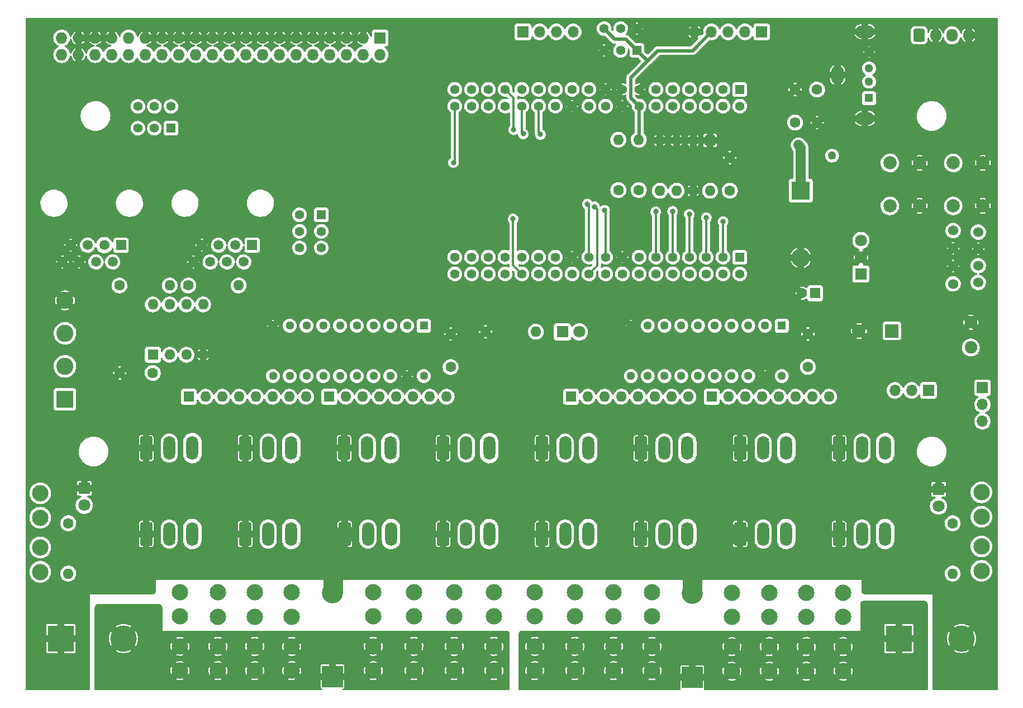
<source format=gbr>
G04 #@! TF.GenerationSoftware,KiCad,Pcbnew,(6.0.5)*
G04 #@! TF.CreationDate,2022-05-29T20:36:16-04:00*
G04 #@! TF.ProjectId,PB_16,50425f31-362e-46b6-9963-61645f706362,v1.0h*
G04 #@! TF.SameCoordinates,Original*
G04 #@! TF.FileFunction,Copper,L2,Bot*
G04 #@! TF.FilePolarity,Positive*
%FSLAX46Y46*%
G04 Gerber Fmt 4.6, Leading zero omitted, Abs format (unit mm)*
G04 Created by KiCad (PCBNEW (6.0.5)) date 2022-05-29 20:36:16*
%MOMM*%
%LPD*%
G01*
G04 APERTURE LIST*
G04 Aperture macros list*
%AMRoundRect*
0 Rectangle with rounded corners*
0 $1 Rounding radius*
0 $2 $3 $4 $5 $6 $7 $8 $9 X,Y pos of 4 corners*
0 Add a 4 corners polygon primitive as box body*
4,1,4,$2,$3,$4,$5,$6,$7,$8,$9,$2,$3,0*
0 Add four circle primitives for the rounded corners*
1,1,$1+$1,$2,$3*
1,1,$1+$1,$4,$5*
1,1,$1+$1,$6,$7*
1,1,$1+$1,$8,$9*
0 Add four rect primitives between the rounded corners*
20,1,$1+$1,$2,$3,$4,$5,0*
20,1,$1+$1,$4,$5,$6,$7,0*
20,1,$1+$1,$6,$7,$8,$9,0*
20,1,$1+$1,$8,$9,$2,$3,0*%
G04 Aperture macros list end*
G04 #@! TA.AperFunction,ComponentPad*
%ADD10R,1.800000X1.800000*%
G04 #@! TD*
G04 #@! TA.AperFunction,ComponentPad*
%ADD11C,1.800000*%
G04 #@! TD*
G04 #@! TA.AperFunction,ComponentPad*
%ADD12C,1.524000*%
G04 #@! TD*
G04 #@! TA.AperFunction,ComponentPad*
%ADD13C,2.000000*%
G04 #@! TD*
G04 #@! TA.AperFunction,ComponentPad*
%ADD14R,2.000000X2.000000*%
G04 #@! TD*
G04 #@! TA.AperFunction,ComponentPad*
%ADD15C,1.600000*%
G04 #@! TD*
G04 #@! TA.AperFunction,ComponentPad*
%ADD16R,1.600000X1.600000*%
G04 #@! TD*
G04 #@! TA.AperFunction,ComponentPad*
%ADD17O,3.200000X3.200000*%
G04 #@! TD*
G04 #@! TA.AperFunction,ComponentPad*
%ADD18R,3.200000X3.200000*%
G04 #@! TD*
G04 #@! TA.AperFunction,ComponentPad*
%ADD19O,2.800000X2.800000*%
G04 #@! TD*
G04 #@! TA.AperFunction,ComponentPad*
%ADD20R,2.800000X2.800000*%
G04 #@! TD*
G04 #@! TA.AperFunction,ComponentPad*
%ADD21C,2.475000*%
G04 #@! TD*
G04 #@! TA.AperFunction,ComponentPad*
%ADD22O,1.800000X3.600000*%
G04 #@! TD*
G04 #@! TA.AperFunction,ComponentPad*
%ADD23RoundRect,0.250000X-0.650000X-1.550000X0.650000X-1.550000X0.650000X1.550000X-0.650000X1.550000X0*%
G04 #@! TD*
G04 #@! TA.AperFunction,ComponentPad*
%ADD24C,4.000000*%
G04 #@! TD*
G04 #@! TA.AperFunction,ComponentPad*
%ADD25R,4.000000X4.000000*%
G04 #@! TD*
G04 #@! TA.AperFunction,ComponentPad*
%ADD26O,2.900000X1.900000*%
G04 #@! TD*
G04 #@! TA.AperFunction,ComponentPad*
%ADD27O,1.900000X2.900000*%
G04 #@! TD*
G04 #@! TA.AperFunction,ComponentPad*
%ADD28C,1.300000*%
G04 #@! TD*
G04 #@! TA.AperFunction,ComponentPad*
%ADD29R,1.300000X1.300000*%
G04 #@! TD*
G04 #@! TA.AperFunction,ComponentPad*
%ADD30C,1.500000*%
G04 #@! TD*
G04 #@! TA.AperFunction,ComponentPad*
%ADD31R,1.500000X1.500000*%
G04 #@! TD*
G04 #@! TA.AperFunction,ComponentPad*
%ADD32C,2.600000*%
G04 #@! TD*
G04 #@! TA.AperFunction,ComponentPad*
%ADD33R,2.600000X2.600000*%
G04 #@! TD*
G04 #@! TA.AperFunction,ComponentPad*
%ADD34O,1.700000X1.700000*%
G04 #@! TD*
G04 #@! TA.AperFunction,ComponentPad*
%ADD35R,1.700000X1.700000*%
G04 #@! TD*
G04 #@! TA.AperFunction,ComponentPad*
%ADD36O,1.727200X1.727200*%
G04 #@! TD*
G04 #@! TA.AperFunction,ComponentPad*
%ADD37R,1.727200X1.727200*%
G04 #@! TD*
G04 #@! TA.AperFunction,ComponentPad*
%ADD38O,1.700000X1.950000*%
G04 #@! TD*
G04 #@! TA.AperFunction,ComponentPad*
%ADD39RoundRect,0.250000X-0.600000X-0.725000X0.600000X-0.725000X0.600000X0.725000X-0.600000X0.725000X0*%
G04 #@! TD*
G04 #@! TA.AperFunction,ComponentPad*
%ADD40C,1.904000*%
G04 #@! TD*
G04 #@! TA.AperFunction,ComponentPad*
%ADD41C,1.400000*%
G04 #@! TD*
G04 #@! TA.AperFunction,ComponentPad*
%ADD42R,1.400000X1.400000*%
G04 #@! TD*
G04 #@! TA.AperFunction,ComponentPad*
%ADD43C,1.408000*%
G04 #@! TD*
G04 #@! TA.AperFunction,ComponentPad*
%ADD44R,1.408000X1.408000*%
G04 #@! TD*
G04 #@! TA.AperFunction,ComponentPad*
%ADD45R,1.295400X1.295400*%
G04 #@! TD*
G04 #@! TA.AperFunction,ComponentPad*
%ADD46C,1.295400*%
G04 #@! TD*
G04 #@! TA.AperFunction,ComponentPad*
%ADD47O,1.600000X1.600000*%
G04 #@! TD*
G04 #@! TA.AperFunction,ComponentPad*
%ADD48C,1.270000*%
G04 #@! TD*
G04 #@! TA.AperFunction,ViaPad*
%ADD49C,0.800000*%
G04 #@! TD*
G04 #@! TA.AperFunction,Conductor*
%ADD50C,1.500000*%
G04 #@! TD*
G04 #@! TA.AperFunction,Conductor*
%ADD51C,0.500000*%
G04 #@! TD*
G04 #@! TA.AperFunction,Conductor*
%ADD52C,3.000000*%
G04 #@! TD*
G04 #@! TA.AperFunction,Conductor*
%ADD53C,0.350000*%
G04 #@! TD*
G04 APERTURE END LIST*
D10*
X197419000Y-90237800D03*
D11*
X197419000Y-87697800D03*
X197419000Y-85157800D03*
D12*
X215199000Y-83887800D03*
X215199000Y-86427800D03*
X215199000Y-88967800D03*
X215199000Y-91507800D03*
X211389000Y-83655860D03*
X211389000Y-86350800D03*
X211389000Y-89044800D03*
X211389000Y-91739740D03*
D13*
X197118800Y-98867600D03*
D14*
X202118800Y-98867600D03*
D15*
X188486112Y-93157800D03*
D16*
X190486112Y-93157800D03*
D15*
X135242300Y-99330500D03*
X135242300Y-104330500D03*
D17*
X117332600Y-138468600D03*
D18*
X117332600Y-151168600D03*
D17*
X171847600Y-138605000D03*
D18*
X171847600Y-151305000D03*
D19*
X188311000Y-87767800D03*
D20*
X188311000Y-77607800D03*
D11*
X154736000Y-98997800D03*
D10*
X152196000Y-98997800D03*
D11*
X79720200Y-125244000D03*
D10*
X79720200Y-122704000D03*
D11*
X209172200Y-125371000D03*
D10*
X209172200Y-122831000D03*
D21*
X94222600Y-138388600D03*
X94222600Y-142088600D03*
X94222600Y-146588600D03*
X94222600Y-150288600D03*
D22*
X111100000Y-129600000D03*
X107600000Y-129600000D03*
D23*
X104100000Y-129600000D03*
D22*
X126100000Y-116600000D03*
X122600000Y-116600000D03*
D23*
X119100000Y-116600000D03*
D22*
X126214342Y-129600000D03*
X122714342Y-129600000D03*
D23*
X119214342Y-129600000D03*
D22*
X141100000Y-116600000D03*
X137600000Y-116600000D03*
D23*
X134100000Y-116600000D03*
D22*
X141100000Y-129600000D03*
X137600000Y-129600000D03*
D23*
X134100000Y-129600000D03*
D22*
X156100000Y-116600000D03*
X152600000Y-116600000D03*
D23*
X149100000Y-116600000D03*
D22*
X156100000Y-129600000D03*
X152600000Y-129600000D03*
D23*
X149100000Y-129600000D03*
D24*
X85670400Y-145417400D03*
D25*
X76170400Y-145417400D03*
D24*
X212670400Y-145417400D03*
D25*
X203170400Y-145417400D03*
D26*
X198049800Y-53543600D03*
D27*
X193869800Y-60113600D03*
D26*
X198049800Y-66683600D03*
D28*
X198649800Y-56613600D03*
X198649800Y-59113600D03*
X198649800Y-61113600D03*
D29*
X198649800Y-63613600D03*
D30*
X76411000Y-88407800D03*
X77681000Y-85867800D03*
X78951000Y-88407800D03*
X80221000Y-85867800D03*
X81491000Y-88407800D03*
X82761000Y-85867800D03*
X84031000Y-88407800D03*
D31*
X85301000Y-85867800D03*
D30*
X96261000Y-88407800D03*
X97531000Y-85867800D03*
X98801000Y-88407800D03*
X100071000Y-85867800D03*
X101341000Y-88407800D03*
X102611000Y-85867800D03*
X103881000Y-88407800D03*
D31*
X105151000Y-85867800D03*
D32*
X76801000Y-94217800D03*
X76801000Y-99217800D03*
X76801000Y-104217800D03*
D33*
X76801000Y-109217800D03*
D34*
X202570800Y-107859200D03*
X205110800Y-107859200D03*
D35*
X207650800Y-107859200D03*
D36*
X76302600Y-57028600D03*
X76302600Y-54488600D03*
X78842600Y-57028600D03*
X78842600Y-54488600D03*
X81382600Y-57028600D03*
X81382600Y-54488600D03*
X83922600Y-57028600D03*
X83922600Y-54488600D03*
X86462600Y-57028600D03*
X86462600Y-54488600D03*
X89002600Y-57028600D03*
X89002600Y-54488600D03*
X91542600Y-57028600D03*
X91542600Y-54488600D03*
X94082600Y-57028600D03*
X94082600Y-54488600D03*
X96622600Y-57028600D03*
X96622600Y-54488600D03*
X99162600Y-57028600D03*
X99162600Y-54488600D03*
X101702600Y-57028600D03*
X101702600Y-54488600D03*
X104242600Y-57028600D03*
X104242600Y-54488600D03*
X106782600Y-57028600D03*
X106782600Y-54488600D03*
X109322600Y-57028600D03*
X109322600Y-54488600D03*
X111862600Y-57028600D03*
X111862600Y-54488600D03*
X114402600Y-57028600D03*
X114402600Y-54488600D03*
X116942600Y-57028600D03*
X116942600Y-54488600D03*
X119482600Y-57028600D03*
X119482600Y-54488600D03*
X122022600Y-57028600D03*
X122022600Y-54488600D03*
X124562600Y-57028600D03*
D37*
X124562600Y-54488600D03*
D34*
X172222600Y-53578600D03*
X174762600Y-53578600D03*
X177302600Y-53578600D03*
X179842600Y-53578600D03*
D35*
X182382600Y-53578600D03*
D34*
X153812600Y-53578600D03*
X151272600Y-53578600D03*
X148732600Y-53578600D03*
D35*
X146192600Y-53578600D03*
D38*
X213733800Y-54094600D03*
X211233800Y-54094600D03*
X208733800Y-54094600D03*
D39*
X206233800Y-54094600D03*
D40*
X214076459Y-97553160D03*
X214076459Y-101363160D03*
D34*
X215833600Y-112532800D03*
X215833600Y-109992800D03*
D35*
X215833600Y-107452800D03*
D41*
X158496200Y-53084600D03*
X160996200Y-53084600D03*
X163496200Y-53084600D03*
X158496200Y-56384600D03*
X160996200Y-56384600D03*
D42*
X163496200Y-56384600D03*
D41*
X87851000Y-64867800D03*
X90351000Y-64867800D03*
X92851000Y-64867800D03*
X87851000Y-68167800D03*
X90351000Y-68167800D03*
D42*
X92851000Y-68167800D03*
D13*
X201801000Y-79917800D03*
X201801000Y-73417800D03*
X206301000Y-73417800D03*
X206301000Y-79917800D03*
X211401000Y-73417800D03*
X211401000Y-79917800D03*
X215901000Y-79917800D03*
X215901000Y-73417800D03*
D43*
X135855700Y-90225200D03*
X135855700Y-87685200D03*
X138395700Y-90225200D03*
X138395700Y-87685200D03*
X140935700Y-90225200D03*
X140935700Y-87685200D03*
X143475700Y-90225200D03*
X143475700Y-87685200D03*
X146015700Y-90225200D03*
X146015700Y-87685200D03*
X148555700Y-90225200D03*
X148555700Y-87685200D03*
X151095700Y-90225200D03*
X151095700Y-87685200D03*
X153635700Y-90225200D03*
X153635700Y-87685200D03*
X156175700Y-90225200D03*
X156175700Y-87685200D03*
X158715700Y-90225200D03*
X158715700Y-87685200D03*
X161255700Y-90225200D03*
X161255700Y-87685200D03*
X163795700Y-90225200D03*
X163795700Y-87685200D03*
X166335700Y-90225200D03*
X166335700Y-87685200D03*
X168875700Y-90225200D03*
X168875700Y-87685200D03*
X171415700Y-90225200D03*
X171415700Y-87685200D03*
X173955700Y-90225200D03*
X173955700Y-87685200D03*
X176495700Y-90225200D03*
X176495700Y-87685200D03*
X179035700Y-90225200D03*
D44*
X179035700Y-87685200D03*
D43*
X135855700Y-64825200D03*
X135855700Y-62285200D03*
X138395700Y-64825200D03*
X138395700Y-62285200D03*
X140935700Y-64825200D03*
X140935700Y-62285200D03*
X143475700Y-64825200D03*
X143475700Y-62285200D03*
X146015700Y-64825200D03*
X146015700Y-62285200D03*
X148555700Y-64825200D03*
X148555700Y-62285200D03*
X151095700Y-64825200D03*
X151095700Y-62285200D03*
X153635700Y-64825200D03*
X153635700Y-62285200D03*
X156175700Y-64825200D03*
X156175700Y-62285200D03*
X158715700Y-64825200D03*
X158715700Y-62285200D03*
X161255700Y-64825200D03*
X161255700Y-62285200D03*
X163795700Y-64825200D03*
X163795700Y-62285200D03*
X166335700Y-64825200D03*
X166335700Y-62285200D03*
X168875700Y-64825200D03*
X168875700Y-62285200D03*
X171415700Y-64825200D03*
X171415700Y-62285200D03*
X173955700Y-64825200D03*
X173955700Y-62285200D03*
X176495700Y-64825200D03*
X176495700Y-62285200D03*
X179035700Y-64825200D03*
D44*
X179035700Y-62285200D03*
D15*
X189382400Y-104305100D03*
X189382400Y-99305100D03*
D22*
X96100000Y-129600000D03*
X92600000Y-129600000D03*
D23*
X89100000Y-129600000D03*
X164100000Y-116600000D03*
D22*
X167600000Y-116600000D03*
X171100000Y-116600000D03*
D23*
X164100000Y-129600000D03*
D22*
X167600000Y-129600000D03*
X171100000Y-129600000D03*
D23*
X179100000Y-116600000D03*
D22*
X182600000Y-116600000D03*
X186100000Y-116600000D03*
D23*
X179100000Y-129600000D03*
D22*
X182600000Y-129600000D03*
X186100000Y-129600000D03*
D23*
X194100000Y-116600000D03*
D22*
X197600000Y-116600000D03*
X201100000Y-116600000D03*
D23*
X194100000Y-129600000D03*
D22*
X197600000Y-129600000D03*
X201100000Y-129600000D03*
D45*
X185422600Y-98068600D03*
D46*
X182882600Y-98068600D03*
X180342600Y-98068600D03*
X177802600Y-98068600D03*
X175262600Y-98068600D03*
X172722600Y-98068600D03*
X170182600Y-98068600D03*
X167642600Y-98068600D03*
X165102600Y-98068600D03*
X162562600Y-98068600D03*
X162562600Y-105688600D03*
X165102600Y-105688600D03*
X167642600Y-105688600D03*
X170182600Y-105688600D03*
X172722600Y-105688600D03*
X175262600Y-105688600D03*
X177802600Y-105688600D03*
X180342600Y-105688600D03*
X182882600Y-105688600D03*
X185422600Y-105688600D03*
D21*
X135792600Y-150298600D03*
X135792600Y-146598600D03*
X135792600Y-142098600D03*
X135792600Y-138398600D03*
X183553100Y-150363600D03*
X183553100Y-146663600D03*
X183553100Y-142163600D03*
X183553100Y-138463600D03*
X99967600Y-150303600D03*
X99967600Y-146603600D03*
X99967600Y-142103600D03*
X99967600Y-138403600D03*
X129672600Y-150298600D03*
X129672600Y-146598600D03*
X129672600Y-142098600D03*
X129672600Y-138398600D03*
X141793100Y-150298600D03*
X141793100Y-146598600D03*
X141793100Y-142098600D03*
X141793100Y-138398600D03*
X148002600Y-150298600D03*
X148002600Y-146598600D03*
X148002600Y-142098600D03*
X148002600Y-138398600D03*
X154062600Y-150298600D03*
X154062600Y-146598600D03*
X154062600Y-142098600D03*
X154062600Y-138398600D03*
X194729100Y-150363600D03*
X194729100Y-146663600D03*
X194729100Y-142163600D03*
X194729100Y-138463600D03*
X123512600Y-150298600D03*
X123512600Y-146598600D03*
X123512600Y-142098600D03*
X123512600Y-138398600D03*
X105567600Y-150303600D03*
X105567600Y-146603600D03*
X105567600Y-142103600D03*
X105567600Y-138403600D03*
X177847600Y-150363600D03*
X177847600Y-146663600D03*
X177847600Y-142163600D03*
X177847600Y-138463600D03*
D16*
X95561500Y-108813600D03*
D47*
X98101500Y-108813600D03*
X100641500Y-108813600D03*
X103181500Y-108813600D03*
X105721500Y-108813600D03*
X108261500Y-108813600D03*
X110801500Y-108813600D03*
X113341500Y-108813600D03*
D21*
X159942600Y-150298600D03*
X159942600Y-146598600D03*
X159942600Y-142098600D03*
X159942600Y-138398600D03*
D16*
X153486200Y-108813600D03*
D47*
X156026200Y-108813600D03*
X158566200Y-108813600D03*
X161106200Y-108813600D03*
X163646200Y-108813600D03*
X166186200Y-108813600D03*
X168726200Y-108813600D03*
X171266200Y-108813600D03*
D16*
X174812600Y-108813600D03*
D47*
X177352600Y-108813600D03*
X179892600Y-108813600D03*
X182432600Y-108813600D03*
X184972600Y-108813600D03*
X187512600Y-108813600D03*
X190052600Y-108813600D03*
X192592600Y-108813600D03*
D16*
X116852700Y-108813600D03*
D47*
X119392700Y-108813600D03*
X121932700Y-108813600D03*
X124472700Y-108813600D03*
X127012700Y-108813600D03*
X129552700Y-108813600D03*
X132092700Y-108813600D03*
X134632700Y-108813600D03*
D21*
X111167600Y-150303600D03*
X111167600Y-146603600D03*
X111167600Y-142103600D03*
X111167600Y-138403600D03*
D22*
X96100000Y-116600000D03*
X92600000Y-116600000D03*
D23*
X89100000Y-116600000D03*
D22*
X111100000Y-116600000D03*
X107600000Y-116600000D03*
D23*
X104100000Y-116600000D03*
D15*
X85051000Y-91967800D03*
D47*
X92671000Y-91967800D03*
D15*
X95501000Y-91967800D03*
D47*
X103121000Y-91967800D03*
D21*
X189141100Y-150363600D03*
X189141100Y-146663600D03*
X189141100Y-142163600D03*
X189141100Y-138463600D03*
X165761100Y-150298600D03*
X165761100Y-146598600D03*
X165761100Y-142098600D03*
X165761100Y-138398600D03*
D46*
X131172600Y-105688600D03*
X128632600Y-105688600D03*
X126092600Y-105688600D03*
X123552600Y-105688600D03*
X121012600Y-105688600D03*
X118472600Y-105688600D03*
X115932600Y-105688600D03*
X113392600Y-105688600D03*
X110852600Y-105688600D03*
X108312600Y-105688600D03*
X108312600Y-98068600D03*
X110852600Y-98068600D03*
X113392600Y-98068600D03*
X115932600Y-98068600D03*
X118472600Y-98068600D03*
X121012600Y-98068600D03*
X123552600Y-98068600D03*
X126092600Y-98068600D03*
X128632600Y-98068600D03*
D45*
X131172600Y-98068600D03*
D48*
X187951000Y-70717800D03*
X193051000Y-72317800D03*
D42*
X115643800Y-81276600D03*
D41*
X115643800Y-83776600D03*
X115643800Y-86276600D03*
X112343800Y-81276600D03*
X112343800Y-83776600D03*
X112343800Y-86276600D03*
D15*
X190775800Y-62318600D03*
X190775800Y-67318600D03*
X187442600Y-67308600D03*
X187442600Y-62308600D03*
X77301000Y-127967800D03*
D47*
X77301000Y-135587800D03*
D15*
X211301000Y-127967800D03*
D47*
X211301000Y-135587800D03*
D15*
X140541000Y-98977800D03*
D47*
X148161000Y-98977800D03*
D21*
X215676000Y-135181800D03*
X215676000Y-131481800D03*
X215676000Y-126981800D03*
X215676000Y-123281800D03*
D15*
X163751000Y-77517800D03*
D47*
X163751000Y-69897800D03*
D15*
X160651000Y-77517800D03*
D47*
X160651000Y-69897800D03*
D16*
X174551000Y-70017800D03*
D47*
X172011000Y-70017800D03*
X169471000Y-70017800D03*
X166931000Y-70017800D03*
X166931000Y-77637800D03*
X169471000Y-77637800D03*
X172011000Y-77637800D03*
X174551000Y-77637800D03*
D15*
X177551000Y-77617800D03*
X177551000Y-72617800D03*
X90101000Y-105217800D03*
X85101000Y-105217800D03*
D47*
X90111000Y-94847800D03*
X92651000Y-94847800D03*
X95191000Y-94847800D03*
X97731000Y-94847800D03*
X97731000Y-102467800D03*
X95191000Y-102467800D03*
X92651000Y-102467800D03*
D16*
X90111000Y-102467800D03*
D21*
X73051000Y-135338600D03*
X73051000Y-131638600D03*
X73051000Y-127138600D03*
X73051000Y-123438600D03*
D49*
X217231000Y-82497800D03*
X207341000Y-83207800D03*
X210641000Y-94297800D03*
X216921000Y-94517800D03*
X205651000Y-99197800D03*
X186151000Y-96197800D03*
X185731000Y-80617800D03*
X194961000Y-83287800D03*
X198641000Y-81477800D03*
X193711000Y-76597800D03*
X128651000Y-119967800D03*
X82801000Y-138217800D03*
X99951000Y-96017800D03*
X75301000Y-113967800D03*
X209426000Y-101007600D03*
X142901000Y-81767800D03*
X150351000Y-76867800D03*
X109501000Y-79867800D03*
X85151000Y-63217800D03*
X106551000Y-92717800D03*
X81001000Y-81067800D03*
X203251000Y-137767800D03*
X83301000Y-91467800D03*
X94301000Y-100217800D03*
X125601000Y-68417800D03*
X91651000Y-109267800D03*
X199751000Y-137867800D03*
X167251000Y-110917800D03*
X169801000Y-60567800D03*
X129151000Y-99867800D03*
X204051000Y-133217800D03*
X98451000Y-114417800D03*
X157951000Y-112417800D03*
X75551000Y-133717800D03*
X187551000Y-120517800D03*
X204226000Y-105357600D03*
X109301000Y-93467800D03*
X133551000Y-106817800D03*
X93301000Y-76967800D03*
X133101000Y-110667800D03*
X202051000Y-135467800D03*
X94451000Y-63367800D03*
X142151000Y-126167800D03*
X88251000Y-104217800D03*
X158651000Y-77167800D03*
X93301000Y-82217800D03*
X113251000Y-93467800D03*
X165201000Y-95767800D03*
X79051000Y-105217800D03*
X198651000Y-109567800D03*
X143051000Y-69617800D03*
X87951000Y-100717800D03*
X103301000Y-79817800D03*
X83801000Y-135967800D03*
X137101000Y-74867800D03*
X74301000Y-104717800D03*
X106451000Y-68267800D03*
X88301000Y-95417800D03*
X75551000Y-125717800D03*
X158001000Y-121017800D03*
X85051000Y-137467800D03*
X98651000Y-119967800D03*
X123351000Y-110667800D03*
X82801000Y-133967800D03*
X157801000Y-103817800D03*
X173301000Y-114717800D03*
X139701000Y-111017800D03*
X182801000Y-83467800D03*
X151101000Y-60167800D03*
X80551000Y-138217800D03*
X73851000Y-76917800D03*
X199830076Y-73200455D03*
X71551000Y-129217800D03*
X173951000Y-59017800D03*
X203051000Y-77967800D03*
X142751000Y-121517800D03*
X82801000Y-131967800D03*
X180851000Y-74867800D03*
X117401000Y-89867800D03*
X190201000Y-106367800D03*
X99801000Y-89967800D03*
X73901000Y-82167800D03*
X137651000Y-103917800D03*
X187051000Y-53767800D03*
X168351000Y-125267800D03*
X75801000Y-101467800D03*
X127701000Y-91017800D03*
X94601000Y-111167800D03*
X71551000Y-107467800D03*
X133051000Y-90817800D03*
X74051000Y-62217800D03*
X126901000Y-87817800D03*
X186151000Y-56167800D03*
X203701000Y-111817800D03*
X211376000Y-107407600D03*
X106101000Y-105267800D03*
X192801000Y-103617800D03*
X212451000Y-111767800D03*
X143151000Y-113817800D03*
X100801000Y-103467800D03*
X79801000Y-108467800D03*
X134251000Y-74317800D03*
X151151000Y-69267800D03*
X204051000Y-130217800D03*
X127251000Y-113767800D03*
X117901000Y-83067800D03*
X217026000Y-101807600D03*
X154201000Y-111167800D03*
X144792600Y-68398600D03*
X135662600Y-73368602D03*
X148850998Y-69117800D03*
X146251014Y-69017800D03*
X144702600Y-81898600D03*
X168882728Y-80748600D03*
X176522600Y-82298598D03*
X173992600Y-81728600D03*
X157044578Y-80057400D03*
X155962600Y-79642821D03*
X166332600Y-80798600D03*
X171402600Y-81198598D03*
X158568568Y-80588600D03*
D50*
X188311000Y-71077800D02*
X187951000Y-70717800D01*
X188311000Y-77607800D02*
X188311000Y-71077800D01*
D51*
X162526000Y-60504400D02*
X165071000Y-57959400D01*
X162526000Y-63555500D02*
X162526000Y-60504400D01*
X163795700Y-64825200D02*
X162526000Y-63555500D01*
D52*
X176480600Y-129600000D02*
X179100000Y-129600000D01*
X119214342Y-129600000D02*
X117442600Y-131371742D01*
X171847600Y-134233000D02*
X176480600Y-129600000D01*
X117442600Y-131371742D02*
X117442600Y-138358600D01*
X117442600Y-138358600D02*
X117332600Y-138468600D01*
X171847600Y-138605000D02*
X171847600Y-134233000D01*
D53*
X144792600Y-63602100D02*
X144792600Y-68398600D01*
X143475700Y-62285200D02*
X144792600Y-63602100D01*
X135855700Y-73175502D02*
X135662600Y-73368602D01*
X135855700Y-64825200D02*
X135855700Y-73175502D01*
D51*
X158496200Y-53084600D02*
X160119800Y-54708200D01*
X163795700Y-64825200D02*
X163795700Y-69853100D01*
X163795700Y-69853100D02*
X163751000Y-69897800D01*
X161819800Y-54708200D02*
X163496200Y-56384600D01*
X171905800Y-56435400D02*
X166595000Y-56435400D01*
X160119800Y-54708200D02*
X161819800Y-54708200D01*
X166595000Y-56435400D02*
X165071000Y-57959400D01*
X174762600Y-53578600D02*
X171905800Y-56435400D01*
X165071000Y-57959400D02*
X163496200Y-56384600D01*
D53*
X148555700Y-64825200D02*
X148555700Y-68822502D01*
X148555700Y-68822502D02*
X148850998Y-69117800D01*
X146015700Y-68782486D02*
X146251014Y-69017800D01*
X146015700Y-64825200D02*
X146015700Y-68782486D01*
X144702600Y-88912100D02*
X144702600Y-82464285D01*
X146015700Y-90225200D02*
X144702600Y-88912100D01*
X144702600Y-82464285D02*
X144702600Y-81898600D01*
X168875700Y-80755628D02*
X168882728Y-80748600D01*
X168875700Y-87685200D02*
X168875700Y-80755628D01*
X176495700Y-87685200D02*
X176495700Y-82325498D01*
X176495700Y-82325498D02*
X176522600Y-82298598D01*
X173955700Y-81765500D02*
X173992600Y-81728600D01*
X173955700Y-87685200D02*
X173955700Y-81765500D01*
X157444577Y-80457399D02*
X157044578Y-80057400D01*
X157444577Y-88956323D02*
X157444577Y-80457399D01*
X156175700Y-90225200D02*
X157444577Y-88956323D01*
X156175700Y-87685200D02*
X156175700Y-79855921D01*
X156175700Y-79855921D02*
X155962600Y-79642821D01*
X166335700Y-80801700D02*
X166332600Y-80798600D01*
X166335700Y-87685200D02*
X166335700Y-80801700D01*
X171415700Y-87685200D02*
X171415700Y-81211698D01*
X171415700Y-81211698D02*
X171402600Y-81198598D01*
X158715700Y-80735732D02*
X158568568Y-80588600D01*
X158715700Y-87685200D02*
X158715700Y-80735732D01*
G04 #@! TA.AperFunction,Conductor*
G36*
X218092621Y-51471102D02*
G01*
X218139114Y-51524758D01*
X218150500Y-51577100D01*
X218150500Y-153089300D01*
X218130498Y-153157421D01*
X218076842Y-153203914D01*
X218024500Y-153215300D01*
X208427000Y-153215300D01*
X208358879Y-153195298D01*
X208312386Y-153141642D01*
X208301000Y-153089300D01*
X208301000Y-147285273D01*
X211514784Y-147285273D01*
X211524666Y-147297762D01*
X211564607Y-147324450D01*
X211571744Y-147328571D01*
X211822992Y-147452472D01*
X211830596Y-147455622D01*
X212095869Y-147545670D01*
X212103821Y-147547801D01*
X212378583Y-147602454D01*
X212386741Y-147603528D01*
X212666281Y-147621850D01*
X212674519Y-147621850D01*
X212954059Y-147603528D01*
X212962217Y-147602454D01*
X213236979Y-147547801D01*
X213244931Y-147545670D01*
X213510204Y-147455622D01*
X213517808Y-147452472D01*
X213769056Y-147328571D01*
X213776193Y-147324450D01*
X213817569Y-147296804D01*
X213825857Y-147286886D01*
X213818600Y-147272707D01*
X212683212Y-146137319D01*
X212669268Y-146129705D01*
X212667435Y-146129836D01*
X212660820Y-146134087D01*
X211520980Y-147273927D01*
X211514784Y-147285273D01*
X208301000Y-147285273D01*
X208301000Y-145421519D01*
X210465950Y-145421519D01*
X210484272Y-145701059D01*
X210485346Y-145709217D01*
X210539999Y-145983979D01*
X210542130Y-145991931D01*
X210632178Y-146257204D01*
X210635328Y-146264808D01*
X210759229Y-146516056D01*
X210763350Y-146523193D01*
X210790996Y-146564569D01*
X210800914Y-146572857D01*
X210815093Y-146565600D01*
X211950481Y-145430212D01*
X211956859Y-145418532D01*
X213382705Y-145418532D01*
X213382836Y-145420365D01*
X213387087Y-145426980D01*
X214526927Y-146566820D01*
X214538273Y-146573016D01*
X214550762Y-146563134D01*
X214577450Y-146523193D01*
X214581571Y-146516056D01*
X214705472Y-146264808D01*
X214708622Y-146257204D01*
X214798670Y-145991931D01*
X214800801Y-145983979D01*
X214855454Y-145709217D01*
X214856528Y-145701059D01*
X214874850Y-145421519D01*
X214874850Y-145413281D01*
X214856528Y-145133741D01*
X214855454Y-145125583D01*
X214800801Y-144850821D01*
X214798670Y-144842869D01*
X214708622Y-144577596D01*
X214705472Y-144569992D01*
X214581571Y-144318744D01*
X214577450Y-144311607D01*
X214549804Y-144270231D01*
X214539886Y-144261943D01*
X214525707Y-144269200D01*
X213390319Y-145404588D01*
X213382705Y-145418532D01*
X211956859Y-145418532D01*
X211958095Y-145416268D01*
X211957964Y-145414435D01*
X211953713Y-145407820D01*
X210813873Y-144267980D01*
X210802527Y-144261784D01*
X210790038Y-144271666D01*
X210763350Y-144311607D01*
X210759229Y-144318744D01*
X210635328Y-144569992D01*
X210632178Y-144577596D01*
X210542130Y-144842869D01*
X210539999Y-144850821D01*
X210485346Y-145125583D01*
X210484272Y-145133741D01*
X210465950Y-145413281D01*
X210465950Y-145421519D01*
X208301000Y-145421519D01*
X208301000Y-143547914D01*
X211514943Y-143547914D01*
X211522200Y-143562093D01*
X212657588Y-144697481D01*
X212671532Y-144705095D01*
X212673365Y-144704964D01*
X212679980Y-144700713D01*
X213819820Y-143560873D01*
X213826016Y-143549527D01*
X213816134Y-143537038D01*
X213776193Y-143510350D01*
X213769056Y-143506229D01*
X213517808Y-143382328D01*
X213510204Y-143379178D01*
X213244931Y-143289130D01*
X213236979Y-143286999D01*
X212962217Y-143232346D01*
X212954059Y-143231272D01*
X212674519Y-143212950D01*
X212666281Y-143212950D01*
X212386741Y-143231272D01*
X212378583Y-143232346D01*
X212103821Y-143286999D01*
X212095869Y-143289130D01*
X211830596Y-143379178D01*
X211822992Y-143382328D01*
X211571744Y-143506229D01*
X211564607Y-143510350D01*
X211523231Y-143537996D01*
X211514943Y-143547914D01*
X208301000Y-143547914D01*
X208301000Y-138717800D01*
X197997659Y-138717800D01*
X197981212Y-138716722D01*
X197874366Y-138702655D01*
X197842595Y-138694142D01*
X197750724Y-138656088D01*
X197722238Y-138639641D01*
X197643350Y-138579108D01*
X197620092Y-138555850D01*
X197559559Y-138476962D01*
X197543112Y-138448476D01*
X197505058Y-138356605D01*
X197496545Y-138324834D01*
X197482478Y-138217988D01*
X197481400Y-138201541D01*
X197481400Y-136547000D01*
X90547400Y-136547000D01*
X90548244Y-137055842D01*
X90548251Y-137059966D01*
X90550142Y-138200691D01*
X90549089Y-138217157D01*
X90535170Y-138324135D01*
X90526692Y-138355951D01*
X90488714Y-138447963D01*
X90472282Y-138476497D01*
X90411762Y-138555527D01*
X90388498Y-138578830D01*
X90309567Y-138639482D01*
X90281061Y-138655960D01*
X90189112Y-138694092D01*
X90157308Y-138702624D01*
X90050352Y-138716720D01*
X90033889Y-138717800D01*
X80551000Y-138717800D01*
X80551000Y-153089300D01*
X80530998Y-153157421D01*
X80477342Y-153203914D01*
X80425000Y-153215300D01*
X70946100Y-153215300D01*
X70877979Y-153195298D01*
X70831486Y-153141642D01*
X70820100Y-153089300D01*
X70820100Y-147430911D01*
X73970400Y-147430911D01*
X73971607Y-147443166D01*
X73979583Y-147483264D01*
X73988899Y-147505755D01*
X74019315Y-147551276D01*
X74036524Y-147568485D01*
X74082045Y-147598901D01*
X74104536Y-147608217D01*
X74144634Y-147616193D01*
X74156889Y-147617400D01*
X75652285Y-147617400D01*
X75667524Y-147612925D01*
X75668729Y-147611535D01*
X75670400Y-147603852D01*
X75670400Y-147599285D01*
X76670400Y-147599285D01*
X76674875Y-147614524D01*
X76676265Y-147615729D01*
X76683948Y-147617400D01*
X78183911Y-147617400D01*
X78196166Y-147616193D01*
X78236264Y-147608217D01*
X78258755Y-147598901D01*
X78304276Y-147568485D01*
X78321485Y-147551276D01*
X78351901Y-147505755D01*
X78361217Y-147483264D01*
X78369193Y-147443166D01*
X78370400Y-147430911D01*
X78370400Y-145935515D01*
X78365925Y-145920276D01*
X78364535Y-145919071D01*
X78356852Y-145917400D01*
X76688515Y-145917400D01*
X76673276Y-145921875D01*
X76672071Y-145923265D01*
X76670400Y-145930948D01*
X76670400Y-147599285D01*
X75670400Y-147599285D01*
X75670400Y-145935515D01*
X75665925Y-145920276D01*
X75664535Y-145919071D01*
X75656852Y-145917400D01*
X73988515Y-145917400D01*
X73973276Y-145921875D01*
X73972071Y-145923265D01*
X73970400Y-145930948D01*
X73970400Y-147430911D01*
X70820100Y-147430911D01*
X70820100Y-144899285D01*
X73970400Y-144899285D01*
X73974875Y-144914524D01*
X73976265Y-144915729D01*
X73983948Y-144917400D01*
X75652285Y-144917400D01*
X75667524Y-144912925D01*
X75668729Y-144911535D01*
X75670400Y-144903852D01*
X75670400Y-144899285D01*
X76670400Y-144899285D01*
X76674875Y-144914524D01*
X76676265Y-144915729D01*
X76683948Y-144917400D01*
X78352285Y-144917400D01*
X78367524Y-144912925D01*
X78368729Y-144911535D01*
X78370400Y-144903852D01*
X78370400Y-143403889D01*
X78369193Y-143391634D01*
X78361217Y-143351536D01*
X78351901Y-143329045D01*
X78321485Y-143283524D01*
X78304276Y-143266315D01*
X78258755Y-143235899D01*
X78236264Y-143226583D01*
X78196166Y-143218607D01*
X78183911Y-143217400D01*
X76688515Y-143217400D01*
X76673276Y-143221875D01*
X76672071Y-143223265D01*
X76670400Y-143230948D01*
X76670400Y-144899285D01*
X75670400Y-144899285D01*
X75670400Y-143235515D01*
X75665925Y-143220276D01*
X75664535Y-143219071D01*
X75656852Y-143217400D01*
X74156889Y-143217400D01*
X74144634Y-143218607D01*
X74104536Y-143226583D01*
X74082045Y-143235899D01*
X74036524Y-143266315D01*
X74019315Y-143283524D01*
X73988899Y-143329045D01*
X73979583Y-143351536D01*
X73971607Y-143391634D01*
X73970400Y-143403889D01*
X73970400Y-144899285D01*
X70820100Y-144899285D01*
X70820100Y-135338600D01*
X71407935Y-135338600D01*
X71428164Y-135595632D01*
X71429318Y-135600439D01*
X71429319Y-135600445D01*
X71450708Y-135689535D01*
X71488352Y-135846335D01*
X71490245Y-135850906D01*
X71490246Y-135850908D01*
X71584385Y-136078179D01*
X71587018Y-136084536D01*
X71721732Y-136304369D01*
X71889178Y-136500422D01*
X72085231Y-136667868D01*
X72305064Y-136802582D01*
X72309634Y-136804475D01*
X72309638Y-136804477D01*
X72538692Y-136899354D01*
X72543265Y-136901248D01*
X72629520Y-136921956D01*
X72789155Y-136960281D01*
X72789161Y-136960282D01*
X72793968Y-136961436D01*
X73051000Y-136981665D01*
X73308032Y-136961436D01*
X73312839Y-136960282D01*
X73312845Y-136960281D01*
X73472480Y-136921956D01*
X73558735Y-136901248D01*
X73563308Y-136899354D01*
X73792362Y-136804477D01*
X73792366Y-136804475D01*
X73796936Y-136802582D01*
X74016769Y-136667868D01*
X74212822Y-136500422D01*
X74380268Y-136304369D01*
X74514982Y-136084536D01*
X74517616Y-136078179D01*
X74611754Y-135850908D01*
X74611755Y-135850906D01*
X74613648Y-135846335D01*
X74651292Y-135689535D01*
X74672681Y-135600445D01*
X74672682Y-135600439D01*
X74673836Y-135595632D01*
X74676936Y-135556240D01*
X76095770Y-135556240D01*
X76110200Y-135776404D01*
X76111621Y-135782000D01*
X76111622Y-135782005D01*
X76163090Y-135984657D01*
X76164511Y-135990252D01*
X76166928Y-135995494D01*
X76166928Y-135995495D01*
X76205046Y-136078179D01*
X76256883Y-136190621D01*
X76384222Y-136370802D01*
X76542264Y-136524761D01*
X76547060Y-136527966D01*
X76547063Y-136527968D01*
X76631261Y-136584227D01*
X76725717Y-136647340D01*
X76731020Y-136649618D01*
X76731023Y-136649620D01*
X76911966Y-136727359D01*
X76928436Y-136734435D01*
X77008088Y-136752458D01*
X77137995Y-136781854D01*
X77138001Y-136781855D01*
X77143632Y-136783129D01*
X77149403Y-136783356D01*
X77149405Y-136783356D01*
X77217211Y-136786020D01*
X77364098Y-136791791D01*
X77473275Y-136775961D01*
X77576738Y-136760960D01*
X77576743Y-136760959D01*
X77582452Y-136760131D01*
X77587916Y-136758276D01*
X77587921Y-136758275D01*
X77785907Y-136691068D01*
X77785912Y-136691066D01*
X77791379Y-136689210D01*
X77824878Y-136670450D01*
X77873543Y-136643196D01*
X77983884Y-136581402D01*
X78065347Y-136513650D01*
X78149086Y-136444004D01*
X78153518Y-136440318D01*
X78263460Y-136308128D01*
X78290908Y-136275126D01*
X78290910Y-136275123D01*
X78294602Y-136270684D01*
X78402410Y-136078179D01*
X78404266Y-136072712D01*
X78404268Y-136072707D01*
X78471475Y-135874721D01*
X78471476Y-135874716D01*
X78473331Y-135869252D01*
X78474159Y-135863543D01*
X78474160Y-135863538D01*
X78499389Y-135689535D01*
X78504991Y-135650898D01*
X78506643Y-135587800D01*
X78503743Y-135556240D01*
X210095770Y-135556240D01*
X210110200Y-135776404D01*
X210111621Y-135782000D01*
X210111622Y-135782005D01*
X210163090Y-135984657D01*
X210164511Y-135990252D01*
X210166928Y-135995494D01*
X210166928Y-135995495D01*
X210205046Y-136078179D01*
X210256883Y-136190621D01*
X210384222Y-136370802D01*
X210542264Y-136524761D01*
X210547060Y-136527966D01*
X210547063Y-136527968D01*
X210631261Y-136584227D01*
X210725717Y-136647340D01*
X210731020Y-136649618D01*
X210731023Y-136649620D01*
X210911966Y-136727359D01*
X210928436Y-136734435D01*
X211008088Y-136752458D01*
X211137995Y-136781854D01*
X211138001Y-136781855D01*
X211143632Y-136783129D01*
X211149403Y-136783356D01*
X211149405Y-136783356D01*
X211217211Y-136786020D01*
X211364098Y-136791791D01*
X211473275Y-136775961D01*
X211576738Y-136760960D01*
X211576743Y-136760959D01*
X211582452Y-136760131D01*
X211587916Y-136758276D01*
X211587921Y-136758275D01*
X211785907Y-136691068D01*
X211785912Y-136691066D01*
X211791379Y-136689210D01*
X211824878Y-136670450D01*
X211873543Y-136643196D01*
X211983884Y-136581402D01*
X212065347Y-136513650D01*
X212149086Y-136444004D01*
X212153518Y-136440318D01*
X212263460Y-136308128D01*
X212290908Y-136275126D01*
X212290910Y-136275123D01*
X212294602Y-136270684D01*
X212402410Y-136078179D01*
X212404266Y-136072712D01*
X212404268Y-136072707D01*
X212471475Y-135874721D01*
X212471476Y-135874716D01*
X212473331Y-135869252D01*
X212474159Y-135863543D01*
X212474160Y-135863538D01*
X212499389Y-135689535D01*
X212504991Y-135650898D01*
X212506643Y-135587800D01*
X212486454Y-135368089D01*
X212433916Y-135181800D01*
X214032935Y-135181800D01*
X214053164Y-135438832D01*
X214054318Y-135443639D01*
X214054319Y-135443645D01*
X214089817Y-135591504D01*
X214113352Y-135689535D01*
X214115245Y-135694106D01*
X214115246Y-135694108D01*
X214180195Y-135850908D01*
X214212018Y-135927736D01*
X214346732Y-136147569D01*
X214514178Y-136343622D01*
X214710231Y-136511068D01*
X214930064Y-136645782D01*
X214934634Y-136647675D01*
X214934638Y-136647677D01*
X215163692Y-136742554D01*
X215168265Y-136744448D01*
X215225859Y-136758275D01*
X215414155Y-136803481D01*
X215414161Y-136803482D01*
X215418968Y-136804636D01*
X215676000Y-136824865D01*
X215933032Y-136804636D01*
X215937839Y-136803482D01*
X215937845Y-136803481D01*
X216126141Y-136758275D01*
X216183735Y-136744448D01*
X216188308Y-136742554D01*
X216417362Y-136647677D01*
X216417366Y-136647675D01*
X216421936Y-136645782D01*
X216641769Y-136511068D01*
X216837822Y-136343622D01*
X217005268Y-136147569D01*
X217139982Y-135927736D01*
X217171806Y-135850908D01*
X217236754Y-135694108D01*
X217236755Y-135694106D01*
X217238648Y-135689535D01*
X217262183Y-135591504D01*
X217297681Y-135443645D01*
X217297682Y-135443639D01*
X217298836Y-135438832D01*
X217319065Y-135181800D01*
X217298836Y-134924768D01*
X217277448Y-134835677D01*
X217239803Y-134678877D01*
X217238648Y-134674065D01*
X217219657Y-134628217D01*
X217141877Y-134440438D01*
X217141875Y-134440434D01*
X217139982Y-134435864D01*
X217005268Y-134216031D01*
X216837822Y-134019978D01*
X216641769Y-133852532D01*
X216421936Y-133717818D01*
X216417366Y-133715925D01*
X216417362Y-133715923D01*
X216188308Y-133621046D01*
X216188306Y-133621045D01*
X216183735Y-133619152D01*
X216097480Y-133598444D01*
X215937845Y-133560119D01*
X215937839Y-133560118D01*
X215933032Y-133558964D01*
X215676000Y-133538735D01*
X215418968Y-133558964D01*
X215414161Y-133560118D01*
X215414155Y-133560119D01*
X215254520Y-133598444D01*
X215168265Y-133619152D01*
X215163694Y-133621045D01*
X215163692Y-133621046D01*
X214934638Y-133715923D01*
X214934634Y-133715925D01*
X214930064Y-133717818D01*
X214710231Y-133852532D01*
X214514178Y-134019978D01*
X214346732Y-134216031D01*
X214212018Y-134435864D01*
X214210125Y-134440434D01*
X214210123Y-134440438D01*
X214132343Y-134628217D01*
X214113352Y-134674065D01*
X214112197Y-134678877D01*
X214074553Y-134835677D01*
X214053164Y-134924768D01*
X214032935Y-135181800D01*
X212433916Y-135181800D01*
X212426565Y-135155736D01*
X212328980Y-134957853D01*
X212237747Y-134835677D01*
X212200420Y-134785691D01*
X212200420Y-134785690D01*
X212196967Y-134781067D01*
X212034949Y-134631299D01*
X211848350Y-134513564D01*
X211643421Y-134431806D01*
X211637761Y-134430680D01*
X211637757Y-134430679D01*
X211432691Y-134389889D01*
X211432688Y-134389889D01*
X211427024Y-134388762D01*
X211421249Y-134388686D01*
X211421245Y-134388686D01*
X211310504Y-134387237D01*
X211206406Y-134385874D01*
X211200709Y-134386853D01*
X211200708Y-134386853D01*
X210994654Y-134422259D01*
X210994653Y-134422259D01*
X210988957Y-134423238D01*
X210781957Y-134499604D01*
X210776996Y-134502556D01*
X210776995Y-134502556D01*
X210625538Y-134592664D01*
X210592341Y-134612414D01*
X210426457Y-134757890D01*
X210289863Y-134931160D01*
X210187131Y-135126420D01*
X210121703Y-135337133D01*
X210095770Y-135556240D01*
X78503743Y-135556240D01*
X78486454Y-135368089D01*
X78426565Y-135155736D01*
X78328980Y-134957853D01*
X78237747Y-134835677D01*
X78200420Y-134785691D01*
X78200420Y-134785690D01*
X78196967Y-134781067D01*
X78034949Y-134631299D01*
X77848350Y-134513564D01*
X77643421Y-134431806D01*
X77637761Y-134430680D01*
X77637757Y-134430679D01*
X77432691Y-134389889D01*
X77432688Y-134389889D01*
X77427024Y-134388762D01*
X77421249Y-134388686D01*
X77421245Y-134388686D01*
X77310504Y-134387237D01*
X77206406Y-134385874D01*
X77200709Y-134386853D01*
X77200708Y-134386853D01*
X76994654Y-134422259D01*
X76994653Y-134422259D01*
X76988957Y-134423238D01*
X76781957Y-134499604D01*
X76776996Y-134502556D01*
X76776995Y-134502556D01*
X76625538Y-134592664D01*
X76592341Y-134612414D01*
X76426457Y-134757890D01*
X76289863Y-134931160D01*
X76187131Y-135126420D01*
X76121703Y-135337133D01*
X76095770Y-135556240D01*
X74676936Y-135556240D01*
X74694065Y-135338600D01*
X74673836Y-135081568D01*
X74637377Y-134929702D01*
X74614803Y-134835677D01*
X74613648Y-134830865D01*
X74611754Y-134826292D01*
X74516877Y-134597238D01*
X74516875Y-134597234D01*
X74514982Y-134592664D01*
X74380268Y-134372831D01*
X74212822Y-134176778D01*
X74016769Y-134009332D01*
X73796936Y-133874618D01*
X73792366Y-133872725D01*
X73792362Y-133872723D01*
X73563308Y-133777846D01*
X73563306Y-133777845D01*
X73558735Y-133775952D01*
X73472480Y-133755244D01*
X73312845Y-133716919D01*
X73312839Y-133716918D01*
X73308032Y-133715764D01*
X73051000Y-133695535D01*
X72793968Y-133715764D01*
X72789161Y-133716918D01*
X72789155Y-133716919D01*
X72629520Y-133755244D01*
X72543265Y-133775952D01*
X72538694Y-133777845D01*
X72538692Y-133777846D01*
X72309638Y-133872723D01*
X72309634Y-133872725D01*
X72305064Y-133874618D01*
X72085231Y-134009332D01*
X71889178Y-134176778D01*
X71721732Y-134372831D01*
X71587018Y-134592664D01*
X71585125Y-134597234D01*
X71585123Y-134597238D01*
X71490246Y-134826292D01*
X71488352Y-134830865D01*
X71487197Y-134835677D01*
X71464624Y-134929702D01*
X71428164Y-135081568D01*
X71407935Y-135338600D01*
X70820100Y-135338600D01*
X70820100Y-131638600D01*
X71407935Y-131638600D01*
X71428164Y-131895632D01*
X71429318Y-131900439D01*
X71429319Y-131900445D01*
X71450708Y-131989535D01*
X71488352Y-132146335D01*
X71587018Y-132384536D01*
X71721732Y-132604369D01*
X71889178Y-132800422D01*
X72085231Y-132967868D01*
X72305064Y-133102582D01*
X72309634Y-133104475D01*
X72309638Y-133104477D01*
X72538692Y-133199354D01*
X72543265Y-133201248D01*
X72629520Y-133221956D01*
X72789155Y-133260281D01*
X72789161Y-133260282D01*
X72793968Y-133261436D01*
X73051000Y-133281665D01*
X73308032Y-133261436D01*
X73312839Y-133260282D01*
X73312845Y-133260281D01*
X73472480Y-133221956D01*
X73558735Y-133201248D01*
X73563308Y-133199354D01*
X73792362Y-133104477D01*
X73792366Y-133104475D01*
X73796936Y-133102582D01*
X74016769Y-132967868D01*
X74212822Y-132800422D01*
X74380268Y-132604369D01*
X74514982Y-132384536D01*
X74613648Y-132146335D01*
X74651292Y-131989535D01*
X74672681Y-131900445D01*
X74672682Y-131900439D01*
X74673836Y-131895632D01*
X74694065Y-131638600D01*
X74673836Y-131381568D01*
X74672573Y-131376305D01*
X74630439Y-131200804D01*
X88000001Y-131200804D01*
X88000280Y-131206725D01*
X88002256Y-131227631D01*
X88005521Y-131242516D01*
X88044694Y-131354064D01*
X88053406Y-131370520D01*
X88122616Y-131464221D01*
X88135779Y-131477384D01*
X88229480Y-131546594D01*
X88245936Y-131555306D01*
X88357479Y-131594477D01*
X88372373Y-131597745D01*
X88393281Y-131599721D01*
X88399192Y-131600000D01*
X88581885Y-131600000D01*
X88597124Y-131595525D01*
X88598329Y-131594135D01*
X88600000Y-131586452D01*
X88600000Y-131581884D01*
X89600000Y-131581884D01*
X89604475Y-131597123D01*
X89605865Y-131598328D01*
X89613548Y-131599999D01*
X89800804Y-131599999D01*
X89806725Y-131599720D01*
X89827631Y-131597744D01*
X89842516Y-131594479D01*
X89954064Y-131555306D01*
X89970520Y-131546594D01*
X90064221Y-131477384D01*
X90077384Y-131464221D01*
X90146594Y-131370520D01*
X90155306Y-131354064D01*
X90194477Y-131242521D01*
X90197745Y-131227627D01*
X90199721Y-131206719D01*
X90200000Y-131200808D01*
X90200000Y-130556784D01*
X91299500Y-130556784D01*
X91299738Y-130559501D01*
X91299738Y-130559508D01*
X91303927Y-130607381D01*
X91314365Y-130726692D01*
X91315789Y-130732005D01*
X91315789Y-130732007D01*
X91317080Y-130736823D01*
X91373261Y-130946496D01*
X91375583Y-130951476D01*
X91375584Y-130951478D01*
X91439977Y-131089567D01*
X91469432Y-131152734D01*
X91599953Y-131339139D01*
X91760861Y-131500047D01*
X91947266Y-131630568D01*
X91952244Y-131632889D01*
X91952247Y-131632891D01*
X92148522Y-131724416D01*
X92153504Y-131726739D01*
X92158812Y-131728161D01*
X92158814Y-131728162D01*
X92367993Y-131784211D01*
X92367995Y-131784211D01*
X92373308Y-131785635D01*
X92600000Y-131805468D01*
X92826692Y-131785635D01*
X92832005Y-131784211D01*
X92832007Y-131784211D01*
X93041186Y-131728162D01*
X93041188Y-131728161D01*
X93046496Y-131726739D01*
X93051478Y-131724416D01*
X93247753Y-131632891D01*
X93247756Y-131632889D01*
X93252734Y-131630568D01*
X93439139Y-131500047D01*
X93600047Y-131339139D01*
X93730568Y-131152734D01*
X93760024Y-131089567D01*
X93824416Y-130951478D01*
X93824417Y-130951476D01*
X93826739Y-130946496D01*
X93882921Y-130736823D01*
X93884211Y-130732007D01*
X93884211Y-130732005D01*
X93885635Y-130726692D01*
X93896073Y-130607381D01*
X93900247Y-130559680D01*
X94699500Y-130559680D01*
X94714531Y-130736823D01*
X94715869Y-130741978D01*
X94715870Y-130741984D01*
X94746737Y-130860908D01*
X94774240Y-130966874D01*
X94779647Y-130978877D01*
X94857964Y-131152734D01*
X94871857Y-131183576D01*
X95004591Y-131380732D01*
X95168645Y-131552705D01*
X95359330Y-131694579D01*
X95571193Y-131802295D01*
X95576284Y-131803876D01*
X95576287Y-131803877D01*
X95793081Y-131871193D01*
X95798176Y-131872775D01*
X95803465Y-131873476D01*
X96028506Y-131903304D01*
X96028509Y-131903304D01*
X96033789Y-131904004D01*
X96039118Y-131903804D01*
X96039119Y-131903804D01*
X96136159Y-131900161D01*
X96271295Y-131895087D01*
X96503904Y-131846281D01*
X96508863Y-131844323D01*
X96508865Y-131844322D01*
X96719998Y-131760941D01*
X96720000Y-131760940D01*
X96724963Y-131758980D01*
X96750235Y-131743645D01*
X96923593Y-131638448D01*
X96923592Y-131638448D01*
X96928153Y-131635681D01*
X96969273Y-131599999D01*
X97103631Y-131483410D01*
X97103633Y-131483408D01*
X97107664Y-131479910D01*
X97111047Y-131475784D01*
X97111051Y-131475780D01*
X97254977Y-131300248D01*
X97258362Y-131296120D01*
X97288873Y-131242521D01*
X97312619Y-131200804D01*
X103000001Y-131200804D01*
X103000280Y-131206725D01*
X103002256Y-131227631D01*
X103005521Y-131242516D01*
X103044694Y-131354064D01*
X103053406Y-131370520D01*
X103122616Y-131464221D01*
X103135779Y-131477384D01*
X103229480Y-131546594D01*
X103245936Y-131555306D01*
X103357479Y-131594477D01*
X103372373Y-131597745D01*
X103393281Y-131599721D01*
X103399192Y-131600000D01*
X103581885Y-131600000D01*
X103597124Y-131595525D01*
X103598329Y-131594135D01*
X103600000Y-131586452D01*
X103600000Y-131581884D01*
X104600000Y-131581884D01*
X104604475Y-131597123D01*
X104605865Y-131598328D01*
X104613548Y-131599999D01*
X104800804Y-131599999D01*
X104806725Y-131599720D01*
X104827631Y-131597744D01*
X104842516Y-131594479D01*
X104954064Y-131555306D01*
X104970520Y-131546594D01*
X105064221Y-131477384D01*
X105077384Y-131464221D01*
X105146594Y-131370520D01*
X105155306Y-131354064D01*
X105194477Y-131242521D01*
X105197745Y-131227627D01*
X105199721Y-131206719D01*
X105200000Y-131200808D01*
X105200000Y-130556784D01*
X106299500Y-130556784D01*
X106299738Y-130559501D01*
X106299738Y-130559508D01*
X106303927Y-130607381D01*
X106314365Y-130726692D01*
X106315789Y-130732005D01*
X106315789Y-130732007D01*
X106317080Y-130736823D01*
X106373261Y-130946496D01*
X106375583Y-130951476D01*
X106375584Y-130951478D01*
X106439977Y-131089567D01*
X106469432Y-131152734D01*
X106599953Y-131339139D01*
X106760861Y-131500047D01*
X106947266Y-131630568D01*
X106952244Y-131632889D01*
X106952247Y-131632891D01*
X107148522Y-131724416D01*
X107153504Y-131726739D01*
X107158812Y-131728161D01*
X107158814Y-131728162D01*
X107367993Y-131784211D01*
X107367995Y-131784211D01*
X107373308Y-131785635D01*
X107600000Y-131805468D01*
X107826692Y-131785635D01*
X107832005Y-131784211D01*
X107832007Y-131784211D01*
X108041186Y-131728162D01*
X108041188Y-131728161D01*
X108046496Y-131726739D01*
X108051478Y-131724416D01*
X108247753Y-131632891D01*
X108247756Y-131632889D01*
X108252734Y-131630568D01*
X108439139Y-131500047D01*
X108600047Y-131339139D01*
X108730568Y-131152734D01*
X108760024Y-131089567D01*
X108824416Y-130951478D01*
X108824417Y-130951476D01*
X108826739Y-130946496D01*
X108882921Y-130736823D01*
X108884211Y-130732007D01*
X108884211Y-130732005D01*
X108885635Y-130726692D01*
X108896073Y-130607381D01*
X108900247Y-130559680D01*
X109699500Y-130559680D01*
X109714531Y-130736823D01*
X109715869Y-130741978D01*
X109715870Y-130741984D01*
X109746737Y-130860908D01*
X109774240Y-130966874D01*
X109779647Y-130978877D01*
X109857964Y-131152734D01*
X109871857Y-131183576D01*
X110004591Y-131380732D01*
X110168645Y-131552705D01*
X110359330Y-131694579D01*
X110571193Y-131802295D01*
X110576284Y-131803876D01*
X110576287Y-131803877D01*
X110793081Y-131871193D01*
X110798176Y-131872775D01*
X110803465Y-131873476D01*
X111028506Y-131903304D01*
X111028509Y-131903304D01*
X111033789Y-131904004D01*
X111039118Y-131903804D01*
X111039119Y-131903804D01*
X111136159Y-131900161D01*
X111271295Y-131895087D01*
X111503904Y-131846281D01*
X111508863Y-131844323D01*
X111508865Y-131844322D01*
X111719998Y-131760941D01*
X111720000Y-131760940D01*
X111724963Y-131758980D01*
X111750235Y-131743645D01*
X111923593Y-131638448D01*
X111923592Y-131638448D01*
X111928153Y-131635681D01*
X111969273Y-131599999D01*
X112103631Y-131483410D01*
X112103633Y-131483408D01*
X112107664Y-131479910D01*
X112111047Y-131475784D01*
X112111051Y-131475780D01*
X112254977Y-131300248D01*
X112258362Y-131296120D01*
X112288873Y-131242521D01*
X112312619Y-131200804D01*
X118114343Y-131200804D01*
X118114622Y-131206725D01*
X118116598Y-131227631D01*
X118119863Y-131242516D01*
X118159036Y-131354064D01*
X118167748Y-131370520D01*
X118236958Y-131464221D01*
X118250121Y-131477384D01*
X118343822Y-131546594D01*
X118360278Y-131555306D01*
X118471821Y-131594477D01*
X118486715Y-131597745D01*
X118507623Y-131599721D01*
X118513534Y-131600000D01*
X118696227Y-131600000D01*
X118711466Y-131595525D01*
X118712671Y-131594135D01*
X118714342Y-131586452D01*
X118714342Y-131581884D01*
X119714342Y-131581884D01*
X119718817Y-131597123D01*
X119720207Y-131598328D01*
X119727890Y-131599999D01*
X119915146Y-131599999D01*
X119921067Y-131599720D01*
X119941973Y-131597744D01*
X119956858Y-131594479D01*
X120068406Y-131555306D01*
X120084862Y-131546594D01*
X120178563Y-131477384D01*
X120191726Y-131464221D01*
X120260936Y-131370520D01*
X120269648Y-131354064D01*
X120308819Y-131242521D01*
X120312087Y-131227627D01*
X120314063Y-131206719D01*
X120314342Y-131200808D01*
X120314342Y-130556784D01*
X121413842Y-130556784D01*
X121414080Y-130559501D01*
X121414080Y-130559508D01*
X121418269Y-130607381D01*
X121428707Y-130726692D01*
X121430131Y-130732005D01*
X121430131Y-130732007D01*
X121431422Y-130736823D01*
X121487603Y-130946496D01*
X121489925Y-130951476D01*
X121489926Y-130951478D01*
X121554319Y-131089567D01*
X121583774Y-131152734D01*
X121714295Y-131339139D01*
X121875203Y-131500047D01*
X122061608Y-131630568D01*
X122066586Y-131632889D01*
X122066589Y-131632891D01*
X122262864Y-131724416D01*
X122267846Y-131726739D01*
X122273154Y-131728161D01*
X122273156Y-131728162D01*
X122482335Y-131784211D01*
X122482337Y-131784211D01*
X122487650Y-131785635D01*
X122714342Y-131805468D01*
X122941034Y-131785635D01*
X122946347Y-131784211D01*
X122946349Y-131784211D01*
X123155528Y-131728162D01*
X123155530Y-131728161D01*
X123160838Y-131726739D01*
X123165820Y-131724416D01*
X123362095Y-131632891D01*
X123362098Y-131632889D01*
X123367076Y-131630568D01*
X123553481Y-131500047D01*
X123714389Y-131339139D01*
X123844910Y-131152734D01*
X123874366Y-131089567D01*
X123938758Y-130951478D01*
X123938759Y-130951476D01*
X123941081Y-130946496D01*
X123997263Y-130736823D01*
X123998553Y-130732007D01*
X123998553Y-130732005D01*
X123999977Y-130726692D01*
X124010415Y-130607381D01*
X124014589Y-130559680D01*
X124813842Y-130559680D01*
X124828873Y-130736823D01*
X124830211Y-130741978D01*
X124830212Y-130741984D01*
X124861079Y-130860908D01*
X124888582Y-130966874D01*
X124893989Y-130978877D01*
X124972306Y-131152734D01*
X124986199Y-131183576D01*
X125118933Y-131380732D01*
X125282987Y-131552705D01*
X125473672Y-131694579D01*
X125685535Y-131802295D01*
X125690626Y-131803876D01*
X125690629Y-131803877D01*
X125907423Y-131871193D01*
X125912518Y-131872775D01*
X125917807Y-131873476D01*
X126142848Y-131903304D01*
X126142851Y-131903304D01*
X126148131Y-131904004D01*
X126153460Y-131903804D01*
X126153461Y-131903804D01*
X126250501Y-131900161D01*
X126385637Y-131895087D01*
X126618246Y-131846281D01*
X126623205Y-131844323D01*
X126623207Y-131844322D01*
X126834340Y-131760941D01*
X126834342Y-131760940D01*
X126839305Y-131758980D01*
X126864577Y-131743645D01*
X127037935Y-131638448D01*
X127037934Y-131638448D01*
X127042495Y-131635681D01*
X127083615Y-131599999D01*
X127217973Y-131483410D01*
X127217975Y-131483408D01*
X127222006Y-131479910D01*
X127225389Y-131475784D01*
X127225393Y-131475780D01*
X127369319Y-131300248D01*
X127372704Y-131296120D01*
X127403215Y-131242521D01*
X127426961Y-131200804D01*
X133000001Y-131200804D01*
X133000280Y-131206725D01*
X133002256Y-131227631D01*
X133005521Y-131242516D01*
X133044694Y-131354064D01*
X133053406Y-131370520D01*
X133122616Y-131464221D01*
X133135779Y-131477384D01*
X133229480Y-131546594D01*
X133245936Y-131555306D01*
X133357479Y-131594477D01*
X133372373Y-131597745D01*
X133393281Y-131599721D01*
X133399192Y-131600000D01*
X133581885Y-131600000D01*
X133597124Y-131595525D01*
X133598329Y-131594135D01*
X133600000Y-131586452D01*
X133600000Y-131581884D01*
X134600000Y-131581884D01*
X134604475Y-131597123D01*
X134605865Y-131598328D01*
X134613548Y-131599999D01*
X134800804Y-131599999D01*
X134806725Y-131599720D01*
X134827631Y-131597744D01*
X134842516Y-131594479D01*
X134954064Y-131555306D01*
X134970520Y-131546594D01*
X135064221Y-131477384D01*
X135077384Y-131464221D01*
X135146594Y-131370520D01*
X135155306Y-131354064D01*
X135194477Y-131242521D01*
X135197745Y-131227627D01*
X135199721Y-131206719D01*
X135200000Y-131200808D01*
X135200000Y-130556784D01*
X136299500Y-130556784D01*
X136299738Y-130559501D01*
X136299738Y-130559508D01*
X136303927Y-130607381D01*
X136314365Y-130726692D01*
X136315789Y-130732005D01*
X136315789Y-130732007D01*
X136317080Y-130736823D01*
X136373261Y-130946496D01*
X136375583Y-130951476D01*
X136375584Y-130951478D01*
X136439977Y-131089567D01*
X136469432Y-131152734D01*
X136599953Y-131339139D01*
X136760861Y-131500047D01*
X136947266Y-131630568D01*
X136952244Y-131632889D01*
X136952247Y-131632891D01*
X137148522Y-131724416D01*
X137153504Y-131726739D01*
X137158812Y-131728161D01*
X137158814Y-131728162D01*
X137367993Y-131784211D01*
X137367995Y-131784211D01*
X137373308Y-131785635D01*
X137600000Y-131805468D01*
X137826692Y-131785635D01*
X137832005Y-131784211D01*
X137832007Y-131784211D01*
X138041186Y-131728162D01*
X138041188Y-131728161D01*
X138046496Y-131726739D01*
X138051478Y-131724416D01*
X138247753Y-131632891D01*
X138247756Y-131632889D01*
X138252734Y-131630568D01*
X138439139Y-131500047D01*
X138600047Y-131339139D01*
X138730568Y-131152734D01*
X138760024Y-131089567D01*
X138824416Y-130951478D01*
X138824417Y-130951476D01*
X138826739Y-130946496D01*
X138882921Y-130736823D01*
X138884211Y-130732007D01*
X138884211Y-130732005D01*
X138885635Y-130726692D01*
X138896073Y-130607381D01*
X138900247Y-130559680D01*
X139699500Y-130559680D01*
X139714531Y-130736823D01*
X139715869Y-130741978D01*
X139715870Y-130741984D01*
X139746737Y-130860908D01*
X139774240Y-130966874D01*
X139779647Y-130978877D01*
X139857964Y-131152734D01*
X139871857Y-131183576D01*
X140004591Y-131380732D01*
X140168645Y-131552705D01*
X140359330Y-131694579D01*
X140571193Y-131802295D01*
X140576284Y-131803876D01*
X140576287Y-131803877D01*
X140793081Y-131871193D01*
X140798176Y-131872775D01*
X140803465Y-131873476D01*
X141028506Y-131903304D01*
X141028509Y-131903304D01*
X141033789Y-131904004D01*
X141039118Y-131903804D01*
X141039119Y-131903804D01*
X141136159Y-131900161D01*
X141271295Y-131895087D01*
X141503904Y-131846281D01*
X141508863Y-131844323D01*
X141508865Y-131844322D01*
X141719998Y-131760941D01*
X141720000Y-131760940D01*
X141724963Y-131758980D01*
X141750235Y-131743645D01*
X141923593Y-131638448D01*
X141923592Y-131638448D01*
X141928153Y-131635681D01*
X141969273Y-131599999D01*
X142103631Y-131483410D01*
X142103633Y-131483408D01*
X142107664Y-131479910D01*
X142111047Y-131475784D01*
X142111051Y-131475780D01*
X142254977Y-131300248D01*
X142258362Y-131296120D01*
X142288873Y-131242521D01*
X142312619Y-131200804D01*
X148000001Y-131200804D01*
X148000280Y-131206725D01*
X148002256Y-131227631D01*
X148005521Y-131242516D01*
X148044694Y-131354064D01*
X148053406Y-131370520D01*
X148122616Y-131464221D01*
X148135779Y-131477384D01*
X148229480Y-131546594D01*
X148245936Y-131555306D01*
X148357479Y-131594477D01*
X148372373Y-131597745D01*
X148393281Y-131599721D01*
X148399192Y-131600000D01*
X148581885Y-131600000D01*
X148597124Y-131595525D01*
X148598329Y-131594135D01*
X148600000Y-131586452D01*
X148600000Y-131581884D01*
X149600000Y-131581884D01*
X149604475Y-131597123D01*
X149605865Y-131598328D01*
X149613548Y-131599999D01*
X149800804Y-131599999D01*
X149806725Y-131599720D01*
X149827631Y-131597744D01*
X149842516Y-131594479D01*
X149954064Y-131555306D01*
X149970520Y-131546594D01*
X150064221Y-131477384D01*
X150077384Y-131464221D01*
X150146594Y-131370520D01*
X150155306Y-131354064D01*
X150194477Y-131242521D01*
X150197745Y-131227627D01*
X150199721Y-131206719D01*
X150200000Y-131200808D01*
X150200000Y-130556784D01*
X151299500Y-130556784D01*
X151299738Y-130559501D01*
X151299738Y-130559508D01*
X151303927Y-130607381D01*
X151314365Y-130726692D01*
X151315789Y-130732005D01*
X151315789Y-130732007D01*
X151317080Y-130736823D01*
X151373261Y-130946496D01*
X151375583Y-130951476D01*
X151375584Y-130951478D01*
X151439977Y-131089567D01*
X151469432Y-131152734D01*
X151599953Y-131339139D01*
X151760861Y-131500047D01*
X151947266Y-131630568D01*
X151952244Y-131632889D01*
X151952247Y-131632891D01*
X152148522Y-131724416D01*
X152153504Y-131726739D01*
X152158812Y-131728161D01*
X152158814Y-131728162D01*
X152367993Y-131784211D01*
X152367995Y-131784211D01*
X152373308Y-131785635D01*
X152600000Y-131805468D01*
X152826692Y-131785635D01*
X152832005Y-131784211D01*
X152832007Y-131784211D01*
X153041186Y-131728162D01*
X153041188Y-131728161D01*
X153046496Y-131726739D01*
X153051478Y-131724416D01*
X153247753Y-131632891D01*
X153247756Y-131632889D01*
X153252734Y-131630568D01*
X153439139Y-131500047D01*
X153600047Y-131339139D01*
X153730568Y-131152734D01*
X153760024Y-131089567D01*
X153824416Y-130951478D01*
X153824417Y-130951476D01*
X153826739Y-130946496D01*
X153882921Y-130736823D01*
X153884211Y-130732007D01*
X153884211Y-130732005D01*
X153885635Y-130726692D01*
X153896073Y-130607381D01*
X153900247Y-130559680D01*
X154699500Y-130559680D01*
X154714531Y-130736823D01*
X154715869Y-130741978D01*
X154715870Y-130741984D01*
X154746737Y-130860908D01*
X154774240Y-130966874D01*
X154779647Y-130978877D01*
X154857964Y-131152734D01*
X154871857Y-131183576D01*
X155004591Y-131380732D01*
X155168645Y-131552705D01*
X155359330Y-131694579D01*
X155571193Y-131802295D01*
X155576284Y-131803876D01*
X155576287Y-131803877D01*
X155793081Y-131871193D01*
X155798176Y-131872775D01*
X155803465Y-131873476D01*
X156028506Y-131903304D01*
X156028509Y-131903304D01*
X156033789Y-131904004D01*
X156039118Y-131903804D01*
X156039119Y-131903804D01*
X156136159Y-131900161D01*
X156271295Y-131895087D01*
X156503904Y-131846281D01*
X156508863Y-131844323D01*
X156508865Y-131844322D01*
X156719998Y-131760941D01*
X156720000Y-131760940D01*
X156724963Y-131758980D01*
X156750235Y-131743645D01*
X156923593Y-131638448D01*
X156923592Y-131638448D01*
X156928153Y-131635681D01*
X156969273Y-131599999D01*
X157103631Y-131483410D01*
X157103633Y-131483408D01*
X157107664Y-131479910D01*
X157111047Y-131475784D01*
X157111051Y-131475780D01*
X157254977Y-131300248D01*
X157258362Y-131296120D01*
X157288873Y-131242521D01*
X157312619Y-131200804D01*
X163000001Y-131200804D01*
X163000280Y-131206725D01*
X163002256Y-131227631D01*
X163005521Y-131242516D01*
X163044694Y-131354064D01*
X163053406Y-131370520D01*
X163122616Y-131464221D01*
X163135779Y-131477384D01*
X163229480Y-131546594D01*
X163245936Y-131555306D01*
X163357479Y-131594477D01*
X163372373Y-131597745D01*
X163393281Y-131599721D01*
X163399192Y-131600000D01*
X163581885Y-131600000D01*
X163597124Y-131595525D01*
X163598329Y-131594135D01*
X163600000Y-131586452D01*
X163600000Y-131581884D01*
X164600000Y-131581884D01*
X164604475Y-131597123D01*
X164605865Y-131598328D01*
X164613548Y-131599999D01*
X164800804Y-131599999D01*
X164806725Y-131599720D01*
X164827631Y-131597744D01*
X164842516Y-131594479D01*
X164954064Y-131555306D01*
X164970520Y-131546594D01*
X165064221Y-131477384D01*
X165077384Y-131464221D01*
X165146594Y-131370520D01*
X165155306Y-131354064D01*
X165194477Y-131242521D01*
X165197745Y-131227627D01*
X165199721Y-131206719D01*
X165200000Y-131200808D01*
X165200000Y-130556784D01*
X166299500Y-130556784D01*
X166299738Y-130559501D01*
X166299738Y-130559508D01*
X166303927Y-130607381D01*
X166314365Y-130726692D01*
X166315789Y-130732005D01*
X166315789Y-130732007D01*
X166317080Y-130736823D01*
X166373261Y-130946496D01*
X166375583Y-130951476D01*
X166375584Y-130951478D01*
X166439977Y-131089567D01*
X166469432Y-131152734D01*
X166599953Y-131339139D01*
X166760861Y-131500047D01*
X166947266Y-131630568D01*
X166952244Y-131632889D01*
X166952247Y-131632891D01*
X167148522Y-131724416D01*
X167153504Y-131726739D01*
X167158812Y-131728161D01*
X167158814Y-131728162D01*
X167367993Y-131784211D01*
X167367995Y-131784211D01*
X167373308Y-131785635D01*
X167600000Y-131805468D01*
X167826692Y-131785635D01*
X167832005Y-131784211D01*
X167832007Y-131784211D01*
X168041186Y-131728162D01*
X168041188Y-131728161D01*
X168046496Y-131726739D01*
X168051478Y-131724416D01*
X168247753Y-131632891D01*
X168247756Y-131632889D01*
X168252734Y-131630568D01*
X168439139Y-131500047D01*
X168600047Y-131339139D01*
X168730568Y-131152734D01*
X168760024Y-131089567D01*
X168824416Y-130951478D01*
X168824417Y-130951476D01*
X168826739Y-130946496D01*
X168882921Y-130736823D01*
X168884211Y-130732007D01*
X168884211Y-130732005D01*
X168885635Y-130726692D01*
X168896073Y-130607381D01*
X168900247Y-130559680D01*
X169699500Y-130559680D01*
X169714531Y-130736823D01*
X169715869Y-130741978D01*
X169715870Y-130741984D01*
X169746737Y-130860908D01*
X169774240Y-130966874D01*
X169779647Y-130978877D01*
X169857964Y-131152734D01*
X169871857Y-131183576D01*
X170004591Y-131380732D01*
X170168645Y-131552705D01*
X170359330Y-131694579D01*
X170571193Y-131802295D01*
X170576284Y-131803876D01*
X170576287Y-131803877D01*
X170793081Y-131871193D01*
X170798176Y-131872775D01*
X170803465Y-131873476D01*
X171028506Y-131903304D01*
X171028509Y-131903304D01*
X171033789Y-131904004D01*
X171039118Y-131903804D01*
X171039119Y-131903804D01*
X171136159Y-131900161D01*
X171271295Y-131895087D01*
X171503904Y-131846281D01*
X171508863Y-131844323D01*
X171508865Y-131844322D01*
X171719998Y-131760941D01*
X171720000Y-131760940D01*
X171724963Y-131758980D01*
X171750235Y-131743645D01*
X171923593Y-131638448D01*
X171923592Y-131638448D01*
X171928153Y-131635681D01*
X171969273Y-131599999D01*
X172103631Y-131483410D01*
X172103633Y-131483408D01*
X172107664Y-131479910D01*
X172111047Y-131475784D01*
X172111051Y-131475780D01*
X172254977Y-131300248D01*
X172258362Y-131296120D01*
X172288873Y-131242521D01*
X172312619Y-131200804D01*
X178000001Y-131200804D01*
X178000280Y-131206725D01*
X178002256Y-131227631D01*
X178005521Y-131242516D01*
X178044694Y-131354064D01*
X178053406Y-131370520D01*
X178122616Y-131464221D01*
X178135779Y-131477384D01*
X178229480Y-131546594D01*
X178245936Y-131555306D01*
X178357479Y-131594477D01*
X178372373Y-131597745D01*
X178393281Y-131599721D01*
X178399192Y-131600000D01*
X178581885Y-131600000D01*
X178597124Y-131595525D01*
X178598329Y-131594135D01*
X178600000Y-131586452D01*
X178600000Y-131581884D01*
X179600000Y-131581884D01*
X179604475Y-131597123D01*
X179605865Y-131598328D01*
X179613548Y-131599999D01*
X179800804Y-131599999D01*
X179806725Y-131599720D01*
X179827631Y-131597744D01*
X179842516Y-131594479D01*
X179954064Y-131555306D01*
X179970520Y-131546594D01*
X180064221Y-131477384D01*
X180077384Y-131464221D01*
X180146594Y-131370520D01*
X180155306Y-131354064D01*
X180194477Y-131242521D01*
X180197745Y-131227627D01*
X180199721Y-131206719D01*
X180200000Y-131200808D01*
X180200000Y-130556784D01*
X181299500Y-130556784D01*
X181299738Y-130559501D01*
X181299738Y-130559508D01*
X181303927Y-130607381D01*
X181314365Y-130726692D01*
X181315789Y-130732005D01*
X181315789Y-130732007D01*
X181317080Y-130736823D01*
X181373261Y-130946496D01*
X181375583Y-130951476D01*
X181375584Y-130951478D01*
X181439977Y-131089567D01*
X181469432Y-131152734D01*
X181599953Y-131339139D01*
X181760861Y-131500047D01*
X181947266Y-131630568D01*
X181952244Y-131632889D01*
X181952247Y-131632891D01*
X182148522Y-131724416D01*
X182153504Y-131726739D01*
X182158812Y-131728161D01*
X182158814Y-131728162D01*
X182367993Y-131784211D01*
X182367995Y-131784211D01*
X182373308Y-131785635D01*
X182600000Y-131805468D01*
X182826692Y-131785635D01*
X182832005Y-131784211D01*
X182832007Y-131784211D01*
X183041186Y-131728162D01*
X183041188Y-131728161D01*
X183046496Y-131726739D01*
X183051478Y-131724416D01*
X183247753Y-131632891D01*
X183247756Y-131632889D01*
X183252734Y-131630568D01*
X183439139Y-131500047D01*
X183600047Y-131339139D01*
X183730568Y-131152734D01*
X183760024Y-131089567D01*
X183824416Y-130951478D01*
X183824417Y-130951476D01*
X183826739Y-130946496D01*
X183882921Y-130736823D01*
X183884211Y-130732007D01*
X183884211Y-130732005D01*
X183885635Y-130726692D01*
X183896073Y-130607381D01*
X183900247Y-130559680D01*
X184699500Y-130559680D01*
X184714531Y-130736823D01*
X184715869Y-130741978D01*
X184715870Y-130741984D01*
X184746737Y-130860908D01*
X184774240Y-130966874D01*
X184779647Y-130978877D01*
X184857964Y-131152734D01*
X184871857Y-131183576D01*
X185004591Y-131380732D01*
X185168645Y-131552705D01*
X185359330Y-131694579D01*
X185571193Y-131802295D01*
X185576284Y-131803876D01*
X185576287Y-131803877D01*
X185793081Y-131871193D01*
X185798176Y-131872775D01*
X185803465Y-131873476D01*
X186028506Y-131903304D01*
X186028509Y-131903304D01*
X186033789Y-131904004D01*
X186039118Y-131903804D01*
X186039119Y-131903804D01*
X186136159Y-131900161D01*
X186271295Y-131895087D01*
X186503904Y-131846281D01*
X186508863Y-131844323D01*
X186508865Y-131844322D01*
X186719998Y-131760941D01*
X186720000Y-131760940D01*
X186724963Y-131758980D01*
X186750235Y-131743645D01*
X186923593Y-131638448D01*
X186923592Y-131638448D01*
X186928153Y-131635681D01*
X186969273Y-131599999D01*
X187103631Y-131483410D01*
X187103633Y-131483408D01*
X187107664Y-131479910D01*
X187111047Y-131475784D01*
X187111051Y-131475780D01*
X187254977Y-131300248D01*
X187258362Y-131296120D01*
X187288873Y-131242521D01*
X187312619Y-131200804D01*
X193000001Y-131200804D01*
X193000280Y-131206725D01*
X193002256Y-131227631D01*
X193005521Y-131242516D01*
X193044694Y-131354064D01*
X193053406Y-131370520D01*
X193122616Y-131464221D01*
X193135779Y-131477384D01*
X193229480Y-131546594D01*
X193245936Y-131555306D01*
X193357479Y-131594477D01*
X193372373Y-131597745D01*
X193393281Y-131599721D01*
X193399192Y-131600000D01*
X193581885Y-131600000D01*
X193597124Y-131595525D01*
X193598329Y-131594135D01*
X193600000Y-131586452D01*
X193600000Y-131581884D01*
X194600000Y-131581884D01*
X194604475Y-131597123D01*
X194605865Y-131598328D01*
X194613548Y-131599999D01*
X194800804Y-131599999D01*
X194806725Y-131599720D01*
X194827631Y-131597744D01*
X194842516Y-131594479D01*
X194954064Y-131555306D01*
X194970520Y-131546594D01*
X195064221Y-131477384D01*
X195077384Y-131464221D01*
X195146594Y-131370520D01*
X195155306Y-131354064D01*
X195194477Y-131242521D01*
X195197745Y-131227627D01*
X195199721Y-131206719D01*
X195200000Y-131200808D01*
X195200000Y-130556784D01*
X196299500Y-130556784D01*
X196299738Y-130559501D01*
X196299738Y-130559508D01*
X196303927Y-130607381D01*
X196314365Y-130726692D01*
X196315789Y-130732005D01*
X196315789Y-130732007D01*
X196317080Y-130736823D01*
X196373261Y-130946496D01*
X196375583Y-130951476D01*
X196375584Y-130951478D01*
X196439977Y-131089567D01*
X196469432Y-131152734D01*
X196599953Y-131339139D01*
X196760861Y-131500047D01*
X196947266Y-131630568D01*
X196952244Y-131632889D01*
X196952247Y-131632891D01*
X197148522Y-131724416D01*
X197153504Y-131726739D01*
X197158812Y-131728161D01*
X197158814Y-131728162D01*
X197367993Y-131784211D01*
X197367995Y-131784211D01*
X197373308Y-131785635D01*
X197600000Y-131805468D01*
X197826692Y-131785635D01*
X197832005Y-131784211D01*
X197832007Y-131784211D01*
X198041186Y-131728162D01*
X198041188Y-131728161D01*
X198046496Y-131726739D01*
X198051478Y-131724416D01*
X198247753Y-131632891D01*
X198247756Y-131632889D01*
X198252734Y-131630568D01*
X198439139Y-131500047D01*
X198600047Y-131339139D01*
X198730568Y-131152734D01*
X198760024Y-131089567D01*
X198824416Y-130951478D01*
X198824417Y-130951476D01*
X198826739Y-130946496D01*
X198882921Y-130736823D01*
X198884211Y-130732007D01*
X198884211Y-130732005D01*
X198885635Y-130726692D01*
X198896073Y-130607381D01*
X198900247Y-130559680D01*
X199699500Y-130559680D01*
X199714531Y-130736823D01*
X199715869Y-130741978D01*
X199715870Y-130741984D01*
X199746737Y-130860908D01*
X199774240Y-130966874D01*
X199779647Y-130978877D01*
X199857964Y-131152734D01*
X199871857Y-131183576D01*
X200004591Y-131380732D01*
X200168645Y-131552705D01*
X200359330Y-131694579D01*
X200571193Y-131802295D01*
X200576284Y-131803876D01*
X200576287Y-131803877D01*
X200793081Y-131871193D01*
X200798176Y-131872775D01*
X200803465Y-131873476D01*
X201028506Y-131903304D01*
X201028509Y-131903304D01*
X201033789Y-131904004D01*
X201039118Y-131903804D01*
X201039119Y-131903804D01*
X201136159Y-131900161D01*
X201271295Y-131895087D01*
X201503904Y-131846281D01*
X201508863Y-131844323D01*
X201508865Y-131844322D01*
X201719998Y-131760941D01*
X201720000Y-131760940D01*
X201724963Y-131758980D01*
X201750235Y-131743645D01*
X201923593Y-131638448D01*
X201923592Y-131638448D01*
X201928153Y-131635681D01*
X201969273Y-131599999D01*
X202103631Y-131483410D01*
X202103633Y-131483408D01*
X202105486Y-131481800D01*
X214032935Y-131481800D01*
X214053164Y-131738832D01*
X214054318Y-131743639D01*
X214054319Y-131743645D01*
X214090414Y-131893992D01*
X214113352Y-131989535D01*
X214115245Y-131994106D01*
X214115246Y-131994108D01*
X214180195Y-132150908D01*
X214212018Y-132227736D01*
X214346732Y-132447569D01*
X214514178Y-132643622D01*
X214710231Y-132811068D01*
X214930064Y-132945782D01*
X214934634Y-132947675D01*
X214934638Y-132947677D01*
X215163692Y-133042554D01*
X215168265Y-133044448D01*
X215254520Y-133065156D01*
X215414155Y-133103481D01*
X215414161Y-133103482D01*
X215418968Y-133104636D01*
X215676000Y-133124865D01*
X215933032Y-133104636D01*
X215937839Y-133103482D01*
X215937845Y-133103481D01*
X216097480Y-133065156D01*
X216183735Y-133044448D01*
X216188308Y-133042554D01*
X216417362Y-132947677D01*
X216417366Y-132947675D01*
X216421936Y-132945782D01*
X216641769Y-132811068D01*
X216837822Y-132643622D01*
X217005268Y-132447569D01*
X217139982Y-132227736D01*
X217171806Y-132150908D01*
X217236754Y-131994108D01*
X217236755Y-131994106D01*
X217238648Y-131989535D01*
X217261586Y-131893992D01*
X217297681Y-131743645D01*
X217297682Y-131743639D01*
X217298836Y-131738832D01*
X217319065Y-131481800D01*
X217298836Y-131224768D01*
X217294505Y-131206725D01*
X217239803Y-130978877D01*
X217238648Y-130974065D01*
X217236754Y-130969492D01*
X217141877Y-130740438D01*
X217141875Y-130740434D01*
X217139982Y-130735864D01*
X217005268Y-130516031D01*
X216837822Y-130319978D01*
X216641769Y-130152532D01*
X216421936Y-130017818D01*
X216417366Y-130015925D01*
X216417362Y-130015923D01*
X216188308Y-129921046D01*
X216188306Y-129921045D01*
X216183735Y-129919152D01*
X216097480Y-129898444D01*
X215937845Y-129860119D01*
X215937839Y-129860118D01*
X215933032Y-129858964D01*
X215676000Y-129838735D01*
X215418968Y-129858964D01*
X215414161Y-129860118D01*
X215414155Y-129860119D01*
X215254520Y-129898444D01*
X215168265Y-129919152D01*
X215163694Y-129921045D01*
X215163692Y-129921046D01*
X214934638Y-130015923D01*
X214934634Y-130015925D01*
X214930064Y-130017818D01*
X214710231Y-130152532D01*
X214514178Y-130319978D01*
X214346732Y-130516031D01*
X214212018Y-130735864D01*
X214210125Y-130740434D01*
X214210123Y-130740438D01*
X214115246Y-130969492D01*
X214113352Y-130974065D01*
X214112197Y-130978877D01*
X214057496Y-131206725D01*
X214053164Y-131224768D01*
X214032935Y-131481800D01*
X202105486Y-131481800D01*
X202107664Y-131479910D01*
X202111047Y-131475784D01*
X202111051Y-131475780D01*
X202254977Y-131300248D01*
X202258362Y-131296120D01*
X202288873Y-131242521D01*
X202339982Y-131152734D01*
X202375939Y-131089567D01*
X202457034Y-130866156D01*
X202480421Y-130736823D01*
X202498588Y-130636359D01*
X202498589Y-130636352D01*
X202499326Y-130632275D01*
X202500500Y-130607381D01*
X202500500Y-128640320D01*
X202485469Y-128463177D01*
X202484131Y-128458022D01*
X202484130Y-128458016D01*
X202427102Y-128238297D01*
X202425760Y-128233126D01*
X202344280Y-128052247D01*
X202330333Y-128021285D01*
X202330332Y-128021282D01*
X202328143Y-128016424D01*
X202274160Y-127936240D01*
X210095770Y-127936240D01*
X210096148Y-127942006D01*
X210109573Y-128146830D01*
X210110200Y-128156404D01*
X210111621Y-128162000D01*
X210111622Y-128162005D01*
X210149480Y-128311068D01*
X210164511Y-128370252D01*
X210166928Y-128375494D01*
X210166928Y-128375495D01*
X210209799Y-128468488D01*
X210256883Y-128570621D01*
X210384222Y-128750802D01*
X210542264Y-128904761D01*
X210547060Y-128907966D01*
X210547063Y-128907968D01*
X210631261Y-128964227D01*
X210725717Y-129027340D01*
X210731020Y-129029618D01*
X210731023Y-129029620D01*
X210923129Y-129112155D01*
X210928436Y-129114435D01*
X211008088Y-129132458D01*
X211137995Y-129161854D01*
X211138001Y-129161855D01*
X211143632Y-129163129D01*
X211149403Y-129163356D01*
X211149405Y-129163356D01*
X211217211Y-129166020D01*
X211364098Y-129171791D01*
X211473275Y-129155961D01*
X211576738Y-129140960D01*
X211576743Y-129140959D01*
X211582452Y-129140131D01*
X211587916Y-129138276D01*
X211587921Y-129138275D01*
X211785907Y-129071068D01*
X211785912Y-129071066D01*
X211791379Y-129069210D01*
X211983884Y-128961402D01*
X212153518Y-128820318D01*
X212215256Y-128746087D01*
X212290908Y-128655126D01*
X212290910Y-128655123D01*
X212294602Y-128650684D01*
X212359606Y-128534612D01*
X212399586Y-128463222D01*
X212399587Y-128463220D01*
X212402410Y-128458179D01*
X212404266Y-128452712D01*
X212404268Y-128452707D01*
X212471475Y-128254721D01*
X212471476Y-128254716D01*
X212473331Y-128249252D01*
X212474159Y-128243543D01*
X212474160Y-128243538D01*
X212494949Y-128100155D01*
X212504991Y-128030898D01*
X212506643Y-127967800D01*
X212486454Y-127748089D01*
X212477571Y-127716590D01*
X212428134Y-127541300D01*
X212426565Y-127535736D01*
X212328980Y-127337853D01*
X212304383Y-127304913D01*
X212200420Y-127165691D01*
X212200420Y-127165690D01*
X212196967Y-127161067D01*
X212034949Y-127011299D01*
X211988196Y-126981800D01*
X214032935Y-126981800D01*
X214053164Y-127238832D01*
X214054318Y-127243639D01*
X214054319Y-127243645D01*
X214090544Y-127394532D01*
X214113352Y-127489535D01*
X214115245Y-127494106D01*
X214115246Y-127494108D01*
X214181230Y-127653406D01*
X214212018Y-127727736D01*
X214346732Y-127947569D01*
X214514178Y-128143622D01*
X214710231Y-128311068D01*
X214930064Y-128445782D01*
X214934634Y-128447675D01*
X214934638Y-128447677D01*
X215163692Y-128542554D01*
X215168265Y-128544448D01*
X215248210Y-128563641D01*
X215414155Y-128603481D01*
X215414161Y-128603482D01*
X215418968Y-128604636D01*
X215676000Y-128624865D01*
X215933032Y-128604636D01*
X215937839Y-128603482D01*
X215937845Y-128603481D01*
X216103790Y-128563641D01*
X216183735Y-128544448D01*
X216188308Y-128542554D01*
X216417362Y-128447677D01*
X216417366Y-128447675D01*
X216421936Y-128445782D01*
X216641769Y-128311068D01*
X216837822Y-128143622D01*
X217005268Y-127947569D01*
X217139982Y-127727736D01*
X217170771Y-127653406D01*
X217236754Y-127494108D01*
X217236755Y-127494106D01*
X217238648Y-127489535D01*
X217261456Y-127394532D01*
X217297681Y-127243645D01*
X217297682Y-127243639D01*
X217298836Y-127238832D01*
X217319065Y-126981800D01*
X217298836Y-126724768D01*
X217287241Y-126676468D01*
X217259356Y-126560320D01*
X217238648Y-126474065D01*
X217203183Y-126388444D01*
X217141877Y-126240438D01*
X217141875Y-126240434D01*
X217139982Y-126235864D01*
X217005268Y-126016031D01*
X216837822Y-125819978D01*
X216641769Y-125652532D01*
X216421936Y-125517818D01*
X216417366Y-125515925D01*
X216417362Y-125515923D01*
X216188308Y-125421046D01*
X216188306Y-125421045D01*
X216183735Y-125419152D01*
X216097480Y-125398444D01*
X215937845Y-125360119D01*
X215937839Y-125360118D01*
X215933032Y-125358964D01*
X215676000Y-125338735D01*
X215418968Y-125358964D01*
X215414161Y-125360118D01*
X215414155Y-125360119D01*
X215254520Y-125398444D01*
X215168265Y-125419152D01*
X215163694Y-125421045D01*
X215163692Y-125421046D01*
X214934638Y-125515923D01*
X214934634Y-125515925D01*
X214930064Y-125517818D01*
X214710231Y-125652532D01*
X214514178Y-125819978D01*
X214346732Y-126016031D01*
X214212018Y-126235864D01*
X214210125Y-126240434D01*
X214210123Y-126240438D01*
X214148817Y-126388444D01*
X214113352Y-126474065D01*
X214092644Y-126560320D01*
X214064760Y-126676468D01*
X214053164Y-126724768D01*
X214032935Y-126981800D01*
X211988196Y-126981800D01*
X211848350Y-126893564D01*
X211643421Y-126811806D01*
X211637761Y-126810680D01*
X211637757Y-126810679D01*
X211432691Y-126769889D01*
X211432688Y-126769889D01*
X211427024Y-126768762D01*
X211421249Y-126768686D01*
X211421245Y-126768686D01*
X211310504Y-126767237D01*
X211206406Y-126765874D01*
X211200709Y-126766853D01*
X211200708Y-126766853D01*
X210994654Y-126802259D01*
X210994653Y-126802259D01*
X210988957Y-126803238D01*
X210781957Y-126879604D01*
X210776996Y-126882556D01*
X210776995Y-126882556D01*
X210770363Y-126886502D01*
X210592341Y-126992414D01*
X210426457Y-127137890D01*
X210289863Y-127311160D01*
X210187131Y-127506420D01*
X210144377Y-127644112D01*
X210127038Y-127699953D01*
X210121703Y-127717133D01*
X210095770Y-127936240D01*
X202274160Y-127936240D01*
X202195409Y-127819268D01*
X202031355Y-127647295D01*
X201840670Y-127505421D01*
X201628807Y-127397705D01*
X201623716Y-127396124D01*
X201623713Y-127396123D01*
X201406919Y-127328807D01*
X201401824Y-127327225D01*
X201280619Y-127311160D01*
X201171494Y-127296696D01*
X201171491Y-127296696D01*
X201166211Y-127295996D01*
X201160882Y-127296196D01*
X201160881Y-127296196D01*
X201063841Y-127299839D01*
X200928705Y-127304913D01*
X200696096Y-127353719D01*
X200691137Y-127355677D01*
X200691135Y-127355678D01*
X200480002Y-127439059D01*
X200480000Y-127439060D01*
X200475037Y-127441020D01*
X200470478Y-127443787D01*
X200470475Y-127443788D01*
X200318950Y-127535736D01*
X200271847Y-127564319D01*
X200267817Y-127567816D01*
X200172062Y-127650908D01*
X200092336Y-127720090D01*
X200088953Y-127724216D01*
X200088949Y-127724220D01*
X200011015Y-127819268D01*
X199941638Y-127903880D01*
X199938999Y-127908516D01*
X199938997Y-127908519D01*
X199903144Y-127971504D01*
X199824061Y-128110433D01*
X199742966Y-128333844D01*
X199742017Y-128339092D01*
X199705226Y-128542554D01*
X199700674Y-128567725D01*
X199699500Y-128592619D01*
X199699500Y-130559680D01*
X198900247Y-130559680D01*
X198900262Y-130559508D01*
X198900262Y-130559501D01*
X198900500Y-130556784D01*
X198900500Y-128643216D01*
X198898895Y-128624865D01*
X198886114Y-128478788D01*
X198885635Y-128473308D01*
X198884211Y-128467993D01*
X198828162Y-128258814D01*
X198828161Y-128258812D01*
X198826739Y-128253504D01*
X198775500Y-128143622D01*
X198732891Y-128052247D01*
X198732889Y-128052244D01*
X198730568Y-128047266D01*
X198600047Y-127860861D01*
X198439139Y-127699953D01*
X198252734Y-127569432D01*
X198247756Y-127567111D01*
X198247753Y-127567109D01*
X198051478Y-127475584D01*
X198051476Y-127475583D01*
X198046496Y-127473261D01*
X198041188Y-127471839D01*
X198041186Y-127471838D01*
X197832007Y-127415789D01*
X197832005Y-127415789D01*
X197826692Y-127414365D01*
X197600000Y-127394532D01*
X197373308Y-127414365D01*
X197367995Y-127415789D01*
X197367993Y-127415789D01*
X197158814Y-127471838D01*
X197158812Y-127471839D01*
X197153504Y-127473261D01*
X197148524Y-127475583D01*
X197148522Y-127475584D01*
X196952247Y-127567109D01*
X196952244Y-127567111D01*
X196947266Y-127569432D01*
X196760861Y-127699953D01*
X196599953Y-127860861D01*
X196469432Y-128047266D01*
X196467111Y-128052244D01*
X196467109Y-128052247D01*
X196424500Y-128143622D01*
X196373261Y-128253504D01*
X196371839Y-128258812D01*
X196371838Y-128258814D01*
X196315789Y-128467993D01*
X196314365Y-128473308D01*
X196313886Y-128478788D01*
X196301106Y-128624865D01*
X196299500Y-128643216D01*
X196299500Y-130556784D01*
X195200000Y-130556784D01*
X195200000Y-130118115D01*
X195195525Y-130102876D01*
X195194135Y-130101671D01*
X195186452Y-130100000D01*
X194618115Y-130100000D01*
X194602876Y-130104475D01*
X194601671Y-130105865D01*
X194600000Y-130113548D01*
X194600000Y-131581884D01*
X193600000Y-131581884D01*
X193600000Y-130118115D01*
X193595525Y-130102876D01*
X193594135Y-130101671D01*
X193586452Y-130100000D01*
X193018116Y-130100000D01*
X193002877Y-130104475D01*
X193001672Y-130105865D01*
X193000001Y-130113548D01*
X193000001Y-131200804D01*
X187312619Y-131200804D01*
X187339982Y-131152734D01*
X187375939Y-131089567D01*
X187457034Y-130866156D01*
X187480421Y-130736823D01*
X187498588Y-130636359D01*
X187498589Y-130636352D01*
X187499326Y-130632275D01*
X187500500Y-130607381D01*
X187500500Y-129081885D01*
X193000000Y-129081885D01*
X193004475Y-129097124D01*
X193005865Y-129098329D01*
X193013548Y-129100000D01*
X193581885Y-129100000D01*
X193597124Y-129095525D01*
X193598329Y-129094135D01*
X193600000Y-129086452D01*
X193600000Y-129081885D01*
X194600000Y-129081885D01*
X194604475Y-129097124D01*
X194605865Y-129098329D01*
X194613548Y-129100000D01*
X195181884Y-129100000D01*
X195197123Y-129095525D01*
X195198328Y-129094135D01*
X195199999Y-129086452D01*
X195199999Y-127999196D01*
X195199720Y-127993275D01*
X195197744Y-127972369D01*
X195194479Y-127957484D01*
X195155306Y-127845936D01*
X195146594Y-127829480D01*
X195077384Y-127735779D01*
X195064221Y-127722616D01*
X194970520Y-127653406D01*
X194954064Y-127644694D01*
X194842521Y-127605523D01*
X194827627Y-127602255D01*
X194806719Y-127600279D01*
X194800808Y-127600000D01*
X194618115Y-127600000D01*
X194602876Y-127604475D01*
X194601671Y-127605865D01*
X194600000Y-127613548D01*
X194600000Y-129081885D01*
X193600000Y-129081885D01*
X193600000Y-127618116D01*
X193595525Y-127602877D01*
X193594135Y-127601672D01*
X193586452Y-127600001D01*
X193399196Y-127600001D01*
X193393275Y-127600280D01*
X193372369Y-127602256D01*
X193357484Y-127605521D01*
X193245936Y-127644694D01*
X193229480Y-127653406D01*
X193135779Y-127722616D01*
X193122616Y-127735779D01*
X193053406Y-127829480D01*
X193044694Y-127845936D01*
X193005523Y-127957479D01*
X193002255Y-127972373D01*
X193000279Y-127993281D01*
X193000000Y-127999192D01*
X193000000Y-129081885D01*
X187500500Y-129081885D01*
X187500500Y-128640320D01*
X187485469Y-128463177D01*
X187484131Y-128458022D01*
X187484130Y-128458016D01*
X187427102Y-128238297D01*
X187425760Y-128233126D01*
X187344280Y-128052247D01*
X187330333Y-128021285D01*
X187330332Y-128021282D01*
X187328143Y-128016424D01*
X187195409Y-127819268D01*
X187031355Y-127647295D01*
X186840670Y-127505421D01*
X186628807Y-127397705D01*
X186623716Y-127396124D01*
X186623713Y-127396123D01*
X186406919Y-127328807D01*
X186401824Y-127327225D01*
X186280619Y-127311160D01*
X186171494Y-127296696D01*
X186171491Y-127296696D01*
X186166211Y-127295996D01*
X186160882Y-127296196D01*
X186160881Y-127296196D01*
X186063841Y-127299839D01*
X185928705Y-127304913D01*
X185696096Y-127353719D01*
X185691137Y-127355677D01*
X185691135Y-127355678D01*
X185480002Y-127439059D01*
X185480000Y-127439060D01*
X185475037Y-127441020D01*
X185470478Y-127443787D01*
X185470475Y-127443788D01*
X185318950Y-127535736D01*
X185271847Y-127564319D01*
X185267817Y-127567816D01*
X185172062Y-127650908D01*
X185092336Y-127720090D01*
X185088953Y-127724216D01*
X185088949Y-127724220D01*
X185011015Y-127819268D01*
X184941638Y-127903880D01*
X184938999Y-127908516D01*
X184938997Y-127908519D01*
X184903144Y-127971504D01*
X184824061Y-128110433D01*
X184742966Y-128333844D01*
X184742017Y-128339092D01*
X184705226Y-128542554D01*
X184700674Y-128567725D01*
X184699500Y-128592619D01*
X184699500Y-130559680D01*
X183900247Y-130559680D01*
X183900262Y-130559508D01*
X183900262Y-130559501D01*
X183900500Y-130556784D01*
X183900500Y-128643216D01*
X183898895Y-128624865D01*
X183886114Y-128478788D01*
X183885635Y-128473308D01*
X183884211Y-128467993D01*
X183828162Y-128258814D01*
X183828161Y-128258812D01*
X183826739Y-128253504D01*
X183775500Y-128143622D01*
X183732891Y-128052247D01*
X183732889Y-128052244D01*
X183730568Y-128047266D01*
X183600047Y-127860861D01*
X183439139Y-127699953D01*
X183252734Y-127569432D01*
X183247756Y-127567111D01*
X183247753Y-127567109D01*
X183051478Y-127475584D01*
X183051476Y-127475583D01*
X183046496Y-127473261D01*
X183041188Y-127471839D01*
X183041186Y-127471838D01*
X182832007Y-127415789D01*
X182832005Y-127415789D01*
X182826692Y-127414365D01*
X182600000Y-127394532D01*
X182373308Y-127414365D01*
X182367995Y-127415789D01*
X182367993Y-127415789D01*
X182158814Y-127471838D01*
X182158812Y-127471839D01*
X182153504Y-127473261D01*
X182148524Y-127475583D01*
X182148522Y-127475584D01*
X181952247Y-127567109D01*
X181952244Y-127567111D01*
X181947266Y-127569432D01*
X181760861Y-127699953D01*
X181599953Y-127860861D01*
X181469432Y-128047266D01*
X181467111Y-128052244D01*
X181467109Y-128052247D01*
X181424500Y-128143622D01*
X181373261Y-128253504D01*
X181371839Y-128258812D01*
X181371838Y-128258814D01*
X181315789Y-128467993D01*
X181314365Y-128473308D01*
X181313886Y-128478788D01*
X181301106Y-128624865D01*
X181299500Y-128643216D01*
X181299500Y-130556784D01*
X180200000Y-130556784D01*
X180200000Y-130118115D01*
X180195525Y-130102876D01*
X180194135Y-130101671D01*
X180186452Y-130100000D01*
X179618115Y-130100000D01*
X179602876Y-130104475D01*
X179601671Y-130105865D01*
X179600000Y-130113548D01*
X179600000Y-131581884D01*
X178600000Y-131581884D01*
X178600000Y-130118115D01*
X178595525Y-130102876D01*
X178594135Y-130101671D01*
X178586452Y-130100000D01*
X178018116Y-130100000D01*
X178002877Y-130104475D01*
X178001672Y-130105865D01*
X178000001Y-130113548D01*
X178000001Y-131200804D01*
X172312619Y-131200804D01*
X172339982Y-131152734D01*
X172375939Y-131089567D01*
X172457034Y-130866156D01*
X172480421Y-130736823D01*
X172498588Y-130636359D01*
X172498589Y-130636352D01*
X172499326Y-130632275D01*
X172500500Y-130607381D01*
X172500500Y-129081885D01*
X178000000Y-129081885D01*
X178004475Y-129097124D01*
X178005865Y-129098329D01*
X178013548Y-129100000D01*
X178581885Y-129100000D01*
X178597124Y-129095525D01*
X178598329Y-129094135D01*
X178600000Y-129086452D01*
X178600000Y-129081885D01*
X179600000Y-129081885D01*
X179604475Y-129097124D01*
X179605865Y-129098329D01*
X179613548Y-129100000D01*
X180181884Y-129100000D01*
X180197123Y-129095525D01*
X180198328Y-129094135D01*
X180199999Y-129086452D01*
X180199999Y-127999196D01*
X180199720Y-127993275D01*
X180197744Y-127972369D01*
X180194479Y-127957484D01*
X180155306Y-127845936D01*
X180146594Y-127829480D01*
X180077384Y-127735779D01*
X180064221Y-127722616D01*
X179970520Y-127653406D01*
X179954064Y-127644694D01*
X179842521Y-127605523D01*
X179827627Y-127602255D01*
X179806719Y-127600279D01*
X179800808Y-127600000D01*
X179618115Y-127600000D01*
X179602876Y-127604475D01*
X179601671Y-127605865D01*
X179600000Y-127613548D01*
X179600000Y-129081885D01*
X178600000Y-129081885D01*
X178600000Y-127618116D01*
X178595525Y-127602877D01*
X178594135Y-127601672D01*
X178586452Y-127600001D01*
X178399196Y-127600001D01*
X178393275Y-127600280D01*
X178372369Y-127602256D01*
X178357484Y-127605521D01*
X178245936Y-127644694D01*
X178229480Y-127653406D01*
X178135779Y-127722616D01*
X178122616Y-127735779D01*
X178053406Y-127829480D01*
X178044694Y-127845936D01*
X178005523Y-127957479D01*
X178002255Y-127972373D01*
X178000279Y-127993281D01*
X178000000Y-127999192D01*
X178000000Y-129081885D01*
X172500500Y-129081885D01*
X172500500Y-128640320D01*
X172485469Y-128463177D01*
X172484131Y-128458022D01*
X172484130Y-128458016D01*
X172427102Y-128238297D01*
X172425760Y-128233126D01*
X172344280Y-128052247D01*
X172330333Y-128021285D01*
X172330332Y-128021282D01*
X172328143Y-128016424D01*
X172195409Y-127819268D01*
X172031355Y-127647295D01*
X171840670Y-127505421D01*
X171628807Y-127397705D01*
X171623716Y-127396124D01*
X171623713Y-127396123D01*
X171406919Y-127328807D01*
X171401824Y-127327225D01*
X171280619Y-127311160D01*
X171171494Y-127296696D01*
X171171491Y-127296696D01*
X171166211Y-127295996D01*
X171160882Y-127296196D01*
X171160881Y-127296196D01*
X171063841Y-127299839D01*
X170928705Y-127304913D01*
X170696096Y-127353719D01*
X170691137Y-127355677D01*
X170691135Y-127355678D01*
X170480002Y-127439059D01*
X170480000Y-127439060D01*
X170475037Y-127441020D01*
X170470478Y-127443787D01*
X170470475Y-127443788D01*
X170318950Y-127535736D01*
X170271847Y-127564319D01*
X170267817Y-127567816D01*
X170172062Y-127650908D01*
X170092336Y-127720090D01*
X170088953Y-127724216D01*
X170088949Y-127724220D01*
X170011015Y-127819268D01*
X169941638Y-127903880D01*
X169938999Y-127908516D01*
X169938997Y-127908519D01*
X169903144Y-127971504D01*
X169824061Y-128110433D01*
X169742966Y-128333844D01*
X169742017Y-128339092D01*
X169705226Y-128542554D01*
X169700674Y-128567725D01*
X169699500Y-128592619D01*
X169699500Y-130559680D01*
X168900247Y-130559680D01*
X168900262Y-130559508D01*
X168900262Y-130559501D01*
X168900500Y-130556784D01*
X168900500Y-128643216D01*
X168898895Y-128624865D01*
X168886114Y-128478788D01*
X168885635Y-128473308D01*
X168884211Y-128467993D01*
X168828162Y-128258814D01*
X168828161Y-128258812D01*
X168826739Y-128253504D01*
X168775500Y-128143622D01*
X168732891Y-128052247D01*
X168732889Y-128052244D01*
X168730568Y-128047266D01*
X168600047Y-127860861D01*
X168439139Y-127699953D01*
X168252734Y-127569432D01*
X168247756Y-127567111D01*
X168247753Y-127567109D01*
X168051478Y-127475584D01*
X168051476Y-127475583D01*
X168046496Y-127473261D01*
X168041188Y-127471839D01*
X168041186Y-127471838D01*
X167832007Y-127415789D01*
X167832005Y-127415789D01*
X167826692Y-127414365D01*
X167600000Y-127394532D01*
X167373308Y-127414365D01*
X167367995Y-127415789D01*
X167367993Y-127415789D01*
X167158814Y-127471838D01*
X167158812Y-127471839D01*
X167153504Y-127473261D01*
X167148524Y-127475583D01*
X167148522Y-127475584D01*
X166952247Y-127567109D01*
X166952244Y-127567111D01*
X166947266Y-127569432D01*
X166760861Y-127699953D01*
X166599953Y-127860861D01*
X166469432Y-128047266D01*
X166467111Y-128052244D01*
X166467109Y-128052247D01*
X166424500Y-128143622D01*
X166373261Y-128253504D01*
X166371839Y-128258812D01*
X166371838Y-128258814D01*
X166315789Y-128467993D01*
X166314365Y-128473308D01*
X166313886Y-128478788D01*
X166301106Y-128624865D01*
X166299500Y-128643216D01*
X166299500Y-130556784D01*
X165200000Y-130556784D01*
X165200000Y-130118115D01*
X165195525Y-130102876D01*
X165194135Y-130101671D01*
X165186452Y-130100000D01*
X164618115Y-130100000D01*
X164602876Y-130104475D01*
X164601671Y-130105865D01*
X164600000Y-130113548D01*
X164600000Y-131581884D01*
X163600000Y-131581884D01*
X163600000Y-130118115D01*
X163595525Y-130102876D01*
X163594135Y-130101671D01*
X163586452Y-130100000D01*
X163018116Y-130100000D01*
X163002877Y-130104475D01*
X163001672Y-130105865D01*
X163000001Y-130113548D01*
X163000001Y-131200804D01*
X157312619Y-131200804D01*
X157339982Y-131152734D01*
X157375939Y-131089567D01*
X157457034Y-130866156D01*
X157480421Y-130736823D01*
X157498588Y-130636359D01*
X157498589Y-130636352D01*
X157499326Y-130632275D01*
X157500500Y-130607381D01*
X157500500Y-129081885D01*
X163000000Y-129081885D01*
X163004475Y-129097124D01*
X163005865Y-129098329D01*
X163013548Y-129100000D01*
X163581885Y-129100000D01*
X163597124Y-129095525D01*
X163598329Y-129094135D01*
X163600000Y-129086452D01*
X163600000Y-129081885D01*
X164600000Y-129081885D01*
X164604475Y-129097124D01*
X164605865Y-129098329D01*
X164613548Y-129100000D01*
X165181884Y-129100000D01*
X165197123Y-129095525D01*
X165198328Y-129094135D01*
X165199999Y-129086452D01*
X165199999Y-127999196D01*
X165199720Y-127993275D01*
X165197744Y-127972369D01*
X165194479Y-127957484D01*
X165155306Y-127845936D01*
X165146594Y-127829480D01*
X165077384Y-127735779D01*
X165064221Y-127722616D01*
X164970520Y-127653406D01*
X164954064Y-127644694D01*
X164842521Y-127605523D01*
X164827627Y-127602255D01*
X164806719Y-127600279D01*
X164800808Y-127600000D01*
X164618115Y-127600000D01*
X164602876Y-127604475D01*
X164601671Y-127605865D01*
X164600000Y-127613548D01*
X164600000Y-129081885D01*
X163600000Y-129081885D01*
X163600000Y-127618116D01*
X163595525Y-127602877D01*
X163594135Y-127601672D01*
X163586452Y-127600001D01*
X163399196Y-127600001D01*
X163393275Y-127600280D01*
X163372369Y-127602256D01*
X163357484Y-127605521D01*
X163245936Y-127644694D01*
X163229480Y-127653406D01*
X163135779Y-127722616D01*
X163122616Y-127735779D01*
X163053406Y-127829480D01*
X163044694Y-127845936D01*
X163005523Y-127957479D01*
X163002255Y-127972373D01*
X163000279Y-127993281D01*
X163000000Y-127999192D01*
X163000000Y-129081885D01*
X157500500Y-129081885D01*
X157500500Y-128640320D01*
X157485469Y-128463177D01*
X157484131Y-128458022D01*
X157484130Y-128458016D01*
X157427102Y-128238297D01*
X157425760Y-128233126D01*
X157344280Y-128052247D01*
X157330333Y-128021285D01*
X157330332Y-128021282D01*
X157328143Y-128016424D01*
X157195409Y-127819268D01*
X157031355Y-127647295D01*
X156840670Y-127505421D01*
X156628807Y-127397705D01*
X156623716Y-127396124D01*
X156623713Y-127396123D01*
X156406919Y-127328807D01*
X156401824Y-127327225D01*
X156280619Y-127311160D01*
X156171494Y-127296696D01*
X156171491Y-127296696D01*
X156166211Y-127295996D01*
X156160882Y-127296196D01*
X156160881Y-127296196D01*
X156063841Y-127299839D01*
X155928705Y-127304913D01*
X155696096Y-127353719D01*
X155691137Y-127355677D01*
X155691135Y-127355678D01*
X155480002Y-127439059D01*
X155480000Y-127439060D01*
X155475037Y-127441020D01*
X155470478Y-127443787D01*
X155470475Y-127443788D01*
X155318950Y-127535736D01*
X155271847Y-127564319D01*
X155267817Y-127567816D01*
X155172062Y-127650908D01*
X155092336Y-127720090D01*
X155088953Y-127724216D01*
X155088949Y-127724220D01*
X155011015Y-127819268D01*
X154941638Y-127903880D01*
X154938999Y-127908516D01*
X154938997Y-127908519D01*
X154903144Y-127971504D01*
X154824061Y-128110433D01*
X154742966Y-128333844D01*
X154742017Y-128339092D01*
X154705226Y-128542554D01*
X154700674Y-128567725D01*
X154699500Y-128592619D01*
X154699500Y-130559680D01*
X153900247Y-130559680D01*
X153900262Y-130559508D01*
X153900262Y-130559501D01*
X153900500Y-130556784D01*
X153900500Y-128643216D01*
X153898895Y-128624865D01*
X153886114Y-128478788D01*
X153885635Y-128473308D01*
X153884211Y-128467993D01*
X153828162Y-128258814D01*
X153828161Y-128258812D01*
X153826739Y-128253504D01*
X153775500Y-128143622D01*
X153732891Y-128052247D01*
X153732889Y-128052244D01*
X153730568Y-128047266D01*
X153600047Y-127860861D01*
X153439139Y-127699953D01*
X153252734Y-127569432D01*
X153247756Y-127567111D01*
X153247753Y-127567109D01*
X153051478Y-127475584D01*
X153051476Y-127475583D01*
X153046496Y-127473261D01*
X153041188Y-127471839D01*
X153041186Y-127471838D01*
X152832007Y-127415789D01*
X152832005Y-127415789D01*
X152826692Y-127414365D01*
X152600000Y-127394532D01*
X152373308Y-127414365D01*
X152367995Y-127415789D01*
X152367993Y-127415789D01*
X152158814Y-127471838D01*
X152158812Y-127471839D01*
X152153504Y-127473261D01*
X152148524Y-127475583D01*
X152148522Y-127475584D01*
X151952247Y-127567109D01*
X151952244Y-127567111D01*
X151947266Y-127569432D01*
X151760861Y-127699953D01*
X151599953Y-127860861D01*
X151469432Y-128047266D01*
X151467111Y-128052244D01*
X151467109Y-128052247D01*
X151424500Y-128143622D01*
X151373261Y-128253504D01*
X151371839Y-128258812D01*
X151371838Y-128258814D01*
X151315789Y-128467993D01*
X151314365Y-128473308D01*
X151313886Y-128478788D01*
X151301106Y-128624865D01*
X151299500Y-128643216D01*
X151299500Y-130556784D01*
X150200000Y-130556784D01*
X150200000Y-130118115D01*
X150195525Y-130102876D01*
X150194135Y-130101671D01*
X150186452Y-130100000D01*
X149618115Y-130100000D01*
X149602876Y-130104475D01*
X149601671Y-130105865D01*
X149600000Y-130113548D01*
X149600000Y-131581884D01*
X148600000Y-131581884D01*
X148600000Y-130118115D01*
X148595525Y-130102876D01*
X148594135Y-130101671D01*
X148586452Y-130100000D01*
X148018116Y-130100000D01*
X148002877Y-130104475D01*
X148001672Y-130105865D01*
X148000001Y-130113548D01*
X148000001Y-131200804D01*
X142312619Y-131200804D01*
X142339982Y-131152734D01*
X142375939Y-131089567D01*
X142457034Y-130866156D01*
X142480421Y-130736823D01*
X142498588Y-130636359D01*
X142498589Y-130636352D01*
X142499326Y-130632275D01*
X142500500Y-130607381D01*
X142500500Y-129081885D01*
X148000000Y-129081885D01*
X148004475Y-129097124D01*
X148005865Y-129098329D01*
X148013548Y-129100000D01*
X148581885Y-129100000D01*
X148597124Y-129095525D01*
X148598329Y-129094135D01*
X148600000Y-129086452D01*
X148600000Y-129081885D01*
X149600000Y-129081885D01*
X149604475Y-129097124D01*
X149605865Y-129098329D01*
X149613548Y-129100000D01*
X150181884Y-129100000D01*
X150197123Y-129095525D01*
X150198328Y-129094135D01*
X150199999Y-129086452D01*
X150199999Y-127999196D01*
X150199720Y-127993275D01*
X150197744Y-127972369D01*
X150194479Y-127957484D01*
X150155306Y-127845936D01*
X150146594Y-127829480D01*
X150077384Y-127735779D01*
X150064221Y-127722616D01*
X149970520Y-127653406D01*
X149954064Y-127644694D01*
X149842521Y-127605523D01*
X149827627Y-127602255D01*
X149806719Y-127600279D01*
X149800808Y-127600000D01*
X149618115Y-127600000D01*
X149602876Y-127604475D01*
X149601671Y-127605865D01*
X149600000Y-127613548D01*
X149600000Y-129081885D01*
X148600000Y-129081885D01*
X148600000Y-127618116D01*
X148595525Y-127602877D01*
X148594135Y-127601672D01*
X148586452Y-127600001D01*
X148399196Y-127600001D01*
X148393275Y-127600280D01*
X148372369Y-127602256D01*
X148357484Y-127605521D01*
X148245936Y-127644694D01*
X148229480Y-127653406D01*
X148135779Y-127722616D01*
X148122616Y-127735779D01*
X148053406Y-127829480D01*
X148044694Y-127845936D01*
X148005523Y-127957479D01*
X148002255Y-127972373D01*
X148000279Y-127993281D01*
X148000000Y-127999192D01*
X148000000Y-129081885D01*
X142500500Y-129081885D01*
X142500500Y-128640320D01*
X142485469Y-128463177D01*
X142484131Y-128458022D01*
X142484130Y-128458016D01*
X142427102Y-128238297D01*
X142425760Y-128233126D01*
X142344280Y-128052247D01*
X142330333Y-128021285D01*
X142330332Y-128021282D01*
X142328143Y-128016424D01*
X142195409Y-127819268D01*
X142031355Y-127647295D01*
X141840670Y-127505421D01*
X141628807Y-127397705D01*
X141623716Y-127396124D01*
X141623713Y-127396123D01*
X141406919Y-127328807D01*
X141401824Y-127327225D01*
X141280619Y-127311160D01*
X141171494Y-127296696D01*
X141171491Y-127296696D01*
X141166211Y-127295996D01*
X141160882Y-127296196D01*
X141160881Y-127296196D01*
X141063841Y-127299839D01*
X140928705Y-127304913D01*
X140696096Y-127353719D01*
X140691137Y-127355677D01*
X140691135Y-127355678D01*
X140480002Y-127439059D01*
X140480000Y-127439060D01*
X140475037Y-127441020D01*
X140470478Y-127443787D01*
X140470475Y-127443788D01*
X140318950Y-127535736D01*
X140271847Y-127564319D01*
X140267817Y-127567816D01*
X140172062Y-127650908D01*
X140092336Y-127720090D01*
X140088953Y-127724216D01*
X140088949Y-127724220D01*
X140011015Y-127819268D01*
X139941638Y-127903880D01*
X139938999Y-127908516D01*
X139938997Y-127908519D01*
X139903144Y-127971504D01*
X139824061Y-128110433D01*
X139742966Y-128333844D01*
X139742017Y-128339092D01*
X139705226Y-128542554D01*
X139700674Y-128567725D01*
X139699500Y-128592619D01*
X139699500Y-130559680D01*
X138900247Y-130559680D01*
X138900262Y-130559508D01*
X138900262Y-130559501D01*
X138900500Y-130556784D01*
X138900500Y-128643216D01*
X138898895Y-128624865D01*
X138886114Y-128478788D01*
X138885635Y-128473308D01*
X138884211Y-128467993D01*
X138828162Y-128258814D01*
X138828161Y-128258812D01*
X138826739Y-128253504D01*
X138775500Y-128143622D01*
X138732891Y-128052247D01*
X138732889Y-128052244D01*
X138730568Y-128047266D01*
X138600047Y-127860861D01*
X138439139Y-127699953D01*
X138252734Y-127569432D01*
X138247756Y-127567111D01*
X138247753Y-127567109D01*
X138051478Y-127475584D01*
X138051476Y-127475583D01*
X138046496Y-127473261D01*
X138041188Y-127471839D01*
X138041186Y-127471838D01*
X137832007Y-127415789D01*
X137832005Y-127415789D01*
X137826692Y-127414365D01*
X137600000Y-127394532D01*
X137373308Y-127414365D01*
X137367995Y-127415789D01*
X137367993Y-127415789D01*
X137158814Y-127471838D01*
X137158812Y-127471839D01*
X137153504Y-127473261D01*
X137148524Y-127475583D01*
X137148522Y-127475584D01*
X136952247Y-127567109D01*
X136952244Y-127567111D01*
X136947266Y-127569432D01*
X136760861Y-127699953D01*
X136599953Y-127860861D01*
X136469432Y-128047266D01*
X136467111Y-128052244D01*
X136467109Y-128052247D01*
X136424500Y-128143622D01*
X136373261Y-128253504D01*
X136371839Y-128258812D01*
X136371838Y-128258814D01*
X136315789Y-128467993D01*
X136314365Y-128473308D01*
X136313886Y-128478788D01*
X136301106Y-128624865D01*
X136299500Y-128643216D01*
X136299500Y-130556784D01*
X135200000Y-130556784D01*
X135200000Y-130118115D01*
X135195525Y-130102876D01*
X135194135Y-130101671D01*
X135186452Y-130100000D01*
X134618115Y-130100000D01*
X134602876Y-130104475D01*
X134601671Y-130105865D01*
X134600000Y-130113548D01*
X134600000Y-131581884D01*
X133600000Y-131581884D01*
X133600000Y-130118115D01*
X133595525Y-130102876D01*
X133594135Y-130101671D01*
X133586452Y-130100000D01*
X133018116Y-130100000D01*
X133002877Y-130104475D01*
X133001672Y-130105865D01*
X133000001Y-130113548D01*
X133000001Y-131200804D01*
X127426961Y-131200804D01*
X127454324Y-131152734D01*
X127490281Y-131089567D01*
X127571376Y-130866156D01*
X127594763Y-130736823D01*
X127612930Y-130636359D01*
X127612931Y-130636352D01*
X127613668Y-130632275D01*
X127614842Y-130607381D01*
X127614842Y-129081885D01*
X133000000Y-129081885D01*
X133004475Y-129097124D01*
X133005865Y-129098329D01*
X133013548Y-129100000D01*
X133581885Y-129100000D01*
X133597124Y-129095525D01*
X133598329Y-129094135D01*
X133600000Y-129086452D01*
X133600000Y-129081885D01*
X134600000Y-129081885D01*
X134604475Y-129097124D01*
X134605865Y-129098329D01*
X134613548Y-129100000D01*
X135181884Y-129100000D01*
X135197123Y-129095525D01*
X135198328Y-129094135D01*
X135199999Y-129086452D01*
X135199999Y-127999196D01*
X135199720Y-127993275D01*
X135197744Y-127972369D01*
X135194479Y-127957484D01*
X135155306Y-127845936D01*
X135146594Y-127829480D01*
X135077384Y-127735779D01*
X135064221Y-127722616D01*
X134970520Y-127653406D01*
X134954064Y-127644694D01*
X134842521Y-127605523D01*
X134827627Y-127602255D01*
X134806719Y-127600279D01*
X134800808Y-127600000D01*
X134618115Y-127600000D01*
X134602876Y-127604475D01*
X134601671Y-127605865D01*
X134600000Y-127613548D01*
X134600000Y-129081885D01*
X133600000Y-129081885D01*
X133600000Y-127618116D01*
X133595525Y-127602877D01*
X133594135Y-127601672D01*
X133586452Y-127600001D01*
X133399196Y-127600001D01*
X133393275Y-127600280D01*
X133372369Y-127602256D01*
X133357484Y-127605521D01*
X133245936Y-127644694D01*
X133229480Y-127653406D01*
X133135779Y-127722616D01*
X133122616Y-127735779D01*
X133053406Y-127829480D01*
X133044694Y-127845936D01*
X133005523Y-127957479D01*
X133002255Y-127972373D01*
X133000279Y-127993281D01*
X133000000Y-127999192D01*
X133000000Y-129081885D01*
X127614842Y-129081885D01*
X127614842Y-128640320D01*
X127599811Y-128463177D01*
X127598473Y-128458022D01*
X127598472Y-128458016D01*
X127541444Y-128238297D01*
X127540102Y-128233126D01*
X127458622Y-128052247D01*
X127444675Y-128021285D01*
X127444674Y-128021282D01*
X127442485Y-128016424D01*
X127309751Y-127819268D01*
X127145697Y-127647295D01*
X126955012Y-127505421D01*
X126743149Y-127397705D01*
X126738058Y-127396124D01*
X126738055Y-127396123D01*
X126521261Y-127328807D01*
X126516166Y-127327225D01*
X126394961Y-127311160D01*
X126285836Y-127296696D01*
X126285833Y-127296696D01*
X126280553Y-127295996D01*
X126275224Y-127296196D01*
X126275223Y-127296196D01*
X126178183Y-127299839D01*
X126043047Y-127304913D01*
X125810438Y-127353719D01*
X125805479Y-127355677D01*
X125805477Y-127355678D01*
X125594344Y-127439059D01*
X125594342Y-127439060D01*
X125589379Y-127441020D01*
X125584820Y-127443787D01*
X125584817Y-127443788D01*
X125433292Y-127535736D01*
X125386189Y-127564319D01*
X125382159Y-127567816D01*
X125286404Y-127650908D01*
X125206678Y-127720090D01*
X125203295Y-127724216D01*
X125203291Y-127724220D01*
X125125357Y-127819268D01*
X125055980Y-127903880D01*
X125053341Y-127908516D01*
X125053339Y-127908519D01*
X125017486Y-127971504D01*
X124938403Y-128110433D01*
X124857308Y-128333844D01*
X124856359Y-128339092D01*
X124819568Y-128542554D01*
X124815016Y-128567725D01*
X124813842Y-128592619D01*
X124813842Y-130559680D01*
X124014589Y-130559680D01*
X124014604Y-130559508D01*
X124014604Y-130559501D01*
X124014842Y-130556784D01*
X124014842Y-128643216D01*
X124013237Y-128624865D01*
X124000456Y-128478788D01*
X123999977Y-128473308D01*
X123998553Y-128467993D01*
X123942504Y-128258814D01*
X123942503Y-128258812D01*
X123941081Y-128253504D01*
X123889842Y-128143622D01*
X123847233Y-128052247D01*
X123847231Y-128052244D01*
X123844910Y-128047266D01*
X123714389Y-127860861D01*
X123553481Y-127699953D01*
X123367076Y-127569432D01*
X123362098Y-127567111D01*
X123362095Y-127567109D01*
X123165820Y-127475584D01*
X123165818Y-127475583D01*
X123160838Y-127473261D01*
X123155530Y-127471839D01*
X123155528Y-127471838D01*
X122946349Y-127415789D01*
X122946347Y-127415789D01*
X122941034Y-127414365D01*
X122714342Y-127394532D01*
X122487650Y-127414365D01*
X122482337Y-127415789D01*
X122482335Y-127415789D01*
X122273156Y-127471838D01*
X122273154Y-127471839D01*
X122267846Y-127473261D01*
X122262866Y-127475583D01*
X122262864Y-127475584D01*
X122066589Y-127567109D01*
X122066586Y-127567111D01*
X122061608Y-127569432D01*
X121875203Y-127699953D01*
X121714295Y-127860861D01*
X121583774Y-128047266D01*
X121581453Y-128052244D01*
X121581451Y-128052247D01*
X121538842Y-128143622D01*
X121487603Y-128253504D01*
X121486181Y-128258812D01*
X121486180Y-128258814D01*
X121430131Y-128467993D01*
X121428707Y-128473308D01*
X121428228Y-128478788D01*
X121415448Y-128624865D01*
X121413842Y-128643216D01*
X121413842Y-130556784D01*
X120314342Y-130556784D01*
X120314342Y-130118115D01*
X120309867Y-130102876D01*
X120308477Y-130101671D01*
X120300794Y-130100000D01*
X119732457Y-130100000D01*
X119717218Y-130104475D01*
X119716013Y-130105865D01*
X119714342Y-130113548D01*
X119714342Y-131581884D01*
X118714342Y-131581884D01*
X118714342Y-130118115D01*
X118709867Y-130102876D01*
X118708477Y-130101671D01*
X118700794Y-130100000D01*
X118132458Y-130100000D01*
X118117219Y-130104475D01*
X118116014Y-130105865D01*
X118114343Y-130113548D01*
X118114343Y-131200804D01*
X112312619Y-131200804D01*
X112339982Y-131152734D01*
X112375939Y-131089567D01*
X112457034Y-130866156D01*
X112480421Y-130736823D01*
X112498588Y-130636359D01*
X112498589Y-130636352D01*
X112499326Y-130632275D01*
X112500500Y-130607381D01*
X112500500Y-129081885D01*
X118114342Y-129081885D01*
X118118817Y-129097124D01*
X118120207Y-129098329D01*
X118127890Y-129100000D01*
X118696227Y-129100000D01*
X118711466Y-129095525D01*
X118712671Y-129094135D01*
X118714342Y-129086452D01*
X118714342Y-129081885D01*
X119714342Y-129081885D01*
X119718817Y-129097124D01*
X119720207Y-129098329D01*
X119727890Y-129100000D01*
X120296226Y-129100000D01*
X120311465Y-129095525D01*
X120312670Y-129094135D01*
X120314341Y-129086452D01*
X120314341Y-127999196D01*
X120314062Y-127993275D01*
X120312086Y-127972369D01*
X120308821Y-127957484D01*
X120269648Y-127845936D01*
X120260936Y-127829480D01*
X120191726Y-127735779D01*
X120178563Y-127722616D01*
X120084862Y-127653406D01*
X120068406Y-127644694D01*
X119956863Y-127605523D01*
X119941969Y-127602255D01*
X119921061Y-127600279D01*
X119915150Y-127600000D01*
X119732457Y-127600000D01*
X119717218Y-127604475D01*
X119716013Y-127605865D01*
X119714342Y-127613548D01*
X119714342Y-129081885D01*
X118714342Y-129081885D01*
X118714342Y-127618116D01*
X118709867Y-127602877D01*
X118708477Y-127601672D01*
X118700794Y-127600001D01*
X118513538Y-127600001D01*
X118507617Y-127600280D01*
X118486711Y-127602256D01*
X118471826Y-127605521D01*
X118360278Y-127644694D01*
X118343822Y-127653406D01*
X118250121Y-127722616D01*
X118236958Y-127735779D01*
X118167748Y-127829480D01*
X118159036Y-127845936D01*
X118119865Y-127957479D01*
X118116597Y-127972373D01*
X118114621Y-127993281D01*
X118114342Y-127999192D01*
X118114342Y-129081885D01*
X112500500Y-129081885D01*
X112500500Y-128640320D01*
X112485469Y-128463177D01*
X112484131Y-128458022D01*
X112484130Y-128458016D01*
X112427102Y-128238297D01*
X112425760Y-128233126D01*
X112344280Y-128052247D01*
X112330333Y-128021285D01*
X112330332Y-128021282D01*
X112328143Y-128016424D01*
X112195409Y-127819268D01*
X112031355Y-127647295D01*
X111840670Y-127505421D01*
X111628807Y-127397705D01*
X111623716Y-127396124D01*
X111623713Y-127396123D01*
X111406919Y-127328807D01*
X111401824Y-127327225D01*
X111280619Y-127311160D01*
X111171494Y-127296696D01*
X111171491Y-127296696D01*
X111166211Y-127295996D01*
X111160882Y-127296196D01*
X111160881Y-127296196D01*
X111063841Y-127299839D01*
X110928705Y-127304913D01*
X110696096Y-127353719D01*
X110691137Y-127355677D01*
X110691135Y-127355678D01*
X110480002Y-127439059D01*
X110480000Y-127439060D01*
X110475037Y-127441020D01*
X110470478Y-127443787D01*
X110470475Y-127443788D01*
X110318950Y-127535736D01*
X110271847Y-127564319D01*
X110267817Y-127567816D01*
X110172062Y-127650908D01*
X110092336Y-127720090D01*
X110088953Y-127724216D01*
X110088949Y-127724220D01*
X110011015Y-127819268D01*
X109941638Y-127903880D01*
X109938999Y-127908516D01*
X109938997Y-127908519D01*
X109903144Y-127971504D01*
X109824061Y-128110433D01*
X109742966Y-128333844D01*
X109742017Y-128339092D01*
X109705226Y-128542554D01*
X109700674Y-128567725D01*
X109699500Y-128592619D01*
X109699500Y-130559680D01*
X108900247Y-130559680D01*
X108900262Y-130559508D01*
X108900262Y-130559501D01*
X108900500Y-130556784D01*
X108900500Y-128643216D01*
X108898895Y-128624865D01*
X108886114Y-128478788D01*
X108885635Y-128473308D01*
X108884211Y-128467993D01*
X108828162Y-128258814D01*
X108828161Y-128258812D01*
X108826739Y-128253504D01*
X108775500Y-128143622D01*
X108732891Y-128052247D01*
X108732889Y-128052244D01*
X108730568Y-128047266D01*
X108600047Y-127860861D01*
X108439139Y-127699953D01*
X108252734Y-127569432D01*
X108247756Y-127567111D01*
X108247753Y-127567109D01*
X108051478Y-127475584D01*
X108051476Y-127475583D01*
X108046496Y-127473261D01*
X108041188Y-127471839D01*
X108041186Y-127471838D01*
X107832007Y-127415789D01*
X107832005Y-127415789D01*
X107826692Y-127414365D01*
X107600000Y-127394532D01*
X107373308Y-127414365D01*
X107367995Y-127415789D01*
X107367993Y-127415789D01*
X107158814Y-127471838D01*
X107158812Y-127471839D01*
X107153504Y-127473261D01*
X107148524Y-127475583D01*
X107148522Y-127475584D01*
X106952247Y-127567109D01*
X106952244Y-127567111D01*
X106947266Y-127569432D01*
X106760861Y-127699953D01*
X106599953Y-127860861D01*
X106469432Y-128047266D01*
X106467111Y-128052244D01*
X106467109Y-128052247D01*
X106424500Y-128143622D01*
X106373261Y-128253504D01*
X106371839Y-128258812D01*
X106371838Y-128258814D01*
X106315789Y-128467993D01*
X106314365Y-128473308D01*
X106313886Y-128478788D01*
X106301106Y-128624865D01*
X106299500Y-128643216D01*
X106299500Y-130556784D01*
X105200000Y-130556784D01*
X105200000Y-130118115D01*
X105195525Y-130102876D01*
X105194135Y-130101671D01*
X105186452Y-130100000D01*
X104618115Y-130100000D01*
X104602876Y-130104475D01*
X104601671Y-130105865D01*
X104600000Y-130113548D01*
X104600000Y-131581884D01*
X103600000Y-131581884D01*
X103600000Y-130118115D01*
X103595525Y-130102876D01*
X103594135Y-130101671D01*
X103586452Y-130100000D01*
X103018116Y-130100000D01*
X103002877Y-130104475D01*
X103001672Y-130105865D01*
X103000001Y-130113548D01*
X103000001Y-131200804D01*
X97312619Y-131200804D01*
X97339982Y-131152734D01*
X97375939Y-131089567D01*
X97457034Y-130866156D01*
X97480421Y-130736823D01*
X97498588Y-130636359D01*
X97498589Y-130636352D01*
X97499326Y-130632275D01*
X97500500Y-130607381D01*
X97500500Y-129081885D01*
X103000000Y-129081885D01*
X103004475Y-129097124D01*
X103005865Y-129098329D01*
X103013548Y-129100000D01*
X103581885Y-129100000D01*
X103597124Y-129095525D01*
X103598329Y-129094135D01*
X103600000Y-129086452D01*
X103600000Y-129081885D01*
X104600000Y-129081885D01*
X104604475Y-129097124D01*
X104605865Y-129098329D01*
X104613548Y-129100000D01*
X105181884Y-129100000D01*
X105197123Y-129095525D01*
X105198328Y-129094135D01*
X105199999Y-129086452D01*
X105199999Y-127999196D01*
X105199720Y-127993275D01*
X105197744Y-127972369D01*
X105194479Y-127957484D01*
X105155306Y-127845936D01*
X105146594Y-127829480D01*
X105077384Y-127735779D01*
X105064221Y-127722616D01*
X104970520Y-127653406D01*
X104954064Y-127644694D01*
X104842521Y-127605523D01*
X104827627Y-127602255D01*
X104806719Y-127600279D01*
X104800808Y-127600000D01*
X104618115Y-127600000D01*
X104602876Y-127604475D01*
X104601671Y-127605865D01*
X104600000Y-127613548D01*
X104600000Y-129081885D01*
X103600000Y-129081885D01*
X103600000Y-127618116D01*
X103595525Y-127602877D01*
X103594135Y-127601672D01*
X103586452Y-127600001D01*
X103399196Y-127600001D01*
X103393275Y-127600280D01*
X103372369Y-127602256D01*
X103357484Y-127605521D01*
X103245936Y-127644694D01*
X103229480Y-127653406D01*
X103135779Y-127722616D01*
X103122616Y-127735779D01*
X103053406Y-127829480D01*
X103044694Y-127845936D01*
X103005523Y-127957479D01*
X103002255Y-127972373D01*
X103000279Y-127993281D01*
X103000000Y-127999192D01*
X103000000Y-129081885D01*
X97500500Y-129081885D01*
X97500500Y-128640320D01*
X97485469Y-128463177D01*
X97484131Y-128458022D01*
X97484130Y-128458016D01*
X97427102Y-128238297D01*
X97425760Y-128233126D01*
X97344280Y-128052247D01*
X97330333Y-128021285D01*
X97330332Y-128021282D01*
X97328143Y-128016424D01*
X97195409Y-127819268D01*
X97031355Y-127647295D01*
X96840670Y-127505421D01*
X96628807Y-127397705D01*
X96623716Y-127396124D01*
X96623713Y-127396123D01*
X96406919Y-127328807D01*
X96401824Y-127327225D01*
X96280619Y-127311160D01*
X96171494Y-127296696D01*
X96171491Y-127296696D01*
X96166211Y-127295996D01*
X96160882Y-127296196D01*
X96160881Y-127296196D01*
X96063841Y-127299839D01*
X95928705Y-127304913D01*
X95696096Y-127353719D01*
X95691137Y-127355677D01*
X95691135Y-127355678D01*
X95480002Y-127439059D01*
X95480000Y-127439060D01*
X95475037Y-127441020D01*
X95470478Y-127443787D01*
X95470475Y-127443788D01*
X95318950Y-127535736D01*
X95271847Y-127564319D01*
X95267817Y-127567816D01*
X95172062Y-127650908D01*
X95092336Y-127720090D01*
X95088953Y-127724216D01*
X95088949Y-127724220D01*
X95011015Y-127819268D01*
X94941638Y-127903880D01*
X94938999Y-127908516D01*
X94938997Y-127908519D01*
X94903144Y-127971504D01*
X94824061Y-128110433D01*
X94742966Y-128333844D01*
X94742017Y-128339092D01*
X94705226Y-128542554D01*
X94700674Y-128567725D01*
X94699500Y-128592619D01*
X94699500Y-130559680D01*
X93900247Y-130559680D01*
X93900262Y-130559508D01*
X93900262Y-130559501D01*
X93900500Y-130556784D01*
X93900500Y-128643216D01*
X93898895Y-128624865D01*
X93886114Y-128478788D01*
X93885635Y-128473308D01*
X93884211Y-128467993D01*
X93828162Y-128258814D01*
X93828161Y-128258812D01*
X93826739Y-128253504D01*
X93775500Y-128143622D01*
X93732891Y-128052247D01*
X93732889Y-128052244D01*
X93730568Y-128047266D01*
X93600047Y-127860861D01*
X93439139Y-127699953D01*
X93252734Y-127569432D01*
X93247756Y-127567111D01*
X93247753Y-127567109D01*
X93051478Y-127475584D01*
X93051476Y-127475583D01*
X93046496Y-127473261D01*
X93041188Y-127471839D01*
X93041186Y-127471838D01*
X92832007Y-127415789D01*
X92832005Y-127415789D01*
X92826692Y-127414365D01*
X92600000Y-127394532D01*
X92373308Y-127414365D01*
X92367995Y-127415789D01*
X92367993Y-127415789D01*
X92158814Y-127471838D01*
X92158812Y-127471839D01*
X92153504Y-127473261D01*
X92148524Y-127475583D01*
X92148522Y-127475584D01*
X91952247Y-127567109D01*
X91952244Y-127567111D01*
X91947266Y-127569432D01*
X91760861Y-127699953D01*
X91599953Y-127860861D01*
X91469432Y-128047266D01*
X91467111Y-128052244D01*
X91467109Y-128052247D01*
X91424500Y-128143622D01*
X91373261Y-128253504D01*
X91371839Y-128258812D01*
X91371838Y-128258814D01*
X91315789Y-128467993D01*
X91314365Y-128473308D01*
X91313886Y-128478788D01*
X91301106Y-128624865D01*
X91299500Y-128643216D01*
X91299500Y-130556784D01*
X90200000Y-130556784D01*
X90200000Y-130118115D01*
X90195525Y-130102876D01*
X90194135Y-130101671D01*
X90186452Y-130100000D01*
X89618115Y-130100000D01*
X89602876Y-130104475D01*
X89601671Y-130105865D01*
X89600000Y-130113548D01*
X89600000Y-131581884D01*
X88600000Y-131581884D01*
X88600000Y-130118115D01*
X88595525Y-130102876D01*
X88594135Y-130101671D01*
X88586452Y-130100000D01*
X88018116Y-130100000D01*
X88002877Y-130104475D01*
X88001672Y-130105865D01*
X88000001Y-130113548D01*
X88000001Y-131200804D01*
X74630439Y-131200804D01*
X74614803Y-131135677D01*
X74613648Y-131130865D01*
X74611754Y-131126292D01*
X74516877Y-130897238D01*
X74516875Y-130897234D01*
X74514982Y-130892664D01*
X74380268Y-130672831D01*
X74212822Y-130476778D01*
X74016769Y-130309332D01*
X73796936Y-130174618D01*
X73792366Y-130172725D01*
X73792362Y-130172723D01*
X73563308Y-130077846D01*
X73563306Y-130077845D01*
X73558735Y-130075952D01*
X73472480Y-130055244D01*
X73312845Y-130016919D01*
X73312839Y-130016918D01*
X73308032Y-130015764D01*
X73051000Y-129995535D01*
X72793968Y-130015764D01*
X72789161Y-130016918D01*
X72789155Y-130016919D01*
X72629520Y-130055244D01*
X72543265Y-130075952D01*
X72538694Y-130077845D01*
X72538692Y-130077846D01*
X72309638Y-130172723D01*
X72309634Y-130172725D01*
X72305064Y-130174618D01*
X72085231Y-130309332D01*
X71889178Y-130476778D01*
X71721732Y-130672831D01*
X71587018Y-130892664D01*
X71585125Y-130897234D01*
X71585123Y-130897238D01*
X71490246Y-131126292D01*
X71488352Y-131130865D01*
X71487197Y-131135677D01*
X71429428Y-131376305D01*
X71428164Y-131381568D01*
X71407935Y-131638600D01*
X70820100Y-131638600D01*
X70820100Y-127138600D01*
X71407935Y-127138600D01*
X71428164Y-127395632D01*
X71429318Y-127400439D01*
X71429319Y-127400445D01*
X71467644Y-127560080D01*
X71488352Y-127646335D01*
X71490245Y-127650906D01*
X71490246Y-127650908D01*
X71577212Y-127860861D01*
X71587018Y-127884536D01*
X71721732Y-128104369D01*
X71889178Y-128300422D01*
X72085231Y-128467868D01*
X72305064Y-128602582D01*
X72309634Y-128604475D01*
X72309638Y-128604477D01*
X72538692Y-128699354D01*
X72543265Y-128701248D01*
X72629520Y-128721956D01*
X72789155Y-128760281D01*
X72789161Y-128760282D01*
X72793968Y-128761436D01*
X73051000Y-128781665D01*
X73308032Y-128761436D01*
X73312839Y-128760282D01*
X73312845Y-128760281D01*
X73472480Y-128721956D01*
X73558735Y-128701248D01*
X73563308Y-128699354D01*
X73792362Y-128604477D01*
X73792366Y-128604475D01*
X73796936Y-128602582D01*
X74016769Y-128467868D01*
X74212822Y-128300422D01*
X74380268Y-128104369D01*
X74483298Y-127936240D01*
X76095770Y-127936240D01*
X76096148Y-127942006D01*
X76109573Y-128146830D01*
X76110200Y-128156404D01*
X76111621Y-128162000D01*
X76111622Y-128162005D01*
X76149480Y-128311068D01*
X76164511Y-128370252D01*
X76166928Y-128375494D01*
X76166928Y-128375495D01*
X76209799Y-128468488D01*
X76256883Y-128570621D01*
X76384222Y-128750802D01*
X76542264Y-128904761D01*
X76547060Y-128907966D01*
X76547063Y-128907968D01*
X76631261Y-128964227D01*
X76725717Y-129027340D01*
X76731020Y-129029618D01*
X76731023Y-129029620D01*
X76923129Y-129112155D01*
X76928436Y-129114435D01*
X77008088Y-129132458D01*
X77137995Y-129161854D01*
X77138001Y-129161855D01*
X77143632Y-129163129D01*
X77149403Y-129163356D01*
X77149405Y-129163356D01*
X77217211Y-129166020D01*
X77364098Y-129171791D01*
X77473275Y-129155961D01*
X77576738Y-129140960D01*
X77576743Y-129140959D01*
X77582452Y-129140131D01*
X77587916Y-129138276D01*
X77587921Y-129138275D01*
X77754041Y-129081885D01*
X88000000Y-129081885D01*
X88004475Y-129097124D01*
X88005865Y-129098329D01*
X88013548Y-129100000D01*
X88581885Y-129100000D01*
X88597124Y-129095525D01*
X88598329Y-129094135D01*
X88600000Y-129086452D01*
X88600000Y-129081885D01*
X89600000Y-129081885D01*
X89604475Y-129097124D01*
X89605865Y-129098329D01*
X89613548Y-129100000D01*
X90181884Y-129100000D01*
X90197123Y-129095525D01*
X90198328Y-129094135D01*
X90199999Y-129086452D01*
X90199999Y-127999196D01*
X90199720Y-127993275D01*
X90197744Y-127972369D01*
X90194479Y-127957484D01*
X90155306Y-127845936D01*
X90146594Y-127829480D01*
X90077384Y-127735779D01*
X90064221Y-127722616D01*
X89970520Y-127653406D01*
X89954064Y-127644694D01*
X89842521Y-127605523D01*
X89827627Y-127602255D01*
X89806719Y-127600279D01*
X89800808Y-127600000D01*
X89618115Y-127600000D01*
X89602876Y-127604475D01*
X89601671Y-127605865D01*
X89600000Y-127613548D01*
X89600000Y-129081885D01*
X88600000Y-129081885D01*
X88600000Y-127618116D01*
X88595525Y-127602877D01*
X88594135Y-127601672D01*
X88586452Y-127600001D01*
X88399196Y-127600001D01*
X88393275Y-127600280D01*
X88372369Y-127602256D01*
X88357484Y-127605521D01*
X88245936Y-127644694D01*
X88229480Y-127653406D01*
X88135779Y-127722616D01*
X88122616Y-127735779D01*
X88053406Y-127829480D01*
X88044694Y-127845936D01*
X88005523Y-127957479D01*
X88002255Y-127972373D01*
X88000279Y-127993281D01*
X88000000Y-127999192D01*
X88000000Y-129081885D01*
X77754041Y-129081885D01*
X77785907Y-129071068D01*
X77785912Y-129071066D01*
X77791379Y-129069210D01*
X77983884Y-128961402D01*
X78153518Y-128820318D01*
X78215256Y-128746087D01*
X78290908Y-128655126D01*
X78290910Y-128655123D01*
X78294602Y-128650684D01*
X78359606Y-128534612D01*
X78399586Y-128463222D01*
X78399587Y-128463220D01*
X78402410Y-128458179D01*
X78404266Y-128452712D01*
X78404268Y-128452707D01*
X78471475Y-128254721D01*
X78471476Y-128254716D01*
X78473331Y-128249252D01*
X78474159Y-128243543D01*
X78474160Y-128243538D01*
X78494949Y-128100155D01*
X78504991Y-128030898D01*
X78506643Y-127967800D01*
X78486454Y-127748089D01*
X78477571Y-127716590D01*
X78428134Y-127541300D01*
X78426565Y-127535736D01*
X78328980Y-127337853D01*
X78304383Y-127304913D01*
X78200420Y-127165691D01*
X78200420Y-127165690D01*
X78196967Y-127161067D01*
X78034949Y-127011299D01*
X77848350Y-126893564D01*
X77643421Y-126811806D01*
X77637761Y-126810680D01*
X77637757Y-126810679D01*
X77432691Y-126769889D01*
X77432688Y-126769889D01*
X77427024Y-126768762D01*
X77421249Y-126768686D01*
X77421245Y-126768686D01*
X77310504Y-126767237D01*
X77206406Y-126765874D01*
X77200709Y-126766853D01*
X77200708Y-126766853D01*
X76994654Y-126802259D01*
X76994653Y-126802259D01*
X76988957Y-126803238D01*
X76781957Y-126879604D01*
X76776996Y-126882556D01*
X76776995Y-126882556D01*
X76770363Y-126886502D01*
X76592341Y-126992414D01*
X76426457Y-127137890D01*
X76289863Y-127311160D01*
X76187131Y-127506420D01*
X76144377Y-127644112D01*
X76127038Y-127699953D01*
X76121703Y-127717133D01*
X76095770Y-127936240D01*
X74483298Y-127936240D01*
X74514982Y-127884536D01*
X74524789Y-127860861D01*
X74611754Y-127650908D01*
X74611755Y-127650906D01*
X74613648Y-127646335D01*
X74634356Y-127560080D01*
X74672681Y-127400445D01*
X74672682Y-127400439D01*
X74673836Y-127395632D01*
X74694065Y-127138600D01*
X74673836Y-126881568D01*
X74647025Y-126769889D01*
X74614803Y-126635677D01*
X74613648Y-126630865D01*
X74598965Y-126595416D01*
X74516877Y-126397238D01*
X74516875Y-126397234D01*
X74514982Y-126392664D01*
X74380268Y-126172831D01*
X74212822Y-125976778D01*
X74016769Y-125809332D01*
X73796936Y-125674618D01*
X73792366Y-125672725D01*
X73792362Y-125672723D01*
X73563308Y-125577846D01*
X73563306Y-125577845D01*
X73558735Y-125575952D01*
X73472480Y-125555244D01*
X73312845Y-125516919D01*
X73312839Y-125516918D01*
X73308032Y-125515764D01*
X73051000Y-125495535D01*
X72793968Y-125515764D01*
X72789161Y-125516918D01*
X72789155Y-125516919D01*
X72629520Y-125555244D01*
X72543265Y-125575952D01*
X72538694Y-125577845D01*
X72538692Y-125577846D01*
X72309638Y-125672723D01*
X72309634Y-125672725D01*
X72305064Y-125674618D01*
X72085231Y-125809332D01*
X71889178Y-125976778D01*
X71721732Y-126172831D01*
X71587018Y-126392664D01*
X71585125Y-126397234D01*
X71585123Y-126397238D01*
X71503035Y-126595416D01*
X71488352Y-126630865D01*
X71487197Y-126635677D01*
X71454976Y-126769889D01*
X71428164Y-126881568D01*
X71407935Y-127138600D01*
X70820100Y-127138600D01*
X70820100Y-125244000D01*
X78414732Y-125244000D01*
X78434565Y-125470692D01*
X78435989Y-125476005D01*
X78435989Y-125476007D01*
X78489207Y-125674618D01*
X78493461Y-125690496D01*
X78495783Y-125695476D01*
X78495784Y-125695478D01*
X78555006Y-125822478D01*
X78589632Y-125896734D01*
X78720153Y-126083139D01*
X78881061Y-126244047D01*
X79067466Y-126374568D01*
X79072444Y-126376889D01*
X79072447Y-126376891D01*
X79268722Y-126468416D01*
X79273704Y-126470739D01*
X79279012Y-126472161D01*
X79279014Y-126472162D01*
X79488193Y-126528211D01*
X79488195Y-126528211D01*
X79493508Y-126529635D01*
X79720200Y-126549468D01*
X79946892Y-126529635D01*
X79952205Y-126528211D01*
X79952207Y-126528211D01*
X80161386Y-126472162D01*
X80161388Y-126472161D01*
X80166696Y-126470739D01*
X80171678Y-126468416D01*
X80367953Y-126376891D01*
X80367956Y-126376889D01*
X80372934Y-126374568D01*
X80559339Y-126244047D01*
X80720247Y-126083139D01*
X80850768Y-125896734D01*
X80885395Y-125822478D01*
X80944616Y-125695478D01*
X80944617Y-125695476D01*
X80946939Y-125690496D01*
X80951194Y-125674618D01*
X81004411Y-125476007D01*
X81004411Y-125476005D01*
X81005835Y-125470692D01*
X81014557Y-125371000D01*
X207866732Y-125371000D01*
X207886565Y-125597692D01*
X207887989Y-125603005D01*
X207887989Y-125603007D01*
X207942582Y-125806750D01*
X207945461Y-125817496D01*
X207947783Y-125822476D01*
X207947784Y-125822478D01*
X207982411Y-125896734D01*
X208041632Y-126023734D01*
X208172153Y-126210139D01*
X208333061Y-126371047D01*
X208519466Y-126501568D01*
X208524444Y-126503889D01*
X208524447Y-126503891D01*
X208622187Y-126549468D01*
X208725704Y-126597739D01*
X208731012Y-126599161D01*
X208731014Y-126599162D01*
X208940193Y-126655211D01*
X208940195Y-126655211D01*
X208945508Y-126656635D01*
X209172200Y-126676468D01*
X209398892Y-126656635D01*
X209404205Y-126655211D01*
X209404207Y-126655211D01*
X209613386Y-126599162D01*
X209613388Y-126599161D01*
X209618696Y-126597739D01*
X209722213Y-126549468D01*
X209819953Y-126503891D01*
X209819956Y-126503889D01*
X209824934Y-126501568D01*
X210011339Y-126371047D01*
X210172247Y-126210139D01*
X210302768Y-126023734D01*
X210361990Y-125896734D01*
X210396616Y-125822478D01*
X210396617Y-125822476D01*
X210398939Y-125817496D01*
X210401819Y-125806750D01*
X210456411Y-125603007D01*
X210456411Y-125603005D01*
X210457835Y-125597692D01*
X210477668Y-125371000D01*
X210457835Y-125144308D01*
X210423806Y-125017308D01*
X210400362Y-124929814D01*
X210400361Y-124929812D01*
X210398939Y-124924504D01*
X210389855Y-124905024D01*
X210305091Y-124723247D01*
X210305089Y-124723244D01*
X210302768Y-124718266D01*
X210172247Y-124531861D01*
X210011339Y-124370953D01*
X209824934Y-124240432D01*
X209819956Y-124238111D01*
X209819953Y-124238109D01*
X209676456Y-124171195D01*
X209623171Y-124124277D01*
X209603710Y-124056000D01*
X209624252Y-123988040D01*
X209678275Y-123941975D01*
X209729706Y-123931000D01*
X210085711Y-123931000D01*
X210097966Y-123929793D01*
X210138064Y-123921817D01*
X210160555Y-123912501D01*
X210206076Y-123882085D01*
X210223285Y-123864876D01*
X210253701Y-123819355D01*
X210263017Y-123796864D01*
X210270993Y-123756766D01*
X210272200Y-123744511D01*
X210272200Y-123349115D01*
X210267725Y-123333876D01*
X210266335Y-123332671D01*
X210258652Y-123331000D01*
X208090315Y-123331000D01*
X208075076Y-123335475D01*
X208073871Y-123336865D01*
X208072200Y-123344548D01*
X208072200Y-123744511D01*
X208073407Y-123756766D01*
X208081383Y-123796864D01*
X208090699Y-123819355D01*
X208121115Y-123864876D01*
X208138324Y-123882085D01*
X208183845Y-123912501D01*
X208206336Y-123921817D01*
X208246434Y-123929793D01*
X208258689Y-123931000D01*
X208614694Y-123931000D01*
X208682815Y-123951002D01*
X208729308Y-124004658D01*
X208739412Y-124074932D01*
X208709918Y-124139512D01*
X208667944Y-124171195D01*
X208524447Y-124238109D01*
X208524444Y-124238111D01*
X208519466Y-124240432D01*
X208333061Y-124370953D01*
X208172153Y-124531861D01*
X208041632Y-124718266D01*
X208039311Y-124723244D01*
X208039309Y-124723247D01*
X207954545Y-124905024D01*
X207945461Y-124924504D01*
X207944039Y-124929812D01*
X207944038Y-124929814D01*
X207920594Y-125017308D01*
X207886565Y-125144308D01*
X207866732Y-125371000D01*
X81014557Y-125371000D01*
X81025668Y-125244000D01*
X81005835Y-125017308D01*
X80981065Y-124924865D01*
X80948362Y-124802814D01*
X80948361Y-124802812D01*
X80946939Y-124797504D01*
X80944616Y-124792522D01*
X80853091Y-124596247D01*
X80853089Y-124596244D01*
X80850768Y-124591266D01*
X80720247Y-124404861D01*
X80559339Y-124243953D01*
X80372934Y-124113432D01*
X80367956Y-124111111D01*
X80367953Y-124111109D01*
X80224456Y-124044195D01*
X80171171Y-123997277D01*
X80151710Y-123929000D01*
X80172252Y-123861040D01*
X80226275Y-123814975D01*
X80277706Y-123804000D01*
X80633711Y-123804000D01*
X80645966Y-123802793D01*
X80686064Y-123794817D01*
X80708555Y-123785501D01*
X80754076Y-123755085D01*
X80771285Y-123737876D01*
X80801701Y-123692355D01*
X80811017Y-123669864D01*
X80818993Y-123629766D01*
X80820200Y-123617511D01*
X80820200Y-123281800D01*
X214032935Y-123281800D01*
X214053164Y-123538832D01*
X214054318Y-123543639D01*
X214054319Y-123543645D01*
X214090021Y-123692355D01*
X214113352Y-123789535D01*
X214115245Y-123794106D01*
X214115246Y-123794108D01*
X214202459Y-124004658D01*
X214212018Y-124027736D01*
X214346732Y-124247569D01*
X214514178Y-124443622D01*
X214710231Y-124611068D01*
X214930064Y-124745782D01*
X214934634Y-124747675D01*
X214934638Y-124747677D01*
X215163692Y-124842554D01*
X215168265Y-124844448D01*
X215254520Y-124865156D01*
X215414155Y-124903481D01*
X215414161Y-124903482D01*
X215418968Y-124904636D01*
X215676000Y-124924865D01*
X215933032Y-124904636D01*
X215937839Y-124903482D01*
X215937845Y-124903481D01*
X216097480Y-124865156D01*
X216183735Y-124844448D01*
X216188308Y-124842554D01*
X216417362Y-124747677D01*
X216417366Y-124747675D01*
X216421936Y-124745782D01*
X216641769Y-124611068D01*
X216837822Y-124443622D01*
X217005268Y-124247569D01*
X217139982Y-124027736D01*
X217149542Y-124004658D01*
X217236754Y-123794108D01*
X217236755Y-123794106D01*
X217238648Y-123789535D01*
X217261979Y-123692355D01*
X217297681Y-123543645D01*
X217297682Y-123543639D01*
X217298836Y-123538832D01*
X217319065Y-123281800D01*
X217298836Y-123024768D01*
X217277448Y-122935677D01*
X217239803Y-122778877D01*
X217238648Y-122774065D01*
X217139982Y-122535864D01*
X217005268Y-122316031D01*
X216837822Y-122119978D01*
X216641769Y-121952532D01*
X216421936Y-121817818D01*
X216417366Y-121815925D01*
X216417362Y-121815923D01*
X216188308Y-121721046D01*
X216188306Y-121721045D01*
X216183735Y-121719152D01*
X216097480Y-121698444D01*
X215937845Y-121660119D01*
X215937839Y-121660118D01*
X215933032Y-121658964D01*
X215676000Y-121638735D01*
X215418968Y-121658964D01*
X215414161Y-121660118D01*
X215414155Y-121660119D01*
X215254520Y-121698444D01*
X215168265Y-121719152D01*
X215163694Y-121721045D01*
X215163692Y-121721046D01*
X214934638Y-121815923D01*
X214934634Y-121815925D01*
X214930064Y-121817818D01*
X214710231Y-121952532D01*
X214514178Y-122119978D01*
X214346732Y-122316031D01*
X214212018Y-122535864D01*
X214113352Y-122774065D01*
X214112197Y-122778877D01*
X214074553Y-122935677D01*
X214053164Y-123024768D01*
X214032935Y-123281800D01*
X80820200Y-123281800D01*
X80820200Y-123222115D01*
X80815725Y-123206876D01*
X80814335Y-123205671D01*
X80806652Y-123204000D01*
X78638315Y-123204000D01*
X78623076Y-123208475D01*
X78621871Y-123209865D01*
X78620200Y-123217548D01*
X78620200Y-123617511D01*
X78621407Y-123629766D01*
X78629383Y-123669864D01*
X78638699Y-123692355D01*
X78669115Y-123737876D01*
X78686324Y-123755085D01*
X78731845Y-123785501D01*
X78754336Y-123794817D01*
X78794434Y-123802793D01*
X78806689Y-123804000D01*
X79162694Y-123804000D01*
X79230815Y-123824002D01*
X79277308Y-123877658D01*
X79287412Y-123947932D01*
X79257918Y-124012512D01*
X79215944Y-124044195D01*
X79072447Y-124111109D01*
X79072444Y-124111111D01*
X79067466Y-124113432D01*
X78881061Y-124243953D01*
X78720153Y-124404861D01*
X78589632Y-124591266D01*
X78587311Y-124596244D01*
X78587309Y-124596247D01*
X78495784Y-124792522D01*
X78493461Y-124797504D01*
X78492039Y-124802812D01*
X78492038Y-124802814D01*
X78459335Y-124924865D01*
X78434565Y-125017308D01*
X78414732Y-125244000D01*
X70820100Y-125244000D01*
X70820100Y-123438600D01*
X71407935Y-123438600D01*
X71428164Y-123695632D01*
X71429318Y-123700439D01*
X71429319Y-123700445D01*
X71456815Y-123814975D01*
X71488352Y-123946335D01*
X71490245Y-123950906D01*
X71490246Y-123950908D01*
X71570336Y-124144261D01*
X71587018Y-124184536D01*
X71721732Y-124404369D01*
X71889178Y-124600422D01*
X72085231Y-124767868D01*
X72305064Y-124902582D01*
X72309634Y-124904475D01*
X72309638Y-124904477D01*
X72538692Y-124999354D01*
X72543265Y-125001248D01*
X72610160Y-125017308D01*
X72789155Y-125060281D01*
X72789161Y-125060282D01*
X72793968Y-125061436D01*
X73051000Y-125081665D01*
X73308032Y-125061436D01*
X73312839Y-125060282D01*
X73312845Y-125060281D01*
X73491840Y-125017308D01*
X73558735Y-125001248D01*
X73563308Y-124999354D01*
X73792362Y-124904477D01*
X73792366Y-124904475D01*
X73796936Y-124902582D01*
X74016769Y-124767868D01*
X74212822Y-124600422D01*
X74380268Y-124404369D01*
X74514982Y-124184536D01*
X74531665Y-124144261D01*
X74611754Y-123950908D01*
X74611755Y-123950906D01*
X74613648Y-123946335D01*
X74645185Y-123814975D01*
X74672681Y-123700445D01*
X74672682Y-123700439D01*
X74673836Y-123695632D01*
X74694065Y-123438600D01*
X74673836Y-123181568D01*
X74637377Y-123029702D01*
X74614803Y-122935677D01*
X74613648Y-122930865D01*
X74550693Y-122778877D01*
X74516877Y-122697238D01*
X74516875Y-122697234D01*
X74514982Y-122692664D01*
X74380268Y-122472831D01*
X74243660Y-122312885D01*
X208072200Y-122312885D01*
X208076675Y-122328124D01*
X208078065Y-122329329D01*
X208085748Y-122331000D01*
X208654085Y-122331000D01*
X208669324Y-122326525D01*
X208670529Y-122325135D01*
X208672200Y-122317452D01*
X208672200Y-122312885D01*
X209672200Y-122312885D01*
X209676675Y-122328124D01*
X209678065Y-122329329D01*
X209685748Y-122331000D01*
X210254085Y-122331000D01*
X210269324Y-122326525D01*
X210270529Y-122325135D01*
X210272200Y-122317452D01*
X210272200Y-121917489D01*
X210270993Y-121905234D01*
X210263017Y-121865136D01*
X210253701Y-121842645D01*
X210223285Y-121797124D01*
X210206076Y-121779915D01*
X210160555Y-121749499D01*
X210138064Y-121740183D01*
X210097966Y-121732207D01*
X210085711Y-121731000D01*
X209690315Y-121731000D01*
X209675076Y-121735475D01*
X209673871Y-121736865D01*
X209672200Y-121744548D01*
X209672200Y-122312885D01*
X208672200Y-122312885D01*
X208672200Y-121749115D01*
X208667725Y-121733876D01*
X208666335Y-121732671D01*
X208658652Y-121731000D01*
X208258689Y-121731000D01*
X208246434Y-121732207D01*
X208206336Y-121740183D01*
X208183845Y-121749499D01*
X208138324Y-121779915D01*
X208121115Y-121797124D01*
X208090699Y-121842645D01*
X208081383Y-121865136D01*
X208073407Y-121905234D01*
X208072200Y-121917489D01*
X208072200Y-122312885D01*
X74243660Y-122312885D01*
X74212822Y-122276778D01*
X74106401Y-122185885D01*
X78620200Y-122185885D01*
X78624675Y-122201124D01*
X78626065Y-122202329D01*
X78633748Y-122204000D01*
X79202085Y-122204000D01*
X79217324Y-122199525D01*
X79218529Y-122198135D01*
X79220200Y-122190452D01*
X79220200Y-122185885D01*
X80220200Y-122185885D01*
X80224675Y-122201124D01*
X80226065Y-122202329D01*
X80233748Y-122204000D01*
X80802085Y-122204000D01*
X80817324Y-122199525D01*
X80818529Y-122198135D01*
X80820200Y-122190452D01*
X80820200Y-121790489D01*
X80818993Y-121778234D01*
X80811017Y-121738136D01*
X80801701Y-121715645D01*
X80771285Y-121670124D01*
X80754076Y-121652915D01*
X80708555Y-121622499D01*
X80686064Y-121613183D01*
X80645966Y-121605207D01*
X80633711Y-121604000D01*
X80238315Y-121604000D01*
X80223076Y-121608475D01*
X80221871Y-121609865D01*
X80220200Y-121617548D01*
X80220200Y-122185885D01*
X79220200Y-122185885D01*
X79220200Y-121622115D01*
X79215725Y-121606876D01*
X79214335Y-121605671D01*
X79206652Y-121604000D01*
X78806689Y-121604000D01*
X78794434Y-121605207D01*
X78754336Y-121613183D01*
X78731845Y-121622499D01*
X78686324Y-121652915D01*
X78669115Y-121670124D01*
X78638699Y-121715645D01*
X78629383Y-121738136D01*
X78621407Y-121778234D01*
X78620200Y-121790489D01*
X78620200Y-122185885D01*
X74106401Y-122185885D01*
X74016769Y-122109332D01*
X73796936Y-121974618D01*
X73792366Y-121972725D01*
X73792362Y-121972723D01*
X73563308Y-121877846D01*
X73563306Y-121877845D01*
X73558735Y-121875952D01*
X73472480Y-121855244D01*
X73312845Y-121816919D01*
X73312839Y-121816918D01*
X73308032Y-121815764D01*
X73051000Y-121795535D01*
X72793968Y-121815764D01*
X72789161Y-121816918D01*
X72789155Y-121816919D01*
X72629520Y-121855244D01*
X72543265Y-121875952D01*
X72538694Y-121877845D01*
X72538692Y-121877846D01*
X72309638Y-121972723D01*
X72309634Y-121972725D01*
X72305064Y-121974618D01*
X72085231Y-122109332D01*
X71889178Y-122276778D01*
X71721732Y-122472831D01*
X71587018Y-122692664D01*
X71585125Y-122697234D01*
X71585123Y-122697238D01*
X71551307Y-122778877D01*
X71488352Y-122930865D01*
X71487197Y-122935677D01*
X71464624Y-123029702D01*
X71428164Y-123181568D01*
X71407935Y-123438600D01*
X70820100Y-123438600D01*
X70820100Y-117165836D01*
X78872558Y-117165836D01*
X78898614Y-117463665D01*
X78963832Y-117755432D01*
X79067064Y-118036010D01*
X79069015Y-118039710D01*
X79069017Y-118039715D01*
X79204545Y-118296766D01*
X79206498Y-118300470D01*
X79379684Y-118544165D01*
X79427578Y-118595525D01*
X79577421Y-118756212D01*
X79583579Y-118762816D01*
X79814600Y-118952579D01*
X80068690Y-119110121D01*
X80341383Y-119232674D01*
X80515627Y-119284618D01*
X80623890Y-119316893D01*
X80623892Y-119316893D01*
X80627889Y-119318085D01*
X80632009Y-119318738D01*
X80632011Y-119318738D01*
X80750023Y-119337429D01*
X80923175Y-119364854D01*
X80965735Y-119366787D01*
X81015259Y-119369036D01*
X81015278Y-119369036D01*
X81016678Y-119369100D01*
X81203434Y-119369100D01*
X81425909Y-119354323D01*
X81718977Y-119295230D01*
X82001656Y-119197896D01*
X82005389Y-119196027D01*
X82005393Y-119196025D01*
X82265240Y-119065903D01*
X82265242Y-119065902D01*
X82268978Y-119064031D01*
X82516247Y-118895987D01*
X82542209Y-118872775D01*
X82736003Y-118699504D01*
X82736004Y-118699503D01*
X82739120Y-118696717D01*
X82933679Y-118469720D01*
X83045997Y-118296766D01*
X83094229Y-118222496D01*
X83094232Y-118222491D01*
X83096508Y-118218986D01*
X83105142Y-118200804D01*
X88000001Y-118200804D01*
X88000280Y-118206725D01*
X88002256Y-118227631D01*
X88005521Y-118242516D01*
X88044694Y-118354064D01*
X88053406Y-118370520D01*
X88122616Y-118464221D01*
X88135779Y-118477384D01*
X88229480Y-118546594D01*
X88245936Y-118555306D01*
X88357479Y-118594477D01*
X88372373Y-118597745D01*
X88393281Y-118599721D01*
X88399192Y-118600000D01*
X88581885Y-118600000D01*
X88597124Y-118595525D01*
X88598329Y-118594135D01*
X88600000Y-118586452D01*
X88600000Y-118581884D01*
X89600000Y-118581884D01*
X89604475Y-118597123D01*
X89605865Y-118598328D01*
X89613548Y-118599999D01*
X89800804Y-118599999D01*
X89806725Y-118599720D01*
X89827631Y-118597744D01*
X89842516Y-118594479D01*
X89954064Y-118555306D01*
X89970520Y-118546594D01*
X90064221Y-118477384D01*
X90077384Y-118464221D01*
X90146594Y-118370520D01*
X90155306Y-118354064D01*
X90194477Y-118242521D01*
X90197745Y-118227627D01*
X90199721Y-118206719D01*
X90200000Y-118200808D01*
X90200000Y-117556784D01*
X91299500Y-117556784D01*
X91299738Y-117559501D01*
X91299738Y-117559508D01*
X91303927Y-117607381D01*
X91314365Y-117726692D01*
X91315789Y-117732005D01*
X91315789Y-117732007D01*
X91323118Y-117759357D01*
X91373261Y-117946496D01*
X91375583Y-117951476D01*
X91375584Y-117951478D01*
X91439977Y-118089567D01*
X91469432Y-118152734D01*
X91599953Y-118339139D01*
X91760861Y-118500047D01*
X91947266Y-118630568D01*
X91952244Y-118632889D01*
X91952247Y-118632891D01*
X92148522Y-118724416D01*
X92153504Y-118726739D01*
X92158812Y-118728161D01*
X92158814Y-118728162D01*
X92367993Y-118784211D01*
X92367995Y-118784211D01*
X92373308Y-118785635D01*
X92600000Y-118805468D01*
X92826692Y-118785635D01*
X92832005Y-118784211D01*
X92832007Y-118784211D01*
X93041186Y-118728162D01*
X93041188Y-118728161D01*
X93046496Y-118726739D01*
X93051478Y-118724416D01*
X93247753Y-118632891D01*
X93247756Y-118632889D01*
X93252734Y-118630568D01*
X93439139Y-118500047D01*
X93600047Y-118339139D01*
X93730568Y-118152734D01*
X93760024Y-118089567D01*
X93824416Y-117951478D01*
X93824417Y-117951476D01*
X93826739Y-117946496D01*
X93876883Y-117759357D01*
X93884211Y-117732007D01*
X93884211Y-117732005D01*
X93885635Y-117726692D01*
X93896073Y-117607381D01*
X93900247Y-117559680D01*
X94699500Y-117559680D01*
X94703548Y-117607381D01*
X94708713Y-117668251D01*
X94714531Y-117736823D01*
X94715869Y-117741978D01*
X94715870Y-117741984D01*
X94746737Y-117860908D01*
X94774240Y-117966874D01*
X94807052Y-118039715D01*
X94857964Y-118152734D01*
X94871857Y-118183576D01*
X95004591Y-118380732D01*
X95168645Y-118552705D01*
X95359330Y-118694579D01*
X95571193Y-118802295D01*
X95576284Y-118803876D01*
X95576287Y-118803877D01*
X95793081Y-118871193D01*
X95798176Y-118872775D01*
X95803465Y-118873476D01*
X96028506Y-118903304D01*
X96028509Y-118903304D01*
X96033789Y-118904004D01*
X96039118Y-118903804D01*
X96039119Y-118903804D01*
X96136159Y-118900161D01*
X96271295Y-118895087D01*
X96503904Y-118846281D01*
X96508863Y-118844323D01*
X96508865Y-118844322D01*
X96719998Y-118760941D01*
X96720000Y-118760940D01*
X96724963Y-118758980D01*
X96775750Y-118728162D01*
X96923593Y-118638448D01*
X96923592Y-118638448D01*
X96928153Y-118635681D01*
X96969273Y-118599999D01*
X97103631Y-118483410D01*
X97103633Y-118483408D01*
X97107664Y-118479910D01*
X97111047Y-118475784D01*
X97111051Y-118475780D01*
X97226788Y-118334627D01*
X97258362Y-118296120D01*
X97288873Y-118242521D01*
X97312619Y-118200804D01*
X103000001Y-118200804D01*
X103000280Y-118206725D01*
X103002256Y-118227631D01*
X103005521Y-118242516D01*
X103044694Y-118354064D01*
X103053406Y-118370520D01*
X103122616Y-118464221D01*
X103135779Y-118477384D01*
X103229480Y-118546594D01*
X103245936Y-118555306D01*
X103357479Y-118594477D01*
X103372373Y-118597745D01*
X103393281Y-118599721D01*
X103399192Y-118600000D01*
X103581885Y-118600000D01*
X103597124Y-118595525D01*
X103598329Y-118594135D01*
X103600000Y-118586452D01*
X103600000Y-118581884D01*
X104600000Y-118581884D01*
X104604475Y-118597123D01*
X104605865Y-118598328D01*
X104613548Y-118599999D01*
X104800804Y-118599999D01*
X104806725Y-118599720D01*
X104827631Y-118597744D01*
X104842516Y-118594479D01*
X104954064Y-118555306D01*
X104970520Y-118546594D01*
X105064221Y-118477384D01*
X105077384Y-118464221D01*
X105146594Y-118370520D01*
X105155306Y-118354064D01*
X105194477Y-118242521D01*
X105197745Y-118227627D01*
X105199721Y-118206719D01*
X105200000Y-118200808D01*
X105200000Y-117556784D01*
X106299500Y-117556784D01*
X106299738Y-117559501D01*
X106299738Y-117559508D01*
X106303927Y-117607381D01*
X106314365Y-117726692D01*
X106315789Y-117732005D01*
X106315789Y-117732007D01*
X106323118Y-117759357D01*
X106373261Y-117946496D01*
X106375583Y-117951476D01*
X106375584Y-117951478D01*
X106439977Y-118089567D01*
X106469432Y-118152734D01*
X106599953Y-118339139D01*
X106760861Y-118500047D01*
X106947266Y-118630568D01*
X106952244Y-118632889D01*
X106952247Y-118632891D01*
X107148522Y-118724416D01*
X107153504Y-118726739D01*
X107158812Y-118728161D01*
X107158814Y-118728162D01*
X107367993Y-118784211D01*
X107367995Y-118784211D01*
X107373308Y-118785635D01*
X107600000Y-118805468D01*
X107826692Y-118785635D01*
X107832005Y-118784211D01*
X107832007Y-118784211D01*
X108041186Y-118728162D01*
X108041188Y-118728161D01*
X108046496Y-118726739D01*
X108051478Y-118724416D01*
X108247753Y-118632891D01*
X108247756Y-118632889D01*
X108252734Y-118630568D01*
X108439139Y-118500047D01*
X108600047Y-118339139D01*
X108730568Y-118152734D01*
X108760024Y-118089567D01*
X108824416Y-117951478D01*
X108824417Y-117951476D01*
X108826739Y-117946496D01*
X108876883Y-117759357D01*
X108884211Y-117732007D01*
X108884211Y-117732005D01*
X108885635Y-117726692D01*
X108896073Y-117607381D01*
X108900247Y-117559680D01*
X109699500Y-117559680D01*
X109703548Y-117607381D01*
X109708713Y-117668251D01*
X109714531Y-117736823D01*
X109715869Y-117741978D01*
X109715870Y-117741984D01*
X109746737Y-117860908D01*
X109774240Y-117966874D01*
X109807052Y-118039715D01*
X109857964Y-118152734D01*
X109871857Y-118183576D01*
X110004591Y-118380732D01*
X110168645Y-118552705D01*
X110359330Y-118694579D01*
X110571193Y-118802295D01*
X110576284Y-118803876D01*
X110576287Y-118803877D01*
X110793081Y-118871193D01*
X110798176Y-118872775D01*
X110803465Y-118873476D01*
X111028506Y-118903304D01*
X111028509Y-118903304D01*
X111033789Y-118904004D01*
X111039118Y-118903804D01*
X111039119Y-118903804D01*
X111136159Y-118900161D01*
X111271295Y-118895087D01*
X111503904Y-118846281D01*
X111508863Y-118844323D01*
X111508865Y-118844322D01*
X111719998Y-118760941D01*
X111720000Y-118760940D01*
X111724963Y-118758980D01*
X111775750Y-118728162D01*
X111923593Y-118638448D01*
X111923592Y-118638448D01*
X111928153Y-118635681D01*
X111969273Y-118599999D01*
X112103631Y-118483410D01*
X112103633Y-118483408D01*
X112107664Y-118479910D01*
X112111047Y-118475784D01*
X112111051Y-118475780D01*
X112226788Y-118334627D01*
X112258362Y-118296120D01*
X112288873Y-118242521D01*
X112312619Y-118200804D01*
X118000001Y-118200804D01*
X118000280Y-118206725D01*
X118002256Y-118227631D01*
X118005521Y-118242516D01*
X118044694Y-118354064D01*
X118053406Y-118370520D01*
X118122616Y-118464221D01*
X118135779Y-118477384D01*
X118229480Y-118546594D01*
X118245936Y-118555306D01*
X118357479Y-118594477D01*
X118372373Y-118597745D01*
X118393281Y-118599721D01*
X118399192Y-118600000D01*
X118581885Y-118600000D01*
X118597124Y-118595525D01*
X118598329Y-118594135D01*
X118600000Y-118586452D01*
X118600000Y-118581884D01*
X119600000Y-118581884D01*
X119604475Y-118597123D01*
X119605865Y-118598328D01*
X119613548Y-118599999D01*
X119800804Y-118599999D01*
X119806725Y-118599720D01*
X119827631Y-118597744D01*
X119842516Y-118594479D01*
X119954064Y-118555306D01*
X119970520Y-118546594D01*
X120064221Y-118477384D01*
X120077384Y-118464221D01*
X120146594Y-118370520D01*
X120155306Y-118354064D01*
X120194477Y-118242521D01*
X120197745Y-118227627D01*
X120199721Y-118206719D01*
X120200000Y-118200808D01*
X120200000Y-117556784D01*
X121299500Y-117556784D01*
X121299738Y-117559501D01*
X121299738Y-117559508D01*
X121303927Y-117607381D01*
X121314365Y-117726692D01*
X121315789Y-117732005D01*
X121315789Y-117732007D01*
X121323118Y-117759357D01*
X121373261Y-117946496D01*
X121375583Y-117951476D01*
X121375584Y-117951478D01*
X121439977Y-118089567D01*
X121469432Y-118152734D01*
X121599953Y-118339139D01*
X121760861Y-118500047D01*
X121947266Y-118630568D01*
X121952244Y-118632889D01*
X121952247Y-118632891D01*
X122148522Y-118724416D01*
X122153504Y-118726739D01*
X122158812Y-118728161D01*
X122158814Y-118728162D01*
X122367993Y-118784211D01*
X122367995Y-118784211D01*
X122373308Y-118785635D01*
X122600000Y-118805468D01*
X122826692Y-118785635D01*
X122832005Y-118784211D01*
X122832007Y-118784211D01*
X123041186Y-118728162D01*
X123041188Y-118728161D01*
X123046496Y-118726739D01*
X123051478Y-118724416D01*
X123247753Y-118632891D01*
X123247756Y-118632889D01*
X123252734Y-118630568D01*
X123439139Y-118500047D01*
X123600047Y-118339139D01*
X123730568Y-118152734D01*
X123760024Y-118089567D01*
X123824416Y-117951478D01*
X123824417Y-117951476D01*
X123826739Y-117946496D01*
X123876883Y-117759357D01*
X123884211Y-117732007D01*
X123884211Y-117732005D01*
X123885635Y-117726692D01*
X123896073Y-117607381D01*
X123900247Y-117559680D01*
X124699500Y-117559680D01*
X124703548Y-117607381D01*
X124708713Y-117668251D01*
X124714531Y-117736823D01*
X124715869Y-117741978D01*
X124715870Y-117741984D01*
X124746737Y-117860908D01*
X124774240Y-117966874D01*
X124807052Y-118039715D01*
X124857964Y-118152734D01*
X124871857Y-118183576D01*
X125004591Y-118380732D01*
X125168645Y-118552705D01*
X125359330Y-118694579D01*
X125571193Y-118802295D01*
X125576284Y-118803876D01*
X125576287Y-118803877D01*
X125793081Y-118871193D01*
X125798176Y-118872775D01*
X125803465Y-118873476D01*
X126028506Y-118903304D01*
X126028509Y-118903304D01*
X126033789Y-118904004D01*
X126039118Y-118903804D01*
X126039119Y-118903804D01*
X126136159Y-118900161D01*
X126271295Y-118895087D01*
X126503904Y-118846281D01*
X126508863Y-118844323D01*
X126508865Y-118844322D01*
X126719998Y-118760941D01*
X126720000Y-118760940D01*
X126724963Y-118758980D01*
X126775750Y-118728162D01*
X126923593Y-118638448D01*
X126923592Y-118638448D01*
X126928153Y-118635681D01*
X126969273Y-118599999D01*
X127103631Y-118483410D01*
X127103633Y-118483408D01*
X127107664Y-118479910D01*
X127111047Y-118475784D01*
X127111051Y-118475780D01*
X127226788Y-118334627D01*
X127258362Y-118296120D01*
X127288873Y-118242521D01*
X127312619Y-118200804D01*
X133000001Y-118200804D01*
X133000280Y-118206725D01*
X133002256Y-118227631D01*
X133005521Y-118242516D01*
X133044694Y-118354064D01*
X133053406Y-118370520D01*
X133122616Y-118464221D01*
X133135779Y-118477384D01*
X133229480Y-118546594D01*
X133245936Y-118555306D01*
X133357479Y-118594477D01*
X133372373Y-118597745D01*
X133393281Y-118599721D01*
X133399192Y-118600000D01*
X133581885Y-118600000D01*
X133597124Y-118595525D01*
X133598329Y-118594135D01*
X133600000Y-118586452D01*
X133600000Y-118581884D01*
X134600000Y-118581884D01*
X134604475Y-118597123D01*
X134605865Y-118598328D01*
X134613548Y-118599999D01*
X134800804Y-118599999D01*
X134806725Y-118599720D01*
X134827631Y-118597744D01*
X134842516Y-118594479D01*
X134954064Y-118555306D01*
X134970520Y-118546594D01*
X135064221Y-118477384D01*
X135077384Y-118464221D01*
X135146594Y-118370520D01*
X135155306Y-118354064D01*
X135194477Y-118242521D01*
X135197745Y-118227627D01*
X135199721Y-118206719D01*
X135200000Y-118200808D01*
X135200000Y-117556784D01*
X136299500Y-117556784D01*
X136299738Y-117559501D01*
X136299738Y-117559508D01*
X136303927Y-117607381D01*
X136314365Y-117726692D01*
X136315789Y-117732005D01*
X136315789Y-117732007D01*
X136323118Y-117759357D01*
X136373261Y-117946496D01*
X136375583Y-117951476D01*
X136375584Y-117951478D01*
X136439977Y-118089567D01*
X136469432Y-118152734D01*
X136599953Y-118339139D01*
X136760861Y-118500047D01*
X136947266Y-118630568D01*
X136952244Y-118632889D01*
X136952247Y-118632891D01*
X137148522Y-118724416D01*
X137153504Y-118726739D01*
X137158812Y-118728161D01*
X137158814Y-118728162D01*
X137367993Y-118784211D01*
X137367995Y-118784211D01*
X137373308Y-118785635D01*
X137600000Y-118805468D01*
X137826692Y-118785635D01*
X137832005Y-118784211D01*
X137832007Y-118784211D01*
X138041186Y-118728162D01*
X138041188Y-118728161D01*
X138046496Y-118726739D01*
X138051478Y-118724416D01*
X138247753Y-118632891D01*
X138247756Y-118632889D01*
X138252734Y-118630568D01*
X138439139Y-118500047D01*
X138600047Y-118339139D01*
X138730568Y-118152734D01*
X138760024Y-118089567D01*
X138824416Y-117951478D01*
X138824417Y-117951476D01*
X138826739Y-117946496D01*
X138876883Y-117759357D01*
X138884211Y-117732007D01*
X138884211Y-117732005D01*
X138885635Y-117726692D01*
X138896073Y-117607381D01*
X138900247Y-117559680D01*
X139699500Y-117559680D01*
X139703548Y-117607381D01*
X139708713Y-117668251D01*
X139714531Y-117736823D01*
X139715869Y-117741978D01*
X139715870Y-117741984D01*
X139746737Y-117860908D01*
X139774240Y-117966874D01*
X139807052Y-118039715D01*
X139857964Y-118152734D01*
X139871857Y-118183576D01*
X140004591Y-118380732D01*
X140168645Y-118552705D01*
X140359330Y-118694579D01*
X140571193Y-118802295D01*
X140576284Y-118803876D01*
X140576287Y-118803877D01*
X140793081Y-118871193D01*
X140798176Y-118872775D01*
X140803465Y-118873476D01*
X141028506Y-118903304D01*
X141028509Y-118903304D01*
X141033789Y-118904004D01*
X141039118Y-118903804D01*
X141039119Y-118903804D01*
X141136159Y-118900161D01*
X141271295Y-118895087D01*
X141503904Y-118846281D01*
X141508863Y-118844323D01*
X141508865Y-118844322D01*
X141719998Y-118760941D01*
X141720000Y-118760940D01*
X141724963Y-118758980D01*
X141775750Y-118728162D01*
X141923593Y-118638448D01*
X141923592Y-118638448D01*
X141928153Y-118635681D01*
X141969273Y-118599999D01*
X142103631Y-118483410D01*
X142103633Y-118483408D01*
X142107664Y-118479910D01*
X142111047Y-118475784D01*
X142111051Y-118475780D01*
X142226788Y-118334627D01*
X142258362Y-118296120D01*
X142288873Y-118242521D01*
X142312619Y-118200804D01*
X148000001Y-118200804D01*
X148000280Y-118206725D01*
X148002256Y-118227631D01*
X148005521Y-118242516D01*
X148044694Y-118354064D01*
X148053406Y-118370520D01*
X148122616Y-118464221D01*
X148135779Y-118477384D01*
X148229480Y-118546594D01*
X148245936Y-118555306D01*
X148357479Y-118594477D01*
X148372373Y-118597745D01*
X148393281Y-118599721D01*
X148399192Y-118600000D01*
X148581885Y-118600000D01*
X148597124Y-118595525D01*
X148598329Y-118594135D01*
X148600000Y-118586452D01*
X148600000Y-118581884D01*
X149600000Y-118581884D01*
X149604475Y-118597123D01*
X149605865Y-118598328D01*
X149613548Y-118599999D01*
X149800804Y-118599999D01*
X149806725Y-118599720D01*
X149827631Y-118597744D01*
X149842516Y-118594479D01*
X149954064Y-118555306D01*
X149970520Y-118546594D01*
X150064221Y-118477384D01*
X150077384Y-118464221D01*
X150146594Y-118370520D01*
X150155306Y-118354064D01*
X150194477Y-118242521D01*
X150197745Y-118227627D01*
X150199721Y-118206719D01*
X150200000Y-118200808D01*
X150200000Y-117556784D01*
X151299500Y-117556784D01*
X151299738Y-117559501D01*
X151299738Y-117559508D01*
X151303927Y-117607381D01*
X151314365Y-117726692D01*
X151315789Y-117732005D01*
X151315789Y-117732007D01*
X151323118Y-117759357D01*
X151373261Y-117946496D01*
X151375583Y-117951476D01*
X151375584Y-117951478D01*
X151439977Y-118089567D01*
X151469432Y-118152734D01*
X151599953Y-118339139D01*
X151760861Y-118500047D01*
X151947266Y-118630568D01*
X151952244Y-118632889D01*
X151952247Y-118632891D01*
X152148522Y-118724416D01*
X152153504Y-118726739D01*
X152158812Y-118728161D01*
X152158814Y-118728162D01*
X152367993Y-118784211D01*
X152367995Y-118784211D01*
X152373308Y-118785635D01*
X152600000Y-118805468D01*
X152826692Y-118785635D01*
X152832005Y-118784211D01*
X152832007Y-118784211D01*
X153041186Y-118728162D01*
X153041188Y-118728161D01*
X153046496Y-118726739D01*
X153051478Y-118724416D01*
X153247753Y-118632891D01*
X153247756Y-118632889D01*
X153252734Y-118630568D01*
X153439139Y-118500047D01*
X153600047Y-118339139D01*
X153730568Y-118152734D01*
X153760024Y-118089567D01*
X153824416Y-117951478D01*
X153824417Y-117951476D01*
X153826739Y-117946496D01*
X153876883Y-117759357D01*
X153884211Y-117732007D01*
X153884211Y-117732005D01*
X153885635Y-117726692D01*
X153896073Y-117607381D01*
X153900247Y-117559680D01*
X154699500Y-117559680D01*
X154703548Y-117607381D01*
X154708713Y-117668251D01*
X154714531Y-117736823D01*
X154715869Y-117741978D01*
X154715870Y-117741984D01*
X154746737Y-117860908D01*
X154774240Y-117966874D01*
X154807052Y-118039715D01*
X154857964Y-118152734D01*
X154871857Y-118183576D01*
X155004591Y-118380732D01*
X155168645Y-118552705D01*
X155359330Y-118694579D01*
X155571193Y-118802295D01*
X155576284Y-118803876D01*
X155576287Y-118803877D01*
X155793081Y-118871193D01*
X155798176Y-118872775D01*
X155803465Y-118873476D01*
X156028506Y-118903304D01*
X156028509Y-118903304D01*
X156033789Y-118904004D01*
X156039118Y-118903804D01*
X156039119Y-118903804D01*
X156136159Y-118900161D01*
X156271295Y-118895087D01*
X156503904Y-118846281D01*
X156508863Y-118844323D01*
X156508865Y-118844322D01*
X156719998Y-118760941D01*
X156720000Y-118760940D01*
X156724963Y-118758980D01*
X156775750Y-118728162D01*
X156923593Y-118638448D01*
X156923592Y-118638448D01*
X156928153Y-118635681D01*
X156969273Y-118599999D01*
X157103631Y-118483410D01*
X157103633Y-118483408D01*
X157107664Y-118479910D01*
X157111047Y-118475784D01*
X157111051Y-118475780D01*
X157226788Y-118334627D01*
X157258362Y-118296120D01*
X157288873Y-118242521D01*
X157312619Y-118200804D01*
X163000001Y-118200804D01*
X163000280Y-118206725D01*
X163002256Y-118227631D01*
X163005521Y-118242516D01*
X163044694Y-118354064D01*
X163053406Y-118370520D01*
X163122616Y-118464221D01*
X163135779Y-118477384D01*
X163229480Y-118546594D01*
X163245936Y-118555306D01*
X163357479Y-118594477D01*
X163372373Y-118597745D01*
X163393281Y-118599721D01*
X163399192Y-118600000D01*
X163581885Y-118600000D01*
X163597124Y-118595525D01*
X163598329Y-118594135D01*
X163600000Y-118586452D01*
X163600000Y-118581884D01*
X164600000Y-118581884D01*
X164604475Y-118597123D01*
X164605865Y-118598328D01*
X164613548Y-118599999D01*
X164800804Y-118599999D01*
X164806725Y-118599720D01*
X164827631Y-118597744D01*
X164842516Y-118594479D01*
X164954064Y-118555306D01*
X164970520Y-118546594D01*
X165064221Y-118477384D01*
X165077384Y-118464221D01*
X165146594Y-118370520D01*
X165155306Y-118354064D01*
X165194477Y-118242521D01*
X165197745Y-118227627D01*
X165199721Y-118206719D01*
X165200000Y-118200808D01*
X165200000Y-117556784D01*
X166299500Y-117556784D01*
X166299738Y-117559501D01*
X166299738Y-117559508D01*
X166303927Y-117607381D01*
X166314365Y-117726692D01*
X166315789Y-117732005D01*
X166315789Y-117732007D01*
X166323118Y-117759357D01*
X166373261Y-117946496D01*
X166375583Y-117951476D01*
X166375584Y-117951478D01*
X166439977Y-118089567D01*
X166469432Y-118152734D01*
X166599953Y-118339139D01*
X166760861Y-118500047D01*
X166947266Y-118630568D01*
X166952244Y-118632889D01*
X166952247Y-118632891D01*
X167148522Y-118724416D01*
X167153504Y-118726739D01*
X167158812Y-118728161D01*
X167158814Y-118728162D01*
X167367993Y-118784211D01*
X167367995Y-118784211D01*
X167373308Y-118785635D01*
X167600000Y-118805468D01*
X167826692Y-118785635D01*
X167832005Y-118784211D01*
X167832007Y-118784211D01*
X168041186Y-118728162D01*
X168041188Y-118728161D01*
X168046496Y-118726739D01*
X168051478Y-118724416D01*
X168247753Y-118632891D01*
X168247756Y-118632889D01*
X168252734Y-118630568D01*
X168439139Y-118500047D01*
X168600047Y-118339139D01*
X168730568Y-118152734D01*
X168760024Y-118089567D01*
X168824416Y-117951478D01*
X168824417Y-117951476D01*
X168826739Y-117946496D01*
X168876883Y-117759357D01*
X168884211Y-117732007D01*
X168884211Y-117732005D01*
X168885635Y-117726692D01*
X168896073Y-117607381D01*
X168900247Y-117559680D01*
X169699500Y-117559680D01*
X169703548Y-117607381D01*
X169708713Y-117668251D01*
X169714531Y-117736823D01*
X169715869Y-117741978D01*
X169715870Y-117741984D01*
X169746737Y-117860908D01*
X169774240Y-117966874D01*
X169807052Y-118039715D01*
X169857964Y-118152734D01*
X169871857Y-118183576D01*
X170004591Y-118380732D01*
X170168645Y-118552705D01*
X170359330Y-118694579D01*
X170571193Y-118802295D01*
X170576284Y-118803876D01*
X170576287Y-118803877D01*
X170793081Y-118871193D01*
X170798176Y-118872775D01*
X170803465Y-118873476D01*
X171028506Y-118903304D01*
X171028509Y-118903304D01*
X171033789Y-118904004D01*
X171039118Y-118903804D01*
X171039119Y-118903804D01*
X171136159Y-118900161D01*
X171271295Y-118895087D01*
X171503904Y-118846281D01*
X171508863Y-118844323D01*
X171508865Y-118844322D01*
X171719998Y-118760941D01*
X171720000Y-118760940D01*
X171724963Y-118758980D01*
X171775750Y-118728162D01*
X171923593Y-118638448D01*
X171923592Y-118638448D01*
X171928153Y-118635681D01*
X171969273Y-118599999D01*
X172103631Y-118483410D01*
X172103633Y-118483408D01*
X172107664Y-118479910D01*
X172111047Y-118475784D01*
X172111051Y-118475780D01*
X172226788Y-118334627D01*
X172258362Y-118296120D01*
X172288873Y-118242521D01*
X172312619Y-118200804D01*
X178000001Y-118200804D01*
X178000280Y-118206725D01*
X178002256Y-118227631D01*
X178005521Y-118242516D01*
X178044694Y-118354064D01*
X178053406Y-118370520D01*
X178122616Y-118464221D01*
X178135779Y-118477384D01*
X178229480Y-118546594D01*
X178245936Y-118555306D01*
X178357479Y-118594477D01*
X178372373Y-118597745D01*
X178393281Y-118599721D01*
X178399192Y-118600000D01*
X178581885Y-118600000D01*
X178597124Y-118595525D01*
X178598329Y-118594135D01*
X178600000Y-118586452D01*
X178600000Y-118581884D01*
X179600000Y-118581884D01*
X179604475Y-118597123D01*
X179605865Y-118598328D01*
X179613548Y-118599999D01*
X179800804Y-118599999D01*
X179806725Y-118599720D01*
X179827631Y-118597744D01*
X179842516Y-118594479D01*
X179954064Y-118555306D01*
X179970520Y-118546594D01*
X180064221Y-118477384D01*
X180077384Y-118464221D01*
X180146594Y-118370520D01*
X180155306Y-118354064D01*
X180194477Y-118242521D01*
X180197745Y-118227627D01*
X180199721Y-118206719D01*
X180200000Y-118200808D01*
X180200000Y-117556784D01*
X181299500Y-117556784D01*
X181299738Y-117559501D01*
X181299738Y-117559508D01*
X181303927Y-117607381D01*
X181314365Y-117726692D01*
X181315789Y-117732005D01*
X181315789Y-117732007D01*
X181323118Y-117759357D01*
X181373261Y-117946496D01*
X181375583Y-117951476D01*
X181375584Y-117951478D01*
X181439977Y-118089567D01*
X181469432Y-118152734D01*
X181599953Y-118339139D01*
X181760861Y-118500047D01*
X181947266Y-118630568D01*
X181952244Y-118632889D01*
X181952247Y-118632891D01*
X182148522Y-118724416D01*
X182153504Y-118726739D01*
X182158812Y-118728161D01*
X182158814Y-118728162D01*
X182367993Y-118784211D01*
X182367995Y-118784211D01*
X182373308Y-118785635D01*
X182600000Y-118805468D01*
X182826692Y-118785635D01*
X182832005Y-118784211D01*
X182832007Y-118784211D01*
X183041186Y-118728162D01*
X183041188Y-118728161D01*
X183046496Y-118726739D01*
X183051478Y-118724416D01*
X183247753Y-118632891D01*
X183247756Y-118632889D01*
X183252734Y-118630568D01*
X183439139Y-118500047D01*
X183600047Y-118339139D01*
X183730568Y-118152734D01*
X183760024Y-118089567D01*
X183824416Y-117951478D01*
X183824417Y-117951476D01*
X183826739Y-117946496D01*
X183876883Y-117759357D01*
X183884211Y-117732007D01*
X183884211Y-117732005D01*
X183885635Y-117726692D01*
X183896073Y-117607381D01*
X183900247Y-117559680D01*
X184699500Y-117559680D01*
X184703548Y-117607381D01*
X184708713Y-117668251D01*
X184714531Y-117736823D01*
X184715869Y-117741978D01*
X184715870Y-117741984D01*
X184746737Y-117860908D01*
X184774240Y-117966874D01*
X184807052Y-118039715D01*
X184857964Y-118152734D01*
X184871857Y-118183576D01*
X185004591Y-118380732D01*
X185168645Y-118552705D01*
X185359330Y-118694579D01*
X185571193Y-118802295D01*
X185576284Y-118803876D01*
X185576287Y-118803877D01*
X185793081Y-118871193D01*
X185798176Y-118872775D01*
X185803465Y-118873476D01*
X186028506Y-118903304D01*
X186028509Y-118903304D01*
X186033789Y-118904004D01*
X186039118Y-118903804D01*
X186039119Y-118903804D01*
X186136159Y-118900161D01*
X186271295Y-118895087D01*
X186503904Y-118846281D01*
X186508863Y-118844323D01*
X186508865Y-118844322D01*
X186719998Y-118760941D01*
X186720000Y-118760940D01*
X186724963Y-118758980D01*
X186775750Y-118728162D01*
X186923593Y-118638448D01*
X186923592Y-118638448D01*
X186928153Y-118635681D01*
X186969273Y-118599999D01*
X187103631Y-118483410D01*
X187103633Y-118483408D01*
X187107664Y-118479910D01*
X187111047Y-118475784D01*
X187111051Y-118475780D01*
X187226788Y-118334627D01*
X187258362Y-118296120D01*
X187288873Y-118242521D01*
X187312619Y-118200804D01*
X193000001Y-118200804D01*
X193000280Y-118206725D01*
X193002256Y-118227631D01*
X193005521Y-118242516D01*
X193044694Y-118354064D01*
X193053406Y-118370520D01*
X193122616Y-118464221D01*
X193135779Y-118477384D01*
X193229480Y-118546594D01*
X193245936Y-118555306D01*
X193357479Y-118594477D01*
X193372373Y-118597745D01*
X193393281Y-118599721D01*
X193399192Y-118600000D01*
X193581885Y-118600000D01*
X193597124Y-118595525D01*
X193598329Y-118594135D01*
X193600000Y-118586452D01*
X193600000Y-118581884D01*
X194600000Y-118581884D01*
X194604475Y-118597123D01*
X194605865Y-118598328D01*
X194613548Y-118599999D01*
X194800804Y-118599999D01*
X194806725Y-118599720D01*
X194827631Y-118597744D01*
X194842516Y-118594479D01*
X194954064Y-118555306D01*
X194970520Y-118546594D01*
X195064221Y-118477384D01*
X195077384Y-118464221D01*
X195146594Y-118370520D01*
X195155306Y-118354064D01*
X195194477Y-118242521D01*
X195197745Y-118227627D01*
X195199721Y-118206719D01*
X195200000Y-118200808D01*
X195200000Y-117556784D01*
X196299500Y-117556784D01*
X196299738Y-117559501D01*
X196299738Y-117559508D01*
X196303927Y-117607381D01*
X196314365Y-117726692D01*
X196315789Y-117732005D01*
X196315789Y-117732007D01*
X196323118Y-117759357D01*
X196373261Y-117946496D01*
X196375583Y-117951476D01*
X196375584Y-117951478D01*
X196439977Y-118089567D01*
X196469432Y-118152734D01*
X196599953Y-118339139D01*
X196760861Y-118500047D01*
X196947266Y-118630568D01*
X196952244Y-118632889D01*
X196952247Y-118632891D01*
X197148522Y-118724416D01*
X197153504Y-118726739D01*
X197158812Y-118728161D01*
X197158814Y-118728162D01*
X197367993Y-118784211D01*
X197367995Y-118784211D01*
X197373308Y-118785635D01*
X197600000Y-118805468D01*
X197826692Y-118785635D01*
X197832005Y-118784211D01*
X197832007Y-118784211D01*
X198041186Y-118728162D01*
X198041188Y-118728161D01*
X198046496Y-118726739D01*
X198051478Y-118724416D01*
X198247753Y-118632891D01*
X198247756Y-118632889D01*
X198252734Y-118630568D01*
X198439139Y-118500047D01*
X198600047Y-118339139D01*
X198730568Y-118152734D01*
X198760024Y-118089567D01*
X198824416Y-117951478D01*
X198824417Y-117951476D01*
X198826739Y-117946496D01*
X198876883Y-117759357D01*
X198884211Y-117732007D01*
X198884211Y-117732005D01*
X198885635Y-117726692D01*
X198896073Y-117607381D01*
X198900247Y-117559680D01*
X199699500Y-117559680D01*
X199703548Y-117607381D01*
X199708713Y-117668251D01*
X199714531Y-117736823D01*
X199715869Y-117741978D01*
X199715870Y-117741984D01*
X199746737Y-117860908D01*
X199774240Y-117966874D01*
X199807052Y-118039715D01*
X199857964Y-118152734D01*
X199871857Y-118183576D01*
X200004591Y-118380732D01*
X200168645Y-118552705D01*
X200359330Y-118694579D01*
X200571193Y-118802295D01*
X200576284Y-118803876D01*
X200576287Y-118803877D01*
X200793081Y-118871193D01*
X200798176Y-118872775D01*
X200803465Y-118873476D01*
X201028506Y-118903304D01*
X201028509Y-118903304D01*
X201033789Y-118904004D01*
X201039118Y-118903804D01*
X201039119Y-118903804D01*
X201136159Y-118900161D01*
X201271295Y-118895087D01*
X201503904Y-118846281D01*
X201508863Y-118844323D01*
X201508865Y-118844322D01*
X201719998Y-118760941D01*
X201720000Y-118760940D01*
X201724963Y-118758980D01*
X201775750Y-118728162D01*
X201923593Y-118638448D01*
X201923592Y-118638448D01*
X201928153Y-118635681D01*
X201969273Y-118599999D01*
X202103631Y-118483410D01*
X202103633Y-118483408D01*
X202107664Y-118479910D01*
X202111047Y-118475784D01*
X202111051Y-118475780D01*
X202226788Y-118334627D01*
X202258362Y-118296120D01*
X202288873Y-118242521D01*
X202339982Y-118152734D01*
X202375939Y-118089567D01*
X202457034Y-117866156D01*
X202477056Y-117755432D01*
X202498588Y-117636359D01*
X202498589Y-117636352D01*
X202499326Y-117632275D01*
X202500500Y-117607381D01*
X202500500Y-117165836D01*
X205872558Y-117165836D01*
X205898614Y-117463665D01*
X205963832Y-117755432D01*
X206067064Y-118036010D01*
X206069015Y-118039710D01*
X206069017Y-118039715D01*
X206204545Y-118296766D01*
X206206498Y-118300470D01*
X206379684Y-118544165D01*
X206427578Y-118595525D01*
X206577421Y-118756212D01*
X206583579Y-118762816D01*
X206814600Y-118952579D01*
X207068690Y-119110121D01*
X207341383Y-119232674D01*
X207515627Y-119284618D01*
X207623890Y-119316893D01*
X207623892Y-119316893D01*
X207627889Y-119318085D01*
X207632009Y-119318738D01*
X207632011Y-119318738D01*
X207750023Y-119337429D01*
X207923175Y-119364854D01*
X207965735Y-119366787D01*
X208015259Y-119369036D01*
X208015278Y-119369036D01*
X208016678Y-119369100D01*
X208203434Y-119369100D01*
X208425909Y-119354323D01*
X208718977Y-119295230D01*
X209001656Y-119197896D01*
X209005389Y-119196027D01*
X209005393Y-119196025D01*
X209265240Y-119065903D01*
X209265242Y-119065902D01*
X209268978Y-119064031D01*
X209516247Y-118895987D01*
X209542209Y-118872775D01*
X209736003Y-118699504D01*
X209736004Y-118699503D01*
X209739120Y-118696717D01*
X209933679Y-118469720D01*
X210045997Y-118296766D01*
X210094229Y-118222496D01*
X210094232Y-118222491D01*
X210096508Y-118218986D01*
X210105142Y-118200804D01*
X210222949Y-117952701D01*
X210224745Y-117948919D01*
X210251318Y-117866156D01*
X210314858Y-117668251D01*
X210314858Y-117668250D01*
X210316138Y-117664264D01*
X210369080Y-117370022D01*
X210378164Y-117169989D01*
X210382453Y-117075534D01*
X210382453Y-117075529D01*
X210382642Y-117071364D01*
X210356586Y-116773535D01*
X210291368Y-116481768D01*
X210188136Y-116201190D01*
X210131693Y-116094135D01*
X210050655Y-115940434D01*
X210050654Y-115940433D01*
X210048702Y-115936730D01*
X209875516Y-115693035D01*
X209671621Y-115474384D01*
X209440600Y-115284621D01*
X209186510Y-115127079D01*
X208913817Y-115004526D01*
X208701203Y-114941143D01*
X208631310Y-114920307D01*
X208631308Y-114920307D01*
X208627311Y-114919115D01*
X208623191Y-114918462D01*
X208623189Y-114918462D01*
X208505059Y-114899752D01*
X208332025Y-114872346D01*
X208289465Y-114870413D01*
X208239941Y-114868164D01*
X208239922Y-114868164D01*
X208238522Y-114868100D01*
X208051766Y-114868100D01*
X207829291Y-114882877D01*
X207536223Y-114941970D01*
X207253544Y-115039304D01*
X207249811Y-115041173D01*
X207249807Y-115041175D01*
X207073868Y-115129279D01*
X206986222Y-115173169D01*
X206738953Y-115341213D01*
X206735839Y-115343997D01*
X206735838Y-115343998D01*
X206519197Y-115537696D01*
X206516080Y-115540483D01*
X206321521Y-115767480D01*
X206158692Y-116018214D01*
X206030455Y-116288281D01*
X205939062Y-116572936D01*
X205886120Y-116867178D01*
X205885931Y-116871345D01*
X205885930Y-116871352D01*
X205875417Y-117102876D01*
X205872558Y-117165836D01*
X202500500Y-117165836D01*
X202500500Y-115640320D01*
X202486794Y-115478788D01*
X202485920Y-115468488D01*
X202485919Y-115468484D01*
X202485469Y-115463177D01*
X202484131Y-115458022D01*
X202484130Y-115458016D01*
X202427102Y-115238297D01*
X202425760Y-115233126D01*
X202344280Y-115052247D01*
X202330333Y-115021285D01*
X202330332Y-115021282D01*
X202328143Y-115016424D01*
X202195409Y-114819268D01*
X202031355Y-114647295D01*
X201840670Y-114505421D01*
X201628807Y-114397705D01*
X201623716Y-114396124D01*
X201623713Y-114396123D01*
X201406919Y-114328807D01*
X201401824Y-114327225D01*
X201375740Y-114323768D01*
X201171494Y-114296696D01*
X201171491Y-114296696D01*
X201166211Y-114295996D01*
X201160882Y-114296196D01*
X201160881Y-114296196D01*
X201063841Y-114299839D01*
X200928705Y-114304913D01*
X200696096Y-114353719D01*
X200691137Y-114355677D01*
X200691135Y-114355678D01*
X200480002Y-114439059D01*
X200480000Y-114439060D01*
X200475037Y-114441020D01*
X200470478Y-114443787D01*
X200470475Y-114443788D01*
X200418077Y-114475584D01*
X200271847Y-114564319D01*
X200267817Y-114567816D01*
X200179223Y-114644694D01*
X200092336Y-114720090D01*
X200088953Y-114724216D01*
X200088949Y-114724220D01*
X200011015Y-114819268D01*
X199941638Y-114903880D01*
X199938999Y-114908516D01*
X199938997Y-114908519D01*
X199911125Y-114957484D01*
X199824061Y-115110433D01*
X199742966Y-115333844D01*
X199742017Y-115339092D01*
X199705026Y-115543660D01*
X199700674Y-115567725D01*
X199699500Y-115592619D01*
X199699500Y-117559680D01*
X198900247Y-117559680D01*
X198900262Y-117559508D01*
X198900262Y-117559501D01*
X198900500Y-117556784D01*
X198900500Y-115643216D01*
X198896204Y-115594106D01*
X198886114Y-115478788D01*
X198885635Y-115473308D01*
X198884211Y-115467993D01*
X198828162Y-115258814D01*
X198828161Y-115258812D01*
X198826739Y-115253504D01*
X198814966Y-115228256D01*
X198732891Y-115052247D01*
X198732889Y-115052244D01*
X198730568Y-115047266D01*
X198600047Y-114860861D01*
X198439139Y-114699953D01*
X198252734Y-114569432D01*
X198247756Y-114567111D01*
X198247753Y-114567109D01*
X198051478Y-114475584D01*
X198051476Y-114475583D01*
X198046496Y-114473261D01*
X198041188Y-114471839D01*
X198041186Y-114471838D01*
X197832007Y-114415789D01*
X197832005Y-114415789D01*
X197826692Y-114414365D01*
X197600000Y-114394532D01*
X197373308Y-114414365D01*
X197367995Y-114415789D01*
X197367993Y-114415789D01*
X197158814Y-114471838D01*
X197158812Y-114471839D01*
X197153504Y-114473261D01*
X197148524Y-114475583D01*
X197148522Y-114475584D01*
X196952247Y-114567109D01*
X196952244Y-114567111D01*
X196947266Y-114569432D01*
X196760861Y-114699953D01*
X196599953Y-114860861D01*
X196469432Y-115047266D01*
X196467111Y-115052244D01*
X196467109Y-115052247D01*
X196385034Y-115228256D01*
X196373261Y-115253504D01*
X196371839Y-115258812D01*
X196371838Y-115258814D01*
X196315789Y-115467993D01*
X196314365Y-115473308D01*
X196313886Y-115478788D01*
X196303797Y-115594106D01*
X196299500Y-115643216D01*
X196299500Y-117556784D01*
X195200000Y-117556784D01*
X195200000Y-117118115D01*
X195195525Y-117102876D01*
X195194135Y-117101671D01*
X195186452Y-117100000D01*
X194618115Y-117100000D01*
X194602876Y-117104475D01*
X194601671Y-117105865D01*
X194600000Y-117113548D01*
X194600000Y-118581884D01*
X193600000Y-118581884D01*
X193600000Y-117118115D01*
X193595525Y-117102876D01*
X193594135Y-117101671D01*
X193586452Y-117100000D01*
X193018116Y-117100000D01*
X193002877Y-117104475D01*
X193001672Y-117105865D01*
X193000001Y-117113548D01*
X193000001Y-118200804D01*
X187312619Y-118200804D01*
X187339982Y-118152734D01*
X187375939Y-118089567D01*
X187457034Y-117866156D01*
X187477056Y-117755432D01*
X187498588Y-117636359D01*
X187498589Y-117636352D01*
X187499326Y-117632275D01*
X187500500Y-117607381D01*
X187500500Y-116081885D01*
X193000000Y-116081885D01*
X193004475Y-116097124D01*
X193005865Y-116098329D01*
X193013548Y-116100000D01*
X193581885Y-116100000D01*
X193597124Y-116095525D01*
X193598329Y-116094135D01*
X193600000Y-116086452D01*
X193600000Y-116081885D01*
X194600000Y-116081885D01*
X194604475Y-116097124D01*
X194605865Y-116098329D01*
X194613548Y-116100000D01*
X195181884Y-116100000D01*
X195197123Y-116095525D01*
X195198328Y-116094135D01*
X195199999Y-116086452D01*
X195199999Y-114999196D01*
X195199720Y-114993275D01*
X195197744Y-114972369D01*
X195194479Y-114957484D01*
X195155306Y-114845936D01*
X195146594Y-114829480D01*
X195077384Y-114735779D01*
X195064221Y-114722616D01*
X194970520Y-114653406D01*
X194954064Y-114644694D01*
X194842521Y-114605523D01*
X194827627Y-114602255D01*
X194806719Y-114600279D01*
X194800808Y-114600000D01*
X194618115Y-114600000D01*
X194602876Y-114604475D01*
X194601671Y-114605865D01*
X194600000Y-114613548D01*
X194600000Y-116081885D01*
X193600000Y-116081885D01*
X193600000Y-114618116D01*
X193595525Y-114602877D01*
X193594135Y-114601672D01*
X193586452Y-114600001D01*
X193399196Y-114600001D01*
X193393275Y-114600280D01*
X193372369Y-114602256D01*
X193357484Y-114605521D01*
X193245936Y-114644694D01*
X193229480Y-114653406D01*
X193135779Y-114722616D01*
X193122616Y-114735779D01*
X193053406Y-114829480D01*
X193044694Y-114845936D01*
X193005523Y-114957479D01*
X193002255Y-114972373D01*
X193000279Y-114993281D01*
X193000000Y-114999192D01*
X193000000Y-116081885D01*
X187500500Y-116081885D01*
X187500500Y-115640320D01*
X187486794Y-115478788D01*
X187485920Y-115468488D01*
X187485919Y-115468484D01*
X187485469Y-115463177D01*
X187484131Y-115458022D01*
X187484130Y-115458016D01*
X187427102Y-115238297D01*
X187425760Y-115233126D01*
X187344280Y-115052247D01*
X187330333Y-115021285D01*
X187330332Y-115021282D01*
X187328143Y-115016424D01*
X187195409Y-114819268D01*
X187031355Y-114647295D01*
X186840670Y-114505421D01*
X186628807Y-114397705D01*
X186623716Y-114396124D01*
X186623713Y-114396123D01*
X186406919Y-114328807D01*
X186401824Y-114327225D01*
X186375740Y-114323768D01*
X186171494Y-114296696D01*
X186171491Y-114296696D01*
X186166211Y-114295996D01*
X186160882Y-114296196D01*
X186160881Y-114296196D01*
X186063841Y-114299839D01*
X185928705Y-114304913D01*
X185696096Y-114353719D01*
X185691137Y-114355677D01*
X185691135Y-114355678D01*
X185480002Y-114439059D01*
X185480000Y-114439060D01*
X185475037Y-114441020D01*
X185470478Y-114443787D01*
X185470475Y-114443788D01*
X185418077Y-114475584D01*
X185271847Y-114564319D01*
X185267817Y-114567816D01*
X185179223Y-114644694D01*
X185092336Y-114720090D01*
X185088953Y-114724216D01*
X185088949Y-114724220D01*
X185011015Y-114819268D01*
X184941638Y-114903880D01*
X184938999Y-114908516D01*
X184938997Y-114908519D01*
X184911125Y-114957484D01*
X184824061Y-115110433D01*
X184742966Y-115333844D01*
X184742017Y-115339092D01*
X184705026Y-115543660D01*
X184700674Y-115567725D01*
X184699500Y-115592619D01*
X184699500Y-117559680D01*
X183900247Y-117559680D01*
X183900262Y-117559508D01*
X183900262Y-117559501D01*
X183900500Y-117556784D01*
X183900500Y-115643216D01*
X183896204Y-115594106D01*
X183886114Y-115478788D01*
X183885635Y-115473308D01*
X183884211Y-115467993D01*
X183828162Y-115258814D01*
X183828161Y-115258812D01*
X183826739Y-115253504D01*
X183814966Y-115228256D01*
X183732891Y-115052247D01*
X183732889Y-115052244D01*
X183730568Y-115047266D01*
X183600047Y-114860861D01*
X183439139Y-114699953D01*
X183252734Y-114569432D01*
X183247756Y-114567111D01*
X183247753Y-114567109D01*
X183051478Y-114475584D01*
X183051476Y-114475583D01*
X183046496Y-114473261D01*
X183041188Y-114471839D01*
X183041186Y-114471838D01*
X182832007Y-114415789D01*
X182832005Y-114415789D01*
X182826692Y-114414365D01*
X182600000Y-114394532D01*
X182373308Y-114414365D01*
X182367995Y-114415789D01*
X182367993Y-114415789D01*
X182158814Y-114471838D01*
X182158812Y-114471839D01*
X182153504Y-114473261D01*
X182148524Y-114475583D01*
X182148522Y-114475584D01*
X181952247Y-114567109D01*
X181952244Y-114567111D01*
X181947266Y-114569432D01*
X181760861Y-114699953D01*
X181599953Y-114860861D01*
X181469432Y-115047266D01*
X181467111Y-115052244D01*
X181467109Y-115052247D01*
X181385034Y-115228256D01*
X181373261Y-115253504D01*
X181371839Y-115258812D01*
X181371838Y-115258814D01*
X181315789Y-115467993D01*
X181314365Y-115473308D01*
X181313886Y-115478788D01*
X181303797Y-115594106D01*
X181299500Y-115643216D01*
X181299500Y-117556784D01*
X180200000Y-117556784D01*
X180200000Y-117118115D01*
X180195525Y-117102876D01*
X180194135Y-117101671D01*
X180186452Y-117100000D01*
X179618115Y-117100000D01*
X179602876Y-117104475D01*
X179601671Y-117105865D01*
X179600000Y-117113548D01*
X179600000Y-118581884D01*
X178600000Y-118581884D01*
X178600000Y-117118115D01*
X178595525Y-117102876D01*
X178594135Y-117101671D01*
X178586452Y-117100000D01*
X178018116Y-117100000D01*
X178002877Y-117104475D01*
X178001672Y-117105865D01*
X178000001Y-117113548D01*
X178000001Y-118200804D01*
X172312619Y-118200804D01*
X172339982Y-118152734D01*
X172375939Y-118089567D01*
X172457034Y-117866156D01*
X172477056Y-117755432D01*
X172498588Y-117636359D01*
X172498589Y-117636352D01*
X172499326Y-117632275D01*
X172500500Y-117607381D01*
X172500500Y-116081885D01*
X178000000Y-116081885D01*
X178004475Y-116097124D01*
X178005865Y-116098329D01*
X178013548Y-116100000D01*
X178581885Y-116100000D01*
X178597124Y-116095525D01*
X178598329Y-116094135D01*
X178600000Y-116086452D01*
X178600000Y-116081885D01*
X179600000Y-116081885D01*
X179604475Y-116097124D01*
X179605865Y-116098329D01*
X179613548Y-116100000D01*
X180181884Y-116100000D01*
X180197123Y-116095525D01*
X180198328Y-116094135D01*
X180199999Y-116086452D01*
X180199999Y-114999196D01*
X180199720Y-114993275D01*
X180197744Y-114972369D01*
X180194479Y-114957484D01*
X180155306Y-114845936D01*
X180146594Y-114829480D01*
X180077384Y-114735779D01*
X180064221Y-114722616D01*
X179970520Y-114653406D01*
X179954064Y-114644694D01*
X179842521Y-114605523D01*
X179827627Y-114602255D01*
X179806719Y-114600279D01*
X179800808Y-114600000D01*
X179618115Y-114600000D01*
X179602876Y-114604475D01*
X179601671Y-114605865D01*
X179600000Y-114613548D01*
X179600000Y-116081885D01*
X178600000Y-116081885D01*
X178600000Y-114618116D01*
X178595525Y-114602877D01*
X178594135Y-114601672D01*
X178586452Y-114600001D01*
X178399196Y-114600001D01*
X178393275Y-114600280D01*
X178372369Y-114602256D01*
X178357484Y-114605521D01*
X178245936Y-114644694D01*
X178229480Y-114653406D01*
X178135779Y-114722616D01*
X178122616Y-114735779D01*
X178053406Y-114829480D01*
X178044694Y-114845936D01*
X178005523Y-114957479D01*
X178002255Y-114972373D01*
X178000279Y-114993281D01*
X178000000Y-114999192D01*
X178000000Y-116081885D01*
X172500500Y-116081885D01*
X172500500Y-115640320D01*
X172486794Y-115478788D01*
X172485920Y-115468488D01*
X172485919Y-115468484D01*
X172485469Y-115463177D01*
X172484131Y-115458022D01*
X172484130Y-115458016D01*
X172427102Y-115238297D01*
X172425760Y-115233126D01*
X172344280Y-115052247D01*
X172330333Y-115021285D01*
X172330332Y-115021282D01*
X172328143Y-115016424D01*
X172195409Y-114819268D01*
X172031355Y-114647295D01*
X171840670Y-114505421D01*
X171628807Y-114397705D01*
X171623716Y-114396124D01*
X171623713Y-114396123D01*
X171406919Y-114328807D01*
X171401824Y-114327225D01*
X171375740Y-114323768D01*
X171171494Y-114296696D01*
X171171491Y-114296696D01*
X171166211Y-114295996D01*
X171160882Y-114296196D01*
X171160881Y-114296196D01*
X171063841Y-114299839D01*
X170928705Y-114304913D01*
X170696096Y-114353719D01*
X170691137Y-114355677D01*
X170691135Y-114355678D01*
X170480002Y-114439059D01*
X170480000Y-114439060D01*
X170475037Y-114441020D01*
X170470478Y-114443787D01*
X170470475Y-114443788D01*
X170418077Y-114475584D01*
X170271847Y-114564319D01*
X170267817Y-114567816D01*
X170179223Y-114644694D01*
X170092336Y-114720090D01*
X170088953Y-114724216D01*
X170088949Y-114724220D01*
X170011015Y-114819268D01*
X169941638Y-114903880D01*
X169938999Y-114908516D01*
X169938997Y-114908519D01*
X169911125Y-114957484D01*
X169824061Y-115110433D01*
X169742966Y-115333844D01*
X169742017Y-115339092D01*
X169705026Y-115543660D01*
X169700674Y-115567725D01*
X169699500Y-115592619D01*
X169699500Y-117559680D01*
X168900247Y-117559680D01*
X168900262Y-117559508D01*
X168900262Y-117559501D01*
X168900500Y-117556784D01*
X168900500Y-115643216D01*
X168896204Y-115594106D01*
X168886114Y-115478788D01*
X168885635Y-115473308D01*
X168884211Y-115467993D01*
X168828162Y-115258814D01*
X168828161Y-115258812D01*
X168826739Y-115253504D01*
X168814966Y-115228256D01*
X168732891Y-115052247D01*
X168732889Y-115052244D01*
X168730568Y-115047266D01*
X168600047Y-114860861D01*
X168439139Y-114699953D01*
X168252734Y-114569432D01*
X168247756Y-114567111D01*
X168247753Y-114567109D01*
X168051478Y-114475584D01*
X168051476Y-114475583D01*
X168046496Y-114473261D01*
X168041188Y-114471839D01*
X168041186Y-114471838D01*
X167832007Y-114415789D01*
X167832005Y-114415789D01*
X167826692Y-114414365D01*
X167600000Y-114394532D01*
X167373308Y-114414365D01*
X167367995Y-114415789D01*
X167367993Y-114415789D01*
X167158814Y-114471838D01*
X167158812Y-114471839D01*
X167153504Y-114473261D01*
X167148524Y-114475583D01*
X167148522Y-114475584D01*
X166952247Y-114567109D01*
X166952244Y-114567111D01*
X166947266Y-114569432D01*
X166760861Y-114699953D01*
X166599953Y-114860861D01*
X166469432Y-115047266D01*
X166467111Y-115052244D01*
X166467109Y-115052247D01*
X166385034Y-115228256D01*
X166373261Y-115253504D01*
X166371839Y-115258812D01*
X166371838Y-115258814D01*
X166315789Y-115467993D01*
X166314365Y-115473308D01*
X166313886Y-115478788D01*
X166303797Y-115594106D01*
X166299500Y-115643216D01*
X166299500Y-117556784D01*
X165200000Y-117556784D01*
X165200000Y-117118115D01*
X165195525Y-117102876D01*
X165194135Y-117101671D01*
X165186452Y-117100000D01*
X164618115Y-117100000D01*
X164602876Y-117104475D01*
X164601671Y-117105865D01*
X164600000Y-117113548D01*
X164600000Y-118581884D01*
X163600000Y-118581884D01*
X163600000Y-117118115D01*
X163595525Y-117102876D01*
X163594135Y-117101671D01*
X163586452Y-117100000D01*
X163018116Y-117100000D01*
X163002877Y-117104475D01*
X163001672Y-117105865D01*
X163000001Y-117113548D01*
X163000001Y-118200804D01*
X157312619Y-118200804D01*
X157339982Y-118152734D01*
X157375939Y-118089567D01*
X157457034Y-117866156D01*
X157477056Y-117755432D01*
X157498588Y-117636359D01*
X157498589Y-117636352D01*
X157499326Y-117632275D01*
X157500500Y-117607381D01*
X157500500Y-116081885D01*
X163000000Y-116081885D01*
X163004475Y-116097124D01*
X163005865Y-116098329D01*
X163013548Y-116100000D01*
X163581885Y-116100000D01*
X163597124Y-116095525D01*
X163598329Y-116094135D01*
X163600000Y-116086452D01*
X163600000Y-116081885D01*
X164600000Y-116081885D01*
X164604475Y-116097124D01*
X164605865Y-116098329D01*
X164613548Y-116100000D01*
X165181884Y-116100000D01*
X165197123Y-116095525D01*
X165198328Y-116094135D01*
X165199999Y-116086452D01*
X165199999Y-114999196D01*
X165199720Y-114993275D01*
X165197744Y-114972369D01*
X165194479Y-114957484D01*
X165155306Y-114845936D01*
X165146594Y-114829480D01*
X165077384Y-114735779D01*
X165064221Y-114722616D01*
X164970520Y-114653406D01*
X164954064Y-114644694D01*
X164842521Y-114605523D01*
X164827627Y-114602255D01*
X164806719Y-114600279D01*
X164800808Y-114600000D01*
X164618115Y-114600000D01*
X164602876Y-114604475D01*
X164601671Y-114605865D01*
X164600000Y-114613548D01*
X164600000Y-116081885D01*
X163600000Y-116081885D01*
X163600000Y-114618116D01*
X163595525Y-114602877D01*
X163594135Y-114601672D01*
X163586452Y-114600001D01*
X163399196Y-114600001D01*
X163393275Y-114600280D01*
X163372369Y-114602256D01*
X163357484Y-114605521D01*
X163245936Y-114644694D01*
X163229480Y-114653406D01*
X163135779Y-114722616D01*
X163122616Y-114735779D01*
X163053406Y-114829480D01*
X163044694Y-114845936D01*
X163005523Y-114957479D01*
X163002255Y-114972373D01*
X163000279Y-114993281D01*
X163000000Y-114999192D01*
X163000000Y-116081885D01*
X157500500Y-116081885D01*
X157500500Y-115640320D01*
X157486794Y-115478788D01*
X157485920Y-115468488D01*
X157485919Y-115468484D01*
X157485469Y-115463177D01*
X157484131Y-115458022D01*
X157484130Y-115458016D01*
X157427102Y-115238297D01*
X157425760Y-115233126D01*
X157344280Y-115052247D01*
X157330333Y-115021285D01*
X157330332Y-115021282D01*
X157328143Y-115016424D01*
X157195409Y-114819268D01*
X157031355Y-114647295D01*
X156840670Y-114505421D01*
X156628807Y-114397705D01*
X156623716Y-114396124D01*
X156623713Y-114396123D01*
X156406919Y-114328807D01*
X156401824Y-114327225D01*
X156375740Y-114323768D01*
X156171494Y-114296696D01*
X156171491Y-114296696D01*
X156166211Y-114295996D01*
X156160882Y-114296196D01*
X156160881Y-114296196D01*
X156063841Y-114299839D01*
X155928705Y-114304913D01*
X155696096Y-114353719D01*
X155691137Y-114355677D01*
X155691135Y-114355678D01*
X155480002Y-114439059D01*
X155480000Y-114439060D01*
X155475037Y-114441020D01*
X155470478Y-114443787D01*
X155470475Y-114443788D01*
X155418077Y-114475584D01*
X155271847Y-114564319D01*
X155267817Y-114567816D01*
X155179223Y-114644694D01*
X155092336Y-114720090D01*
X155088953Y-114724216D01*
X155088949Y-114724220D01*
X155011015Y-114819268D01*
X154941638Y-114903880D01*
X154938999Y-114908516D01*
X154938997Y-114908519D01*
X154911125Y-114957484D01*
X154824061Y-115110433D01*
X154742966Y-115333844D01*
X154742017Y-115339092D01*
X154705026Y-115543660D01*
X154700674Y-115567725D01*
X154699500Y-115592619D01*
X154699500Y-117559680D01*
X153900247Y-117559680D01*
X153900262Y-117559508D01*
X153900262Y-117559501D01*
X153900500Y-117556784D01*
X153900500Y-115643216D01*
X153896204Y-115594106D01*
X153886114Y-115478788D01*
X153885635Y-115473308D01*
X153884211Y-115467993D01*
X153828162Y-115258814D01*
X153828161Y-115258812D01*
X153826739Y-115253504D01*
X153814966Y-115228256D01*
X153732891Y-115052247D01*
X153732889Y-115052244D01*
X153730568Y-115047266D01*
X153600047Y-114860861D01*
X153439139Y-114699953D01*
X153252734Y-114569432D01*
X153247756Y-114567111D01*
X153247753Y-114567109D01*
X153051478Y-114475584D01*
X153051476Y-114475583D01*
X153046496Y-114473261D01*
X153041188Y-114471839D01*
X153041186Y-114471838D01*
X152832007Y-114415789D01*
X152832005Y-114415789D01*
X152826692Y-114414365D01*
X152600000Y-114394532D01*
X152373308Y-114414365D01*
X152367995Y-114415789D01*
X152367993Y-114415789D01*
X152158814Y-114471838D01*
X152158812Y-114471839D01*
X152153504Y-114473261D01*
X152148524Y-114475583D01*
X152148522Y-114475584D01*
X151952247Y-114567109D01*
X151952244Y-114567111D01*
X151947266Y-114569432D01*
X151760861Y-114699953D01*
X151599953Y-114860861D01*
X151469432Y-115047266D01*
X151467111Y-115052244D01*
X151467109Y-115052247D01*
X151385034Y-115228256D01*
X151373261Y-115253504D01*
X151371839Y-115258812D01*
X151371838Y-115258814D01*
X151315789Y-115467993D01*
X151314365Y-115473308D01*
X151313886Y-115478788D01*
X151303797Y-115594106D01*
X151299500Y-115643216D01*
X151299500Y-117556784D01*
X150200000Y-117556784D01*
X150200000Y-117118115D01*
X150195525Y-117102876D01*
X150194135Y-117101671D01*
X150186452Y-117100000D01*
X149618115Y-117100000D01*
X149602876Y-117104475D01*
X149601671Y-117105865D01*
X149600000Y-117113548D01*
X149600000Y-118581884D01*
X148600000Y-118581884D01*
X148600000Y-117118115D01*
X148595525Y-117102876D01*
X148594135Y-117101671D01*
X148586452Y-117100000D01*
X148018116Y-117100000D01*
X148002877Y-117104475D01*
X148001672Y-117105865D01*
X148000001Y-117113548D01*
X148000001Y-118200804D01*
X142312619Y-118200804D01*
X142339982Y-118152734D01*
X142375939Y-118089567D01*
X142457034Y-117866156D01*
X142477056Y-117755432D01*
X142498588Y-117636359D01*
X142498589Y-117636352D01*
X142499326Y-117632275D01*
X142500500Y-117607381D01*
X142500500Y-116081885D01*
X148000000Y-116081885D01*
X148004475Y-116097124D01*
X148005865Y-116098329D01*
X148013548Y-116100000D01*
X148581885Y-116100000D01*
X148597124Y-116095525D01*
X148598329Y-116094135D01*
X148600000Y-116086452D01*
X148600000Y-116081885D01*
X149600000Y-116081885D01*
X149604475Y-116097124D01*
X149605865Y-116098329D01*
X149613548Y-116100000D01*
X150181884Y-116100000D01*
X150197123Y-116095525D01*
X150198328Y-116094135D01*
X150199999Y-116086452D01*
X150199999Y-114999196D01*
X150199720Y-114993275D01*
X150197744Y-114972369D01*
X150194479Y-114957484D01*
X150155306Y-114845936D01*
X150146594Y-114829480D01*
X150077384Y-114735779D01*
X150064221Y-114722616D01*
X149970520Y-114653406D01*
X149954064Y-114644694D01*
X149842521Y-114605523D01*
X149827627Y-114602255D01*
X149806719Y-114600279D01*
X149800808Y-114600000D01*
X149618115Y-114600000D01*
X149602876Y-114604475D01*
X149601671Y-114605865D01*
X149600000Y-114613548D01*
X149600000Y-116081885D01*
X148600000Y-116081885D01*
X148600000Y-114618116D01*
X148595525Y-114602877D01*
X148594135Y-114601672D01*
X148586452Y-114600001D01*
X148399196Y-114600001D01*
X148393275Y-114600280D01*
X148372369Y-114602256D01*
X148357484Y-114605521D01*
X148245936Y-114644694D01*
X148229480Y-114653406D01*
X148135779Y-114722616D01*
X148122616Y-114735779D01*
X148053406Y-114829480D01*
X148044694Y-114845936D01*
X148005523Y-114957479D01*
X148002255Y-114972373D01*
X148000279Y-114993281D01*
X148000000Y-114999192D01*
X148000000Y-116081885D01*
X142500500Y-116081885D01*
X142500500Y-115640320D01*
X142486794Y-115478788D01*
X142485920Y-115468488D01*
X142485919Y-115468484D01*
X142485469Y-115463177D01*
X142484131Y-115458022D01*
X142484130Y-115458016D01*
X142427102Y-115238297D01*
X142425760Y-115233126D01*
X142344280Y-115052247D01*
X142330333Y-115021285D01*
X142330332Y-115021282D01*
X142328143Y-115016424D01*
X142195409Y-114819268D01*
X142031355Y-114647295D01*
X141840670Y-114505421D01*
X141628807Y-114397705D01*
X141623716Y-114396124D01*
X141623713Y-114396123D01*
X141406919Y-114328807D01*
X141401824Y-114327225D01*
X141375740Y-114323768D01*
X141171494Y-114296696D01*
X141171491Y-114296696D01*
X141166211Y-114295996D01*
X141160882Y-114296196D01*
X141160881Y-114296196D01*
X141063841Y-114299839D01*
X140928705Y-114304913D01*
X140696096Y-114353719D01*
X140691137Y-114355677D01*
X140691135Y-114355678D01*
X140480002Y-114439059D01*
X140480000Y-114439060D01*
X140475037Y-114441020D01*
X140470478Y-114443787D01*
X140470475Y-114443788D01*
X140418077Y-114475584D01*
X140271847Y-114564319D01*
X140267817Y-114567816D01*
X140179223Y-114644694D01*
X140092336Y-114720090D01*
X140088953Y-114724216D01*
X140088949Y-114724220D01*
X140011015Y-114819268D01*
X139941638Y-114903880D01*
X139938999Y-114908516D01*
X139938997Y-114908519D01*
X139911125Y-114957484D01*
X139824061Y-115110433D01*
X139742966Y-115333844D01*
X139742017Y-115339092D01*
X139705026Y-115543660D01*
X139700674Y-115567725D01*
X139699500Y-115592619D01*
X139699500Y-117559680D01*
X138900247Y-117559680D01*
X138900262Y-117559508D01*
X138900262Y-117559501D01*
X138900500Y-117556784D01*
X138900500Y-115643216D01*
X138896204Y-115594106D01*
X138886114Y-115478788D01*
X138885635Y-115473308D01*
X138884211Y-115467993D01*
X138828162Y-115258814D01*
X138828161Y-115258812D01*
X138826739Y-115253504D01*
X138814966Y-115228256D01*
X138732891Y-115052247D01*
X138732889Y-115052244D01*
X138730568Y-115047266D01*
X138600047Y-114860861D01*
X138439139Y-114699953D01*
X138252734Y-114569432D01*
X138247756Y-114567111D01*
X138247753Y-114567109D01*
X138051478Y-114475584D01*
X138051476Y-114475583D01*
X138046496Y-114473261D01*
X138041188Y-114471839D01*
X138041186Y-114471838D01*
X137832007Y-114415789D01*
X137832005Y-114415789D01*
X137826692Y-114414365D01*
X137600000Y-114394532D01*
X137373308Y-114414365D01*
X137367995Y-114415789D01*
X137367993Y-114415789D01*
X137158814Y-114471838D01*
X137158812Y-114471839D01*
X137153504Y-114473261D01*
X137148524Y-114475583D01*
X137148522Y-114475584D01*
X136952247Y-114567109D01*
X136952244Y-114567111D01*
X136947266Y-114569432D01*
X136760861Y-114699953D01*
X136599953Y-114860861D01*
X136469432Y-115047266D01*
X136467111Y-115052244D01*
X136467109Y-115052247D01*
X136385034Y-115228256D01*
X136373261Y-115253504D01*
X136371839Y-115258812D01*
X136371838Y-115258814D01*
X136315789Y-115467993D01*
X136314365Y-115473308D01*
X136313886Y-115478788D01*
X136303797Y-115594106D01*
X136299500Y-115643216D01*
X136299500Y-117556784D01*
X135200000Y-117556784D01*
X135200000Y-117118115D01*
X135195525Y-117102876D01*
X135194135Y-117101671D01*
X135186452Y-117100000D01*
X134618115Y-117100000D01*
X134602876Y-117104475D01*
X134601671Y-117105865D01*
X134600000Y-117113548D01*
X134600000Y-118581884D01*
X133600000Y-118581884D01*
X133600000Y-117118115D01*
X133595525Y-117102876D01*
X133594135Y-117101671D01*
X133586452Y-117100000D01*
X133018116Y-117100000D01*
X133002877Y-117104475D01*
X133001672Y-117105865D01*
X133000001Y-117113548D01*
X133000001Y-118200804D01*
X127312619Y-118200804D01*
X127339982Y-118152734D01*
X127375939Y-118089567D01*
X127457034Y-117866156D01*
X127477056Y-117755432D01*
X127498588Y-117636359D01*
X127498589Y-117636352D01*
X127499326Y-117632275D01*
X127500500Y-117607381D01*
X127500500Y-116081885D01*
X133000000Y-116081885D01*
X133004475Y-116097124D01*
X133005865Y-116098329D01*
X133013548Y-116100000D01*
X133581885Y-116100000D01*
X133597124Y-116095525D01*
X133598329Y-116094135D01*
X133600000Y-116086452D01*
X133600000Y-116081885D01*
X134600000Y-116081885D01*
X134604475Y-116097124D01*
X134605865Y-116098329D01*
X134613548Y-116100000D01*
X135181884Y-116100000D01*
X135197123Y-116095525D01*
X135198328Y-116094135D01*
X135199999Y-116086452D01*
X135199999Y-114999196D01*
X135199720Y-114993275D01*
X135197744Y-114972369D01*
X135194479Y-114957484D01*
X135155306Y-114845936D01*
X135146594Y-114829480D01*
X135077384Y-114735779D01*
X135064221Y-114722616D01*
X134970520Y-114653406D01*
X134954064Y-114644694D01*
X134842521Y-114605523D01*
X134827627Y-114602255D01*
X134806719Y-114600279D01*
X134800808Y-114600000D01*
X134618115Y-114600000D01*
X134602876Y-114604475D01*
X134601671Y-114605865D01*
X134600000Y-114613548D01*
X134600000Y-116081885D01*
X133600000Y-116081885D01*
X133600000Y-114618116D01*
X133595525Y-114602877D01*
X133594135Y-114601672D01*
X133586452Y-114600001D01*
X133399196Y-114600001D01*
X133393275Y-114600280D01*
X133372369Y-114602256D01*
X133357484Y-114605521D01*
X133245936Y-114644694D01*
X133229480Y-114653406D01*
X133135779Y-114722616D01*
X133122616Y-114735779D01*
X133053406Y-114829480D01*
X133044694Y-114845936D01*
X133005523Y-114957479D01*
X133002255Y-114972373D01*
X133000279Y-114993281D01*
X133000000Y-114999192D01*
X133000000Y-116081885D01*
X127500500Y-116081885D01*
X127500500Y-115640320D01*
X127486794Y-115478788D01*
X127485920Y-115468488D01*
X127485919Y-115468484D01*
X127485469Y-115463177D01*
X127484131Y-115458022D01*
X127484130Y-115458016D01*
X127427102Y-115238297D01*
X127425760Y-115233126D01*
X127344280Y-115052247D01*
X127330333Y-115021285D01*
X127330332Y-115021282D01*
X127328143Y-115016424D01*
X127195409Y-114819268D01*
X127031355Y-114647295D01*
X126840670Y-114505421D01*
X126628807Y-114397705D01*
X126623716Y-114396124D01*
X126623713Y-114396123D01*
X126406919Y-114328807D01*
X126401824Y-114327225D01*
X126375740Y-114323768D01*
X126171494Y-114296696D01*
X126171491Y-114296696D01*
X126166211Y-114295996D01*
X126160882Y-114296196D01*
X126160881Y-114296196D01*
X126063841Y-114299839D01*
X125928705Y-114304913D01*
X125696096Y-114353719D01*
X125691137Y-114355677D01*
X125691135Y-114355678D01*
X125480002Y-114439059D01*
X125480000Y-114439060D01*
X125475037Y-114441020D01*
X125470478Y-114443787D01*
X125470475Y-114443788D01*
X125418077Y-114475584D01*
X125271847Y-114564319D01*
X125267817Y-114567816D01*
X125179223Y-114644694D01*
X125092336Y-114720090D01*
X125088953Y-114724216D01*
X125088949Y-114724220D01*
X125011015Y-114819268D01*
X124941638Y-114903880D01*
X124938999Y-114908516D01*
X124938997Y-114908519D01*
X124911125Y-114957484D01*
X124824061Y-115110433D01*
X124742966Y-115333844D01*
X124742017Y-115339092D01*
X124705026Y-115543660D01*
X124700674Y-115567725D01*
X124699500Y-115592619D01*
X124699500Y-117559680D01*
X123900247Y-117559680D01*
X123900262Y-117559508D01*
X123900262Y-117559501D01*
X123900500Y-117556784D01*
X123900500Y-115643216D01*
X123896204Y-115594106D01*
X123886114Y-115478788D01*
X123885635Y-115473308D01*
X123884211Y-115467993D01*
X123828162Y-115258814D01*
X123828161Y-115258812D01*
X123826739Y-115253504D01*
X123814966Y-115228256D01*
X123732891Y-115052247D01*
X123732889Y-115052244D01*
X123730568Y-115047266D01*
X123600047Y-114860861D01*
X123439139Y-114699953D01*
X123252734Y-114569432D01*
X123247756Y-114567111D01*
X123247753Y-114567109D01*
X123051478Y-114475584D01*
X123051476Y-114475583D01*
X123046496Y-114473261D01*
X123041188Y-114471839D01*
X123041186Y-114471838D01*
X122832007Y-114415789D01*
X122832005Y-114415789D01*
X122826692Y-114414365D01*
X122600000Y-114394532D01*
X122373308Y-114414365D01*
X122367995Y-114415789D01*
X122367993Y-114415789D01*
X122158814Y-114471838D01*
X122158812Y-114471839D01*
X122153504Y-114473261D01*
X122148524Y-114475583D01*
X122148522Y-114475584D01*
X121952247Y-114567109D01*
X121952244Y-114567111D01*
X121947266Y-114569432D01*
X121760861Y-114699953D01*
X121599953Y-114860861D01*
X121469432Y-115047266D01*
X121467111Y-115052244D01*
X121467109Y-115052247D01*
X121385034Y-115228256D01*
X121373261Y-115253504D01*
X121371839Y-115258812D01*
X121371838Y-115258814D01*
X121315789Y-115467993D01*
X121314365Y-115473308D01*
X121313886Y-115478788D01*
X121303797Y-115594106D01*
X121299500Y-115643216D01*
X121299500Y-117556784D01*
X120200000Y-117556784D01*
X120200000Y-117118115D01*
X120195525Y-117102876D01*
X120194135Y-117101671D01*
X120186452Y-117100000D01*
X119618115Y-117100000D01*
X119602876Y-117104475D01*
X119601671Y-117105865D01*
X119600000Y-117113548D01*
X119600000Y-118581884D01*
X118600000Y-118581884D01*
X118600000Y-117118115D01*
X118595525Y-117102876D01*
X118594135Y-117101671D01*
X118586452Y-117100000D01*
X118018116Y-117100000D01*
X118002877Y-117104475D01*
X118001672Y-117105865D01*
X118000001Y-117113548D01*
X118000001Y-118200804D01*
X112312619Y-118200804D01*
X112339982Y-118152734D01*
X112375939Y-118089567D01*
X112457034Y-117866156D01*
X112477056Y-117755432D01*
X112498588Y-117636359D01*
X112498589Y-117636352D01*
X112499326Y-117632275D01*
X112500500Y-117607381D01*
X112500500Y-116081885D01*
X118000000Y-116081885D01*
X118004475Y-116097124D01*
X118005865Y-116098329D01*
X118013548Y-116100000D01*
X118581885Y-116100000D01*
X118597124Y-116095525D01*
X118598329Y-116094135D01*
X118600000Y-116086452D01*
X118600000Y-116081885D01*
X119600000Y-116081885D01*
X119604475Y-116097124D01*
X119605865Y-116098329D01*
X119613548Y-116100000D01*
X120181884Y-116100000D01*
X120197123Y-116095525D01*
X120198328Y-116094135D01*
X120199999Y-116086452D01*
X120199999Y-114999196D01*
X120199720Y-114993275D01*
X120197744Y-114972369D01*
X120194479Y-114957484D01*
X120155306Y-114845936D01*
X120146594Y-114829480D01*
X120077384Y-114735779D01*
X120064221Y-114722616D01*
X119970520Y-114653406D01*
X119954064Y-114644694D01*
X119842521Y-114605523D01*
X119827627Y-114602255D01*
X119806719Y-114600279D01*
X119800808Y-114600000D01*
X119618115Y-114600000D01*
X119602876Y-114604475D01*
X119601671Y-114605865D01*
X119600000Y-114613548D01*
X119600000Y-116081885D01*
X118600000Y-116081885D01*
X118600000Y-114618116D01*
X118595525Y-114602877D01*
X118594135Y-114601672D01*
X118586452Y-114600001D01*
X118399196Y-114600001D01*
X118393275Y-114600280D01*
X118372369Y-114602256D01*
X118357484Y-114605521D01*
X118245936Y-114644694D01*
X118229480Y-114653406D01*
X118135779Y-114722616D01*
X118122616Y-114735779D01*
X118053406Y-114829480D01*
X118044694Y-114845936D01*
X118005523Y-114957479D01*
X118002255Y-114972373D01*
X118000279Y-114993281D01*
X118000000Y-114999192D01*
X118000000Y-116081885D01*
X112500500Y-116081885D01*
X112500500Y-115640320D01*
X112486794Y-115478788D01*
X112485920Y-115468488D01*
X112485919Y-115468484D01*
X112485469Y-115463177D01*
X112484131Y-115458022D01*
X112484130Y-115458016D01*
X112427102Y-115238297D01*
X112425760Y-115233126D01*
X112344280Y-115052247D01*
X112330333Y-115021285D01*
X112330332Y-115021282D01*
X112328143Y-115016424D01*
X112195409Y-114819268D01*
X112031355Y-114647295D01*
X111840670Y-114505421D01*
X111628807Y-114397705D01*
X111623716Y-114396124D01*
X111623713Y-114396123D01*
X111406919Y-114328807D01*
X111401824Y-114327225D01*
X111375740Y-114323768D01*
X111171494Y-114296696D01*
X111171491Y-114296696D01*
X111166211Y-114295996D01*
X111160882Y-114296196D01*
X111160881Y-114296196D01*
X111063841Y-114299839D01*
X110928705Y-114304913D01*
X110696096Y-114353719D01*
X110691137Y-114355677D01*
X110691135Y-114355678D01*
X110480002Y-114439059D01*
X110480000Y-114439060D01*
X110475037Y-114441020D01*
X110470478Y-114443787D01*
X110470475Y-114443788D01*
X110418077Y-114475584D01*
X110271847Y-114564319D01*
X110267817Y-114567816D01*
X110179223Y-114644694D01*
X110092336Y-114720090D01*
X110088953Y-114724216D01*
X110088949Y-114724220D01*
X110011015Y-114819268D01*
X109941638Y-114903880D01*
X109938999Y-114908516D01*
X109938997Y-114908519D01*
X109911125Y-114957484D01*
X109824061Y-115110433D01*
X109742966Y-115333844D01*
X109742017Y-115339092D01*
X109705026Y-115543660D01*
X109700674Y-115567725D01*
X109699500Y-115592619D01*
X109699500Y-117559680D01*
X108900247Y-117559680D01*
X108900262Y-117559508D01*
X108900262Y-117559501D01*
X108900500Y-117556784D01*
X108900500Y-115643216D01*
X108896204Y-115594106D01*
X108886114Y-115478788D01*
X108885635Y-115473308D01*
X108884211Y-115467993D01*
X108828162Y-115258814D01*
X108828161Y-115258812D01*
X108826739Y-115253504D01*
X108814966Y-115228256D01*
X108732891Y-115052247D01*
X108732889Y-115052244D01*
X108730568Y-115047266D01*
X108600047Y-114860861D01*
X108439139Y-114699953D01*
X108252734Y-114569432D01*
X108247756Y-114567111D01*
X108247753Y-114567109D01*
X108051478Y-114475584D01*
X108051476Y-114475583D01*
X108046496Y-114473261D01*
X108041188Y-114471839D01*
X108041186Y-114471838D01*
X107832007Y-114415789D01*
X107832005Y-114415789D01*
X107826692Y-114414365D01*
X107600000Y-114394532D01*
X107373308Y-114414365D01*
X107367995Y-114415789D01*
X107367993Y-114415789D01*
X107158814Y-114471838D01*
X107158812Y-114471839D01*
X107153504Y-114473261D01*
X107148524Y-114475583D01*
X107148522Y-114475584D01*
X106952247Y-114567109D01*
X106952244Y-114567111D01*
X106947266Y-114569432D01*
X106760861Y-114699953D01*
X106599953Y-114860861D01*
X106469432Y-115047266D01*
X106467111Y-115052244D01*
X106467109Y-115052247D01*
X106385034Y-115228256D01*
X106373261Y-115253504D01*
X106371839Y-115258812D01*
X106371838Y-115258814D01*
X106315789Y-115467993D01*
X106314365Y-115473308D01*
X106313886Y-115478788D01*
X106303797Y-115594106D01*
X106299500Y-115643216D01*
X106299500Y-117556784D01*
X105200000Y-117556784D01*
X105200000Y-117118115D01*
X105195525Y-117102876D01*
X105194135Y-117101671D01*
X105186452Y-117100000D01*
X104618115Y-117100000D01*
X104602876Y-117104475D01*
X104601671Y-117105865D01*
X104600000Y-117113548D01*
X104600000Y-118581884D01*
X103600000Y-118581884D01*
X103600000Y-117118115D01*
X103595525Y-117102876D01*
X103594135Y-117101671D01*
X103586452Y-117100000D01*
X103018116Y-117100000D01*
X103002877Y-117104475D01*
X103001672Y-117105865D01*
X103000001Y-117113548D01*
X103000001Y-118200804D01*
X97312619Y-118200804D01*
X97339982Y-118152734D01*
X9737
... [839440 chars truncated]
</source>
